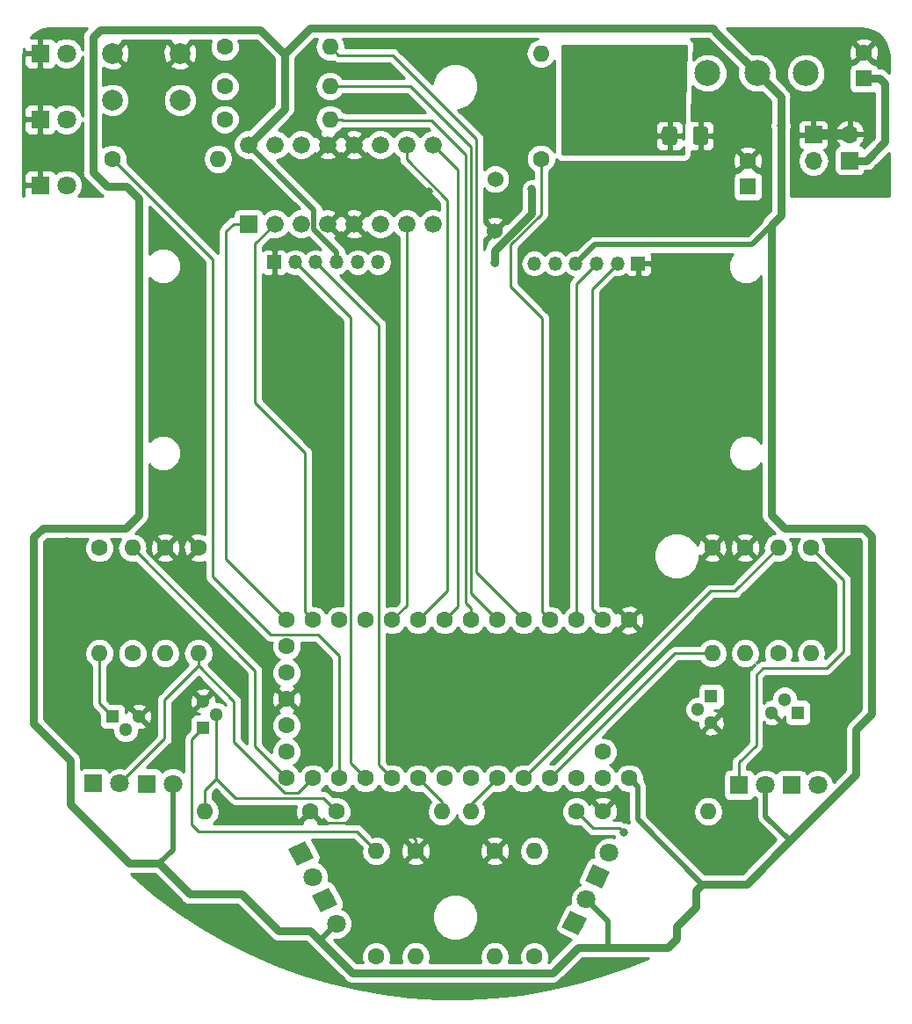
<source format=gbr>
G04 #@! TF.GenerationSoftware,KiCad,Pcbnew,(5.0.2)-1*
G04 #@! TF.CreationDate,2020-09-24T18:59:20-07:00*
G04 #@! TF.ProjectId,mouse_v2,6d6f7573-655f-4763-922e-6b696361645f,rev?*
G04 #@! TF.SameCoordinates,Original*
G04 #@! TF.FileFunction,Copper,L2,Bot*
G04 #@! TF.FilePolarity,Positive*
%FSLAX46Y46*%
G04 Gerber Fmt 4.6, Leading zero omitted, Abs format (unit mm)*
G04 Created by KiCad (PCBNEW (5.0.2)-1) date 9/24/2020 6:59:20 PM*
%MOMM*%
%LPD*%
G01*
G04 APERTURE LIST*
G04 #@! TA.AperFunction,ComponentPad*
%ADD10C,1.600000*%
G04 #@! TD*
G04 #@! TA.AperFunction,ComponentPad*
%ADD11R,1.600000X1.600000*%
G04 #@! TD*
G04 #@! TA.AperFunction,ComponentPad*
%ADD12C,1.300000*%
G04 #@! TD*
G04 #@! TA.AperFunction,ComponentPad*
%ADD13R,1.300000X1.300000*%
G04 #@! TD*
G04 #@! TA.AperFunction,ComponentPad*
%ADD14C,2.500000*%
G04 #@! TD*
G04 #@! TA.AperFunction,ComponentPad*
%ADD15R,1.800000X1.800000*%
G04 #@! TD*
G04 #@! TA.AperFunction,ComponentPad*
%ADD16C,1.800000*%
G04 #@! TD*
G04 #@! TA.AperFunction,ComponentPad*
%ADD17O,1.600000X1.600000*%
G04 #@! TD*
G04 #@! TA.AperFunction,ComponentPad*
%ADD18C,1.524000*%
G04 #@! TD*
G04 #@! TA.AperFunction,ComponentPad*
%ADD19C,2.000000*%
G04 #@! TD*
G04 #@! TA.AperFunction,Conductor*
%ADD20C,0.100000*%
G04 #@! TD*
G04 #@! TA.AperFunction,ComponentPad*
%ADD21R,1.700000X1.700000*%
G04 #@! TD*
G04 #@! TA.AperFunction,ComponentPad*
%ADD22O,1.700000X1.700000*%
G04 #@! TD*
G04 #@! TA.AperFunction,ComponentPad*
%ADD23R,1.676400X1.676400*%
G04 #@! TD*
G04 #@! TA.AperFunction,ComponentPad*
%ADD24C,1.676400*%
G04 #@! TD*
G04 #@! TA.AperFunction,ComponentPad*
%ADD25O,1.350000X1.350000*%
G04 #@! TD*
G04 #@! TA.AperFunction,ComponentPad*
%ADD26R,1.350000X1.350000*%
G04 #@! TD*
G04 #@! TA.AperFunction,SMDPad,CuDef*
%ADD27C,1.425000*%
G04 #@! TD*
G04 #@! TA.AperFunction,ViaPad*
%ADD28C,0.800000*%
G04 #@! TD*
G04 #@! TA.AperFunction,ViaPad*
%ADD29C,1.600000*%
G04 #@! TD*
G04 #@! TA.AperFunction,Conductor*
%ADD30C,0.750000*%
G04 #@! TD*
G04 #@! TA.AperFunction,Conductor*
%ADD31C,1.000000*%
G04 #@! TD*
G04 #@! TA.AperFunction,Conductor*
%ADD32C,0.250000*%
G04 #@! TD*
G04 #@! TA.AperFunction,Conductor*
%ADD33C,0.500000*%
G04 #@! TD*
G04 #@! TA.AperFunction,Conductor*
%ADD34C,0.254000*%
G04 #@! TD*
G04 APERTURE END LIST*
D10*
G04 #@! TO.P,C1,2*
G04 #@! TO.N,/GND*
X188214000Y-68112000D03*
D11*
G04 #@! TO.P,C1,1*
G04 #@! TO.N,/vBatt*
X188214000Y-70612000D03*
G04 #@! TD*
G04 #@! TO.P,C3,1*
G04 #@! TO.N,/vBatt*
X199390000Y-60198000D03*
D10*
G04 #@! TO.P,C3,2*
G04 #@! TO.N,/GND*
X199390000Y-57698000D03*
G04 #@! TD*
D12*
G04 #@! TO.P,T0,3*
G04 #@! TO.N,/GND*
X190500000Y-121285000D03*
D13*
G04 #@! TO.P,T0,1*
G04 #@! TO.N,Net-(R5-Pad2)*
X193040000Y-121285000D03*
D12*
G04 #@! TO.P,T0,2*
G04 #@! TO.N,Net-(R13-Pad2)*
X191770000Y-120015000D03*
G04 #@! TD*
G04 #@! TO.P,T1,2*
G04 #@! TO.N,Net-(R10-Pad1)*
X183415940Y-120990360D03*
D13*
G04 #@! TO.P,T1,1*
G04 #@! TO.N,Net-(R6-Pad2)*
X184685940Y-119720360D03*
D12*
G04 #@! TO.P,T1,3*
G04 #@! TO.N,/GND*
X184685940Y-122260360D03*
G04 #@! TD*
G04 #@! TO.P,T2,3*
G04 #@! TO.N,/GND*
X129540000Y-121666000D03*
D13*
G04 #@! TO.P,T2,1*
G04 #@! TO.N,Net-(R7-Pad2)*
X127000000Y-121666000D03*
D12*
G04 #@! TO.P,T2,2*
G04 #@! TO.N,Net-(R11-Pad1)*
X128270000Y-122936000D03*
G04 #@! TD*
G04 #@! TO.P,T3,2*
G04 #@! TO.N,Net-(R12-Pad1)*
X136982200Y-121462800D03*
D13*
G04 #@! TO.P,T3,1*
G04 #@! TO.N,Net-(R8-Pad2)*
X135712200Y-122732800D03*
D12*
G04 #@! TO.P,T3,3*
G04 #@! TO.N,/GND*
X135712200Y-120192800D03*
G04 #@! TD*
D10*
G04 #@! TO.P,U1,17*
G04 #@! TO.N,/GND*
X143764000Y-120000000D03*
G04 #@! TO.P,U1,18*
G04 #@! TO.N,Net-(U1-Pad18)*
X143764000Y-122540000D03*
G04 #@! TO.P,U1,19*
G04 #@! TO.N,Net-(U1-Pad19)*
X143764000Y-125080000D03*
G04 #@! TO.P,U1,20*
G04 #@! TO.N,/Emitter_2*
X143764000Y-127620000D03*
G04 #@! TO.P,U1,16*
G04 #@! TO.N,/3.3v*
X143764000Y-117460000D03*
G04 #@! TO.P,U1,15*
G04 #@! TO.N,Net-(U1-Pad15)*
X143764000Y-114920000D03*
G04 #@! TO.P,U1,14*
G04 #@! TO.N,/M1_speed*
X143764000Y-112380000D03*
G04 #@! TO.P,U1,21*
G04 #@! TO.N,/Reciever_2*
X146304000Y-127620000D03*
G04 #@! TO.P,U1,22*
G04 #@! TO.N,/PUSH_SW*
X148844000Y-127620000D03*
G04 #@! TO.P,U1,23*
G04 #@! TO.N,/M1_encoder_B*
X151384000Y-127620000D03*
G04 #@! TO.P,U1,24*
G04 #@! TO.N,/M1_encoder_A*
X153924000Y-127620000D03*
G04 #@! TO.P,U1,25*
G04 #@! TO.N,/Emitter_3*
X156464000Y-127620000D03*
G04 #@! TO.P,U1,26*
G04 #@! TO.N,/Reciever_3*
X159004000Y-127620000D03*
G04 #@! TO.P,U1,27*
G04 #@! TO.N,/Reciever_1*
X161544000Y-127620000D03*
G04 #@! TO.P,U1,28*
G04 #@! TO.N,/Emitter_1*
X164084000Y-127620000D03*
G04 #@! TO.P,U1,29*
G04 #@! TO.N,/Emitter_0*
X166624000Y-127620000D03*
G04 #@! TO.P,U1,30*
G04 #@! TO.N,/Reciever_0*
X169164000Y-127620000D03*
G04 #@! TO.P,U1,31*
G04 #@! TO.N,Net-(U1-Pad31)*
X171704000Y-127620000D03*
G04 #@! TO.P,U1,32*
G04 #@! TO.N,Net-(U1-Pad32)*
X174244000Y-127620000D03*
G04 #@! TO.P,U1,33*
G04 #@! TO.N,/5v*
X176784000Y-127620000D03*
G04 #@! TO.P,U1,34*
G04 #@! TO.N,/VUSB*
X174244000Y-125080000D03*
G04 #@! TO.P,U1,13*
G04 #@! TO.N,/M1_forward*
X146304000Y-112380000D03*
G04 #@! TO.P,U1,12*
G04 #@! TO.N,Net-(U1-Pad12)*
X148844000Y-112380000D03*
G04 #@! TO.P,U1,11*
G04 #@! TO.N,/M2_backward*
X151384000Y-112380000D03*
G04 #@! TO.P,U1,10*
G04 #@! TO.N,/M1_backward*
X153924000Y-112380000D03*
G04 #@! TO.P,U1,9*
G04 #@! TO.N,/M2_forward*
X156464000Y-112380000D03*
G04 #@! TO.P,U1,8*
G04 #@! TO.N,/M2_speed*
X159004000Y-112380000D03*
G04 #@! TO.P,U1,7*
G04 #@! TO.N,/LED_1*
X161544000Y-112380000D03*
G04 #@! TO.P,U1,6*
G04 #@! TO.N,/LED_3*
X164084000Y-112380000D03*
G04 #@! TO.P,U1,5*
G04 #@! TO.N,/LED_2*
X166624000Y-112380000D03*
G04 #@! TO.P,U1,4*
G04 #@! TO.N,/Buzzer*
X169164000Y-112380000D03*
G04 #@! TO.P,U1,3*
G04 #@! TO.N,/M2_encoder_A*
X171704000Y-112380000D03*
G04 #@! TO.P,U1,2*
G04 #@! TO.N,/M2_encoder_B*
X174244000Y-112380000D03*
G04 #@! TO.P,U1,1*
G04 #@! TO.N,/GND*
X176784000Y-112380000D03*
G04 #@! TD*
D14*
G04 #@! TO.P,S1,1*
G04 #@! TO.N,Net-(C10-Pad1)*
X184354000Y-59690000D03*
G04 #@! TO.P,S1,2*
G04 #@! TO.N,/5v*
X189104000Y-59690000D03*
G04 #@! TO.P,S1,3*
G04 #@! TO.N,/VUSB*
X193804000Y-59690000D03*
G04 #@! TD*
D15*
G04 #@! TO.P,D4,1*
G04 #@! TO.N,/GND*
X120015000Y-70485000D03*
D16*
G04 #@! TO.P,D4,2*
G04 #@! TO.N,Net-(D4-Pad2)*
X122555000Y-70485000D03*
G04 #@! TD*
G04 #@! TO.P,D6,2*
G04 #@! TO.N,Net-(D6-Pad2)*
X122555000Y-64135000D03*
D15*
G04 #@! TO.P,D6,1*
G04 #@! TO.N,/GND*
X120015000Y-64135000D03*
G04 #@! TD*
G04 #@! TO.P,D5,1*
G04 #@! TO.N,/GND*
X120015000Y-57785000D03*
D16*
G04 #@! TO.P,D5,2*
G04 #@! TO.N,Net-(D5-Pad2)*
X122555000Y-57785000D03*
G04 #@! TD*
D17*
G04 #@! TO.P,R21,2*
G04 #@! TO.N,/LED_3*
X147955000Y-60960000D03*
D10*
G04 #@! TO.P,R21,1*
G04 #@! TO.N,Net-(D6-Pad2)*
X137795000Y-60960000D03*
G04 #@! TD*
G04 #@! TO.P,R20,1*
G04 #@! TO.N,Net-(D5-Pad2)*
X137795000Y-57150000D03*
D17*
G04 #@! TO.P,R20,2*
G04 #@! TO.N,/LED_2*
X147955000Y-57150000D03*
G04 #@! TD*
G04 #@! TO.P,R19,2*
G04 #@! TO.N,/LED_1*
X147955000Y-64135000D03*
D10*
G04 #@! TO.P,R19,1*
G04 #@! TO.N,Net-(D4-Pad2)*
X137795000Y-64135000D03*
G04 #@! TD*
G04 #@! TO.P,R18,1*
G04 #@! TO.N,/Buzzer*
X168275000Y-67945000D03*
D17*
G04 #@! TO.P,R18,2*
G04 #@! TO.N,Net-(BZ1-Pad1)*
X168275000Y-57785000D03*
G04 #@! TD*
D18*
G04 #@! TO.P,BZ1,2*
G04 #@! TO.N,/GND*
X163830000Y-74890000D03*
G04 #@! TO.P,BZ1,1*
G04 #@! TO.N,Net-(BZ1-Pad1)*
X163880000Y-69890000D03*
G04 #@! TD*
D19*
G04 #@! TO.P,S2,2*
G04 #@! TO.N,/PUSH_SW*
X127000000Y-62285000D03*
G04 #@! TO.P,S2,1*
G04 #@! TO.N,/GND*
X127000000Y-57785000D03*
G04 #@! TO.P,S2,2*
G04 #@! TO.N,/PUSH_SW*
X133500000Y-62285000D03*
G04 #@! TO.P,S2,1*
G04 #@! TO.N,/GND*
X133500000Y-57785000D03*
G04 #@! TD*
D10*
G04 #@! TO.P,R11,1*
G04 #@! TO.N,Net-(R11-Pad1)*
X128905000Y-115570000D03*
D17*
G04 #@! TO.P,R11,2*
G04 #@! TO.N,/Emitter_2*
X128905000Y-105410000D03*
G04 #@! TD*
G04 #@! TO.P,R4,2*
G04 #@! TO.N,/Reciever_3*
X156210000Y-144780000D03*
D10*
G04 #@! TO.P,R4,1*
G04 #@! TO.N,/GND*
X156210000Y-134620000D03*
G04 #@! TD*
G04 #@! TO.P,R1,1*
G04 #@! TO.N,/GND*
X184785000Y-105410000D03*
D17*
G04 #@! TO.P,R1,2*
G04 #@! TO.N,/Reciever_0*
X184785000Y-115570000D03*
G04 #@! TD*
G04 #@! TO.P,R3,2*
G04 #@! TO.N,/Reciever_2*
X135255000Y-115570000D03*
D10*
G04 #@! TO.P,R3,1*
G04 #@! TO.N,/GND*
X135255000Y-105410000D03*
G04 #@! TD*
G04 #@! TO.P,R17,1*
G04 #@! TO.N,/PUSH_SW*
X127000000Y-67945000D03*
D17*
G04 #@! TO.P,R17,2*
G04 #@! TO.N,/3.3v*
X137160000Y-67945000D03*
G04 #@! TD*
G04 #@! TO.P,R16,2*
G04 #@! TO.N,Net-(R12-Pad1)*
X135890000Y-130810000D03*
D10*
G04 #@! TO.P,R16,1*
G04 #@! TO.N,/GND*
X146050000Y-130810000D03*
G04 #@! TD*
G04 #@! TO.P,R2,1*
G04 #@! TO.N,/GND*
X163830000Y-134620000D03*
D17*
G04 #@! TO.P,R2,2*
G04 #@! TO.N,/Reciever_1*
X163830000Y-144780000D03*
G04 #@! TD*
G04 #@! TO.P,R15,2*
G04 #@! TO.N,Net-(R11-Pad1)*
X132080000Y-115570000D03*
D10*
G04 #@! TO.P,R15,1*
G04 #@! TO.N,/GND*
X132080000Y-105410000D03*
G04 #@! TD*
G04 #@! TO.P,R14,1*
G04 #@! TO.N,/GND*
X174244000Y-130810000D03*
D17*
G04 #@! TO.P,R14,2*
G04 #@! TO.N,Net-(R10-Pad1)*
X184404000Y-130810000D03*
G04 #@! TD*
G04 #@! TO.P,R10,2*
G04 #@! TO.N,/Emitter_1*
X161544000Y-130810000D03*
D10*
G04 #@! TO.P,R10,1*
G04 #@! TO.N,Net-(R10-Pad1)*
X171704000Y-130810000D03*
G04 #@! TD*
G04 #@! TO.P,R9,1*
G04 #@! TO.N,Net-(R13-Pad2)*
X191135000Y-115570000D03*
D17*
G04 #@! TO.P,R9,2*
G04 #@! TO.N,/Emitter_0*
X191135000Y-105410000D03*
G04 #@! TD*
G04 #@! TO.P,R8,2*
G04 #@! TO.N,Net-(R8-Pad2)*
X152400000Y-134620000D03*
D10*
G04 #@! TO.P,R8,1*
G04 #@! TO.N,Net-(D3-Pad1)*
X152400000Y-144780000D03*
G04 #@! TD*
G04 #@! TO.P,R7,1*
G04 #@! TO.N,Net-(D2-Pad1)*
X125730000Y-105410000D03*
D17*
G04 #@! TO.P,R7,2*
G04 #@! TO.N,Net-(R7-Pad2)*
X125730000Y-115570000D03*
G04 #@! TD*
G04 #@! TO.P,R6,2*
G04 #@! TO.N,Net-(R6-Pad2)*
X167640000Y-134620000D03*
D10*
G04 #@! TO.P,R6,1*
G04 #@! TO.N,Net-(D1-Pad1)*
X167640000Y-144780000D03*
G04 #@! TD*
G04 #@! TO.P,R5,1*
G04 #@! TO.N,Net-(D0-Pad1)*
X194310000Y-105410000D03*
D17*
G04 #@! TO.P,R5,2*
G04 #@! TO.N,Net-(R5-Pad2)*
X194310000Y-115570000D03*
G04 #@! TD*
G04 #@! TO.P,R13,2*
G04 #@! TO.N,Net-(R13-Pad2)*
X187960000Y-115570000D03*
D10*
G04 #@! TO.P,R13,1*
G04 #@! TO.N,/GND*
X187960000Y-105410000D03*
G04 #@! TD*
G04 #@! TO.P,R12,1*
G04 #@! TO.N,Net-(R12-Pad1)*
X148590000Y-130810000D03*
D17*
G04 #@! TO.P,R12,2*
G04 #@! TO.N,/Emitter_3*
X158750000Y-130810000D03*
G04 #@! TD*
D15*
G04 #@! TO.P,Q2,1*
G04 #@! TO.N,/3.3v*
X125160529Y-128125605D03*
D16*
G04 #@! TO.P,Q2,2*
G04 #@! TO.N,/Reciever_2*
X127700529Y-128125605D03*
G04 #@! TD*
G04 #@! TO.P,D0,2*
G04 #@! TO.N,/5v*
X189936120Y-128270000D03*
D15*
G04 #@! TO.P,D0,1*
G04 #@! TO.N,Net-(D0-Pad1)*
X187396120Y-128270000D03*
G04 #@! TD*
D16*
G04 #@! TO.P,Q1,2*
G04 #@! TO.N,/Reciever_1*
X174856642Y-134785267D03*
G04 #@! TO.P,Q1,1*
G04 #@! TO.N,/3.3v*
X173723300Y-137058400D03*
D20*
G04 #@! TD*
G04 #@! TO.N,/3.3v*
G04 #@! TO.C,Q1*
G36*
X174127163Y-138265419D02*
X172516281Y-137462263D01*
X173319437Y-135851381D01*
X174930319Y-136654537D01*
X174127163Y-138265419D01*
X174127163Y-138265419D01*
G37*
D21*
G04 #@! TO.P,BT1,1*
G04 #@! TO.N,/vBatt*
X198038720Y-68102480D03*
D22*
G04 #@! TO.P,BT1,2*
G04 #@! TO.N,/GND*
X198038720Y-65562480D03*
G04 #@! TD*
D16*
G04 #@! TO.P,D1,1*
G04 #@! TO.N,Net-(D1-Pad1)*
X171500800Y-141566900D03*
D20*
G04 #@! TD*
G04 #@! TO.N,Net-(D1-Pad1)*
G04 #@! TO.C,D1*
G36*
X171904663Y-142773919D02*
X170293781Y-141970763D01*
X171096937Y-140359881D01*
X172707819Y-141163037D01*
X171904663Y-142773919D01*
X171904663Y-142773919D01*
G37*
D16*
G04 #@! TO.P,D1,2*
G04 #@! TO.N,/5v*
X172634142Y-139293767D03*
G04 #@! TD*
G04 #@! TO.P,D2,2*
G04 #@! TO.N,/5v*
X132808980Y-128132840D03*
D15*
G04 #@! TO.P,D2,1*
G04 #@! TO.N,Net-(D2-Pad1)*
X130268980Y-128132840D03*
G04 #@! TD*
D16*
G04 #@! TO.P,D3,1*
G04 #@! TO.N,Net-(D3-Pad1)*
X147447000Y-139344400D03*
D20*
G04 #@! TD*
G04 #@! TO.N,Net-(D3-Pad1)*
G04 #@! TO.C,D3*
G36*
X146239981Y-138940537D02*
X147850863Y-138137381D01*
X148654019Y-139748263D01*
X147043137Y-140551419D01*
X146239981Y-138940537D01*
X146239981Y-138940537D01*
G37*
D16*
G04 #@! TO.P,D3,2*
G04 #@! TO.N,/5v*
X148580342Y-141617533D03*
G04 #@! TD*
D15*
G04 #@! TO.P,Q0,1*
G04 #@! TO.N,/3.3v*
X192409297Y-128285645D03*
D16*
G04 #@! TO.P,Q0,2*
G04 #@! TO.N,/Reciever_0*
X194949297Y-128285645D03*
G04 #@! TD*
G04 #@! TO.P,Q3,2*
G04 #@! TO.N,/Reciever_3*
X146304000Y-137121900D03*
G04 #@! TO.P,Q3,1*
G04 #@! TO.N,/3.3v*
X145170658Y-134848767D03*
D20*
G04 #@! TD*
G04 #@! TO.N,/3.3v*
G04 #@! TO.C,Q3*
G36*
X143963639Y-134444904D02*
X145574521Y-133641748D01*
X146377677Y-135252630D01*
X144766795Y-136055786D01*
X143963639Y-134444904D01*
X143963639Y-134444904D01*
G37*
D23*
G04 #@! TO.P,U2,1*
G04 #@! TO.N,/M1_speed*
X140098780Y-74213720D03*
D24*
G04 #@! TO.P,U2,2*
G04 #@! TO.N,/M1_forward*
X142638780Y-74213720D03*
G04 #@! TO.P,U2,3*
G04 #@! TO.N,/OUT1*
X145178780Y-74213720D03*
G04 #@! TO.P,U2,4*
G04 #@! TO.N,/GND*
X147718780Y-74213720D03*
G04 #@! TO.P,U2,5*
X150258780Y-74213720D03*
G04 #@! TO.P,U2,6*
G04 #@! TO.N,/OUT2*
X152798780Y-74213720D03*
G04 #@! TO.P,U2,7*
G04 #@! TO.N,/M1_backward*
X155338780Y-74213720D03*
G04 #@! TO.P,U2,8*
G04 #@! TO.N,/vBatt*
X157878780Y-74213720D03*
G04 #@! TO.P,U2,9*
G04 #@! TO.N,/M2_speed*
X157878780Y-66593720D03*
G04 #@! TO.P,U2,10*
G04 #@! TO.N,/M2_forward*
X155338780Y-66593720D03*
G04 #@! TO.P,U2,11*
G04 #@! TO.N,/OUT3*
X152798780Y-66593720D03*
G04 #@! TO.P,U2,12*
G04 #@! TO.N,/GND*
X150258780Y-66593720D03*
G04 #@! TO.P,U2,13*
X147718780Y-66593720D03*
G04 #@! TO.P,U2,14*
G04 #@! TO.N,/OUT4*
X145178780Y-66593720D03*
G04 #@! TO.P,U2,15*
G04 #@! TO.N,/M2_backward*
X142638780Y-66593720D03*
G04 #@! TO.P,U2,16*
G04 #@! TO.N,/5v*
X140098780Y-66593720D03*
G04 #@! TD*
D21*
G04 #@! TO.P,J4,1*
G04 #@! TO.N,/GND*
X194533520Y-65613280D03*
D22*
G04 #@! TO.P,J4,2*
G04 #@! TO.N,/vBatt*
X194533520Y-68153280D03*
G04 #@! TD*
D25*
G04 #@! TO.P,U4,6*
G04 #@! TO.N,/OUT4*
X167655240Y-78038960D03*
G04 #@! TO.P,U4,5*
G04 #@! TO.N,/OUT3*
X169655240Y-78038960D03*
G04 #@! TO.P,U4,4*
G04 #@! TO.N,/5v*
X171655240Y-78038960D03*
G04 #@! TO.P,U4,3*
G04 #@! TO.N,/M2_encoder_A*
X173655240Y-78038960D03*
G04 #@! TO.P,U4,2*
G04 #@! TO.N,/M2_encoder_B*
X175655240Y-78038960D03*
D26*
G04 #@! TO.P,U4,1*
G04 #@! TO.N,/GND*
X177655240Y-78038960D03*
G04 #@! TD*
G04 #@! TO.P,U5,1*
G04 #@! TO.N,/GND*
X142595600Y-77901800D03*
D25*
G04 #@! TO.P,U5,2*
G04 #@! TO.N,/M1_encoder_B*
X144595600Y-77901800D03*
G04 #@! TO.P,U5,3*
G04 #@! TO.N,/M1_encoder_A*
X146595600Y-77901800D03*
G04 #@! TO.P,U5,4*
G04 #@! TO.N,/5v*
X148595600Y-77901800D03*
G04 #@! TO.P,U5,5*
G04 #@! TO.N,/OUT1*
X150595600Y-77901800D03*
G04 #@! TO.P,U5,6*
G04 #@! TO.N,/OUT2*
X152595600Y-77901800D03*
G04 #@! TD*
D20*
G04 #@! TO.N,Net-(C10-Pad1)*
G04 #@! TO.C,C10*
G36*
X181169244Y-64843624D02*
X181193513Y-64847224D01*
X181217311Y-64853185D01*
X181240411Y-64861450D01*
X181262589Y-64871940D01*
X181283633Y-64884553D01*
X181303338Y-64899167D01*
X181321517Y-64915643D01*
X181337993Y-64933822D01*
X181352607Y-64953527D01*
X181365220Y-64974571D01*
X181375710Y-64996749D01*
X181383975Y-65019849D01*
X181389936Y-65043647D01*
X181393536Y-65067916D01*
X181394740Y-65092420D01*
X181394740Y-66342420D01*
X181393536Y-66366924D01*
X181389936Y-66391193D01*
X181383975Y-66414991D01*
X181375710Y-66438091D01*
X181365220Y-66460269D01*
X181352607Y-66481313D01*
X181337993Y-66501018D01*
X181321517Y-66519197D01*
X181303338Y-66535673D01*
X181283633Y-66550287D01*
X181262589Y-66562900D01*
X181240411Y-66573390D01*
X181217311Y-66581655D01*
X181193513Y-66587616D01*
X181169244Y-66591216D01*
X181144740Y-66592420D01*
X180219740Y-66592420D01*
X180195236Y-66591216D01*
X180170967Y-66587616D01*
X180147169Y-66581655D01*
X180124069Y-66573390D01*
X180101891Y-66562900D01*
X180080847Y-66550287D01*
X180061142Y-66535673D01*
X180042963Y-66519197D01*
X180026487Y-66501018D01*
X180011873Y-66481313D01*
X179999260Y-66460269D01*
X179988770Y-66438091D01*
X179980505Y-66414991D01*
X179974544Y-66391193D01*
X179970944Y-66366924D01*
X179969740Y-66342420D01*
X179969740Y-65092420D01*
X179970944Y-65067916D01*
X179974544Y-65043647D01*
X179980505Y-65019849D01*
X179988770Y-64996749D01*
X179999260Y-64974571D01*
X180011873Y-64953527D01*
X180026487Y-64933822D01*
X180042963Y-64915643D01*
X180061142Y-64899167D01*
X180080847Y-64884553D01*
X180101891Y-64871940D01*
X180124069Y-64861450D01*
X180147169Y-64853185D01*
X180170967Y-64847224D01*
X180195236Y-64843624D01*
X180219740Y-64842420D01*
X181144740Y-64842420D01*
X181169244Y-64843624D01*
X181169244Y-64843624D01*
G37*
D27*
G04 #@! TD*
G04 #@! TO.P,C10,1*
G04 #@! TO.N,Net-(C10-Pad1)*
X180682240Y-65717420D03*
D20*
G04 #@! TO.N,/GND*
G04 #@! TO.C,C10*
G36*
X184144244Y-64843624D02*
X184168513Y-64847224D01*
X184192311Y-64853185D01*
X184215411Y-64861450D01*
X184237589Y-64871940D01*
X184258633Y-64884553D01*
X184278338Y-64899167D01*
X184296517Y-64915643D01*
X184312993Y-64933822D01*
X184327607Y-64953527D01*
X184340220Y-64974571D01*
X184350710Y-64996749D01*
X184358975Y-65019849D01*
X184364936Y-65043647D01*
X184368536Y-65067916D01*
X184369740Y-65092420D01*
X184369740Y-66342420D01*
X184368536Y-66366924D01*
X184364936Y-66391193D01*
X184358975Y-66414991D01*
X184350710Y-66438091D01*
X184340220Y-66460269D01*
X184327607Y-66481313D01*
X184312993Y-66501018D01*
X184296517Y-66519197D01*
X184278338Y-66535673D01*
X184258633Y-66550287D01*
X184237589Y-66562900D01*
X184215411Y-66573390D01*
X184192311Y-66581655D01*
X184168513Y-66587616D01*
X184144244Y-66591216D01*
X184119740Y-66592420D01*
X183194740Y-66592420D01*
X183170236Y-66591216D01*
X183145967Y-66587616D01*
X183122169Y-66581655D01*
X183099069Y-66573390D01*
X183076891Y-66562900D01*
X183055847Y-66550287D01*
X183036142Y-66535673D01*
X183017963Y-66519197D01*
X183001487Y-66501018D01*
X182986873Y-66481313D01*
X182974260Y-66460269D01*
X182963770Y-66438091D01*
X182955505Y-66414991D01*
X182949544Y-66391193D01*
X182945944Y-66366924D01*
X182944740Y-66342420D01*
X182944740Y-65092420D01*
X182945944Y-65067916D01*
X182949544Y-65043647D01*
X182955505Y-65019849D01*
X182963770Y-64996749D01*
X182974260Y-64974571D01*
X182986873Y-64953527D01*
X183001487Y-64933822D01*
X183017963Y-64915643D01*
X183036142Y-64899167D01*
X183055847Y-64884553D01*
X183076891Y-64871940D01*
X183099069Y-64861450D01*
X183122169Y-64853185D01*
X183145967Y-64847224D01*
X183170236Y-64843624D01*
X183194740Y-64842420D01*
X184119740Y-64842420D01*
X184144244Y-64843624D01*
X184144244Y-64843624D01*
G37*
D27*
G04 #@! TD*
G04 #@! TO.P,C10,2*
G04 #@! TO.N,/GND*
X183657240Y-65717420D03*
D28*
G04 #@! TO.N,/vBatt*
X167386000Y-70866000D03*
X163830000Y-77978000D03*
G04 #@! TO.N,/GND*
X184150000Y-62865000D03*
X185420000Y-62230000D03*
X185420000Y-63500000D03*
X122555000Y-106045000D03*
X122555000Y-104775000D03*
X121285000Y-105410000D03*
X123825000Y-105410000D03*
X121285000Y-106680000D03*
X135255000Y-79375000D03*
X135255000Y-78105000D03*
X157480000Y-71120000D03*
X167005000Y-80010000D03*
X168275000Y-80010000D03*
X169545000Y-80010000D03*
X156210000Y-71120000D03*
X154940000Y-71120000D03*
X153670000Y-71120000D03*
X133985000Y-78105000D03*
X133985000Y-79375000D03*
X162560000Y-147828000D03*
X161036000Y-147828000D03*
X159512000Y-147828000D03*
X157734000Y-147828000D03*
X195834000Y-119380000D03*
X196850000Y-118364000D03*
X197104000Y-119634000D03*
X198120000Y-118618000D03*
X196088000Y-120650000D03*
X186690000Y-61722000D03*
X185420000Y-66802000D03*
G04 #@! TO.N,/5v*
X191390000Y-64770000D03*
G04 #@! TO.N,Net-(R10-Pad1)*
X176276000Y-132842000D03*
D29*
G04 #@! TO.N,Net-(C10-Pad1)*
X180581300Y-65727580D03*
X173763940Y-59631580D03*
X175983900Y-59662060D03*
X178076860Y-59758580D03*
X173575980Y-62390020D03*
X178013360Y-62291620D03*
X176115980Y-62291620D03*
G04 #@! TD*
D30*
G04 #@! TO.N,/vBatt*
X200940000Y-60198000D02*
X199390000Y-60198000D01*
X201422000Y-60680000D02*
X200940000Y-60198000D01*
X201422000Y-66319200D02*
X201422000Y-60680000D01*
X199638720Y-68102480D02*
X201422000Y-66319200D01*
X198038720Y-68102480D02*
X199638720Y-68102480D01*
X163830000Y-76765162D02*
X163830000Y-77978000D01*
X167386000Y-70866000D02*
X167386000Y-73209162D01*
X167386000Y-73209162D02*
X163830000Y-76765162D01*
D31*
G04 #@! TO.N,/GND*
X194584320Y-65562480D02*
X194533520Y-65613280D01*
X198038720Y-65562480D02*
X194584320Y-65562480D01*
D32*
X147105001Y-131865001D02*
X146050000Y-130810000D01*
X154586371Y-131865001D02*
X147105001Y-131865001D01*
X156210000Y-133488630D02*
X154586371Y-131865001D01*
X156210000Y-134620000D02*
X156210000Y-133488630D01*
G04 #@! TO.N,/Reciever_0*
X181214000Y-115570000D02*
X169164000Y-127620000D01*
X184785000Y-115570000D02*
X181214000Y-115570000D01*
G04 #@! TO.N,/Reciever_2*
X135255000Y-115570000D02*
X135255000Y-116701370D01*
X135255000Y-116701370D02*
X135255000Y-116840000D01*
X135255000Y-116701370D02*
X135255000Y-116781580D01*
X132021580Y-123804554D02*
X127700529Y-128125605D01*
X132021580Y-120015000D02*
X132021580Y-123804554D01*
X135255000Y-115570000D02*
X135255000Y-116781580D01*
X132021580Y-120015000D02*
X135255000Y-116781580D01*
X146304000Y-127620000D02*
X144892000Y-129032000D01*
X143614598Y-129032000D02*
X138684000Y-124101402D01*
X144892000Y-129032000D02*
X143614598Y-129032000D01*
X138684000Y-120210580D02*
X135255000Y-116781580D01*
X138684000Y-124101402D02*
X138684000Y-120210580D01*
G04 #@! TO.N,/Emitter_0*
X186959000Y-109586000D02*
X191135000Y-105410000D01*
X184658000Y-109586000D02*
X186959000Y-109586000D01*
X166624000Y-127620000D02*
X184658000Y-109586000D01*
G04 #@! TO.N,/Emitter_1*
X161544000Y-130160000D02*
X161544000Y-130810000D01*
X164084000Y-127620000D02*
X161544000Y-130160000D01*
G04 #@! TO.N,/Emitter_3*
X158750000Y-129906000D02*
X158750000Y-130810000D01*
X156464000Y-127620000D02*
X158750000Y-129906000D01*
G04 #@! TO.N,/Emitter_2*
X140716000Y-117221000D02*
X128905000Y-105410000D01*
X143764000Y-127620000D02*
X140716000Y-124572000D01*
X140716000Y-124572000D02*
X140716000Y-117221000D01*
G04 #@! TO.N,/M2_speed*
X157878780Y-66593720D02*
X160274000Y-68988940D01*
X160274000Y-111110000D02*
X159004000Y-112380000D01*
X160274000Y-68988940D02*
X160274000Y-111110000D01*
G04 #@! TO.N,/M1_speed*
X137922000Y-106538000D02*
X143764000Y-112380000D01*
X137922000Y-74930000D02*
X137922000Y-106538000D01*
X140098780Y-74213720D02*
X138638280Y-74213720D01*
X138638280Y-74213720D02*
X137922000Y-74930000D01*
D33*
G04 #@! TO.N,/5v*
X174155435Y-140815060D02*
X172634142Y-139293767D01*
X174333235Y-140992860D02*
X174155435Y-140815060D01*
X156123640Y-146337020D02*
X156100780Y-146359880D01*
X169387520Y-146364960D02*
X155442920Y-146364960D01*
X156100780Y-146359880D02*
X155437840Y-146359880D01*
X132808980Y-129405632D02*
X132816600Y-129413252D01*
X132808980Y-128132840D02*
X132808980Y-129405632D01*
X189936120Y-129542792D02*
X189931040Y-129547872D01*
X189936120Y-128270000D02*
X189936120Y-129542792D01*
X187334344Y-137795000D02*
X183820740Y-137795000D01*
X173494200Y-76200000D02*
X171655240Y-78038960D01*
X188595000Y-76200000D02*
X173494200Y-76200000D01*
X190500000Y-74295000D02*
X188595000Y-76200000D01*
X155437840Y-146359880D02*
X150169880Y-146359880D01*
X150169880Y-146359880D02*
X148580342Y-144770342D01*
X177583999Y-131558259D02*
X183820740Y-137795000D01*
X177583999Y-128419999D02*
X177583999Y-131558259D01*
X176784000Y-127620000D02*
X177583999Y-128419999D01*
X141556740Y-55849520D02*
X141259560Y-55552340D01*
X143563340Y-57828180D02*
X145542000Y-55849520D01*
X146396981Y-72891921D02*
X140098780Y-66593720D01*
X146396981Y-74748587D02*
X146396981Y-72891921D01*
X148595600Y-76947206D02*
X146396981Y-74748587D01*
X148595600Y-77901800D02*
X148595600Y-76947206D01*
D30*
X191390000Y-61976000D02*
X189104000Y-59690000D01*
X191390000Y-64770000D02*
X191390000Y-61976000D01*
X145546521Y-55844999D02*
X145542000Y-55849520D01*
X189104000Y-59690000D02*
X185263520Y-55849520D01*
X191390000Y-64770000D02*
X191390000Y-73405000D01*
X190500000Y-74295000D02*
X191390000Y-73405000D01*
X190500000Y-74295000D02*
X190500000Y-102235000D01*
X190500000Y-102232810D02*
X191772190Y-103505000D01*
X199390000Y-103505000D02*
X200164700Y-104279700D01*
X191772190Y-103505000D02*
X199390000Y-103505000D01*
X187519344Y-137795000D02*
X187334344Y-137795000D01*
X187519344Y-137795000D02*
X183820740Y-137795000D01*
X183820740Y-137795000D02*
X183185740Y-138430000D01*
X183185740Y-138430000D02*
X183185740Y-140022880D01*
X183185740Y-140022880D02*
X181363420Y-141845200D01*
X181363420Y-141845200D02*
X181363420Y-143095200D01*
X181363420Y-143095200D02*
X180544760Y-143913860D01*
X180544760Y-143913860D02*
X174752000Y-143913860D01*
X171838620Y-143913860D02*
X169387520Y-146364960D01*
X156105860Y-146364960D02*
X156100780Y-146359880D01*
X169387520Y-146364960D02*
X156105860Y-146364960D01*
X155442920Y-146364960D02*
X155437840Y-146359880D01*
X156105860Y-146364960D02*
X155442920Y-146364960D01*
X150174960Y-146364960D02*
X150169880Y-146359880D01*
X155442920Y-146364960D02*
X150174960Y-146364960D01*
X139453620Y-138783060D02*
X134437120Y-138783060D01*
X142967380Y-142296820D02*
X139453620Y-138783060D01*
X146029680Y-142296820D02*
X142967380Y-142296820D01*
X150174960Y-146364960D02*
X150097820Y-146364960D01*
X134437120Y-138783060D02*
X131475480Y-135821420D01*
X131475480Y-135821420D02*
X128592580Y-135821420D01*
X128592580Y-135821420D02*
X122908060Y-130136900D01*
X122908060Y-130136900D02*
X122908060Y-125984000D01*
D33*
X122908060Y-125892560D02*
X122908060Y-125984000D01*
D30*
X119380000Y-104408155D02*
X120283155Y-103505000D01*
X122908060Y-125892560D02*
X119380000Y-122364500D01*
X119380000Y-122364500D02*
X119380000Y-104408155D01*
X120283155Y-103505000D02*
X128270000Y-103505000D01*
X128270000Y-103505000D02*
X129540000Y-102235000D01*
X129540000Y-102235000D02*
X129540000Y-71755000D01*
X129540000Y-71755000D02*
X128358900Y-70573900D01*
X128358900Y-70573900D02*
X126453900Y-70573900D01*
X126453900Y-70573900D02*
X125095000Y-69215000D01*
X125095000Y-69215000D02*
X125095000Y-56245760D01*
X125095000Y-56245760D02*
X125788420Y-55552340D01*
X125788420Y-55552340D02*
X141259560Y-55552340D01*
X143563340Y-57856120D02*
X141259560Y-55552340D01*
X143563340Y-57856120D02*
X143563340Y-57828180D01*
X143563340Y-63129160D02*
X143563340Y-57856120D01*
X140098780Y-66593720D02*
X143563340Y-63129160D01*
D33*
X132816600Y-134480300D02*
X131475480Y-135821420D01*
X132816600Y-129413252D02*
X132816600Y-134480300D01*
X146988860Y-143209015D02*
X148580342Y-141617533D01*
D30*
X150097820Y-146364960D02*
X146988860Y-143256000D01*
D33*
X146988860Y-143256000D02*
X146988860Y-143209015D01*
D30*
X146988860Y-143256000D02*
X146029680Y-142296820D01*
D33*
X174155435Y-140815060D02*
X174752000Y-141411625D01*
X174752000Y-141411625D02*
X174752000Y-143913860D01*
D30*
X174752000Y-143913860D02*
X171838620Y-143913860D01*
X188087000Y-137795000D02*
X187519344Y-137795000D01*
D33*
X189936120Y-131262120D02*
X192278000Y-133604000D01*
X189936120Y-128270000D02*
X189936120Y-131262120D01*
D30*
X192278000Y-133604000D02*
X188087000Y-137795000D01*
X198628000Y-122948700D02*
X200164700Y-121412000D01*
X198628000Y-127254000D02*
X198628000Y-122948700D01*
X200164700Y-121412000D02*
X200164700Y-104279700D01*
X198628000Y-127254000D02*
X192278000Y-133604000D01*
X144780000Y-56611520D02*
X144810480Y-56611520D01*
X144780000Y-56611520D02*
X145546521Y-55844999D01*
X143563340Y-57828180D02*
X144780000Y-56611520D01*
X144810480Y-56611520D02*
X146050000Y-55372000D01*
X184786000Y-55372000D02*
X185263520Y-55849520D01*
X146050000Y-55372000D02*
X184786000Y-55372000D01*
D32*
G04 #@! TO.N,/M1_forward*
X145504001Y-111580001D02*
X145504001Y-96228001D01*
X146304000Y-112380000D02*
X145504001Y-111580001D01*
X145504001Y-96228001D02*
X140716000Y-91440000D01*
X140716000Y-76136500D02*
X142638780Y-74213720D01*
X140716000Y-91440000D02*
X140716000Y-76136500D01*
G04 #@! TO.N,/M1_backward*
X155338780Y-110965220D02*
X153924000Y-112380000D01*
X155338780Y-74213720D02*
X155338780Y-110965220D01*
G04 #@! TO.N,/M2_forward*
X155338780Y-68009378D02*
X159258000Y-71928598D01*
X155338780Y-66593720D02*
X155338780Y-68009378D01*
X159258000Y-109586000D02*
X156464000Y-112380000D01*
X159258000Y-71928598D02*
X159258000Y-109586000D01*
G04 #@! TO.N,/M2_encoder_B*
X174244000Y-112380000D02*
X173228000Y-111364000D01*
X173228000Y-80466200D02*
X175655240Y-78038960D01*
X173228000Y-111364000D02*
X173228000Y-80466200D01*
G04 #@! TO.N,/M2_encoder_A*
X172980241Y-78713959D02*
X172980241Y-78733759D01*
X173655240Y-78038960D02*
X172980241Y-78713959D01*
X171704000Y-80010000D02*
X171704000Y-112380000D01*
X172980241Y-78733759D02*
X171704000Y-80010000D01*
G04 #@! TO.N,/M1_encoder_A*
X152654000Y-83960200D02*
X146595600Y-77901800D01*
X153924000Y-127620000D02*
X152654000Y-126350000D01*
X152654000Y-126350000D02*
X152654000Y-83960200D01*
G04 #@! TO.N,/M1_encoder_B*
X149899001Y-126135001D02*
X151384000Y-127620000D01*
X149899001Y-83205201D02*
X149899001Y-126135001D01*
X144595600Y-77901800D02*
X149899001Y-83205201D01*
G04 #@! TO.N,/PUSH_SW*
X148844000Y-115824000D02*
X148844000Y-127620000D01*
X146812000Y-113792000D02*
X148844000Y-115824000D01*
X142240000Y-113792000D02*
X146812000Y-113792000D01*
X136652000Y-108204000D02*
X142240000Y-113792000D01*
X127000000Y-67945000D02*
X136652000Y-77597000D01*
X136652000Y-77597000D02*
X136652000Y-108204000D01*
G04 #@! TO.N,Net-(D0-Pad1)*
X187396120Y-126039880D02*
X187396120Y-128270000D01*
X189015001Y-124420999D02*
X187396120Y-126039880D01*
X197444360Y-108544360D02*
X197444360Y-115346480D01*
X194310000Y-105410000D02*
X197444360Y-108544360D01*
X197444360Y-115346480D02*
X195826380Y-116964460D01*
X195826380Y-116964460D02*
X189682120Y-116964460D01*
X189682120Y-116964460D02*
X189015001Y-117631579D01*
X189015001Y-117631579D02*
X189015001Y-124420999D01*
G04 #@! TO.N,Net-(R7-Pad2)*
X125730000Y-120396000D02*
X127000000Y-121666000D01*
X125730000Y-115570000D02*
X125730000Y-120396000D01*
G04 #@! TO.N,Net-(R8-Pad2)*
X134620000Y-123825000D02*
X135712200Y-122732800D01*
X134620000Y-132080000D02*
X134620000Y-123825000D01*
X135255000Y-132715000D02*
X134620000Y-132080000D01*
X150495000Y-132715000D02*
X135255000Y-132715000D01*
X152400000Y-134620000D02*
X150495000Y-132715000D01*
G04 #@! TO.N,Net-(R10-Pad1)*
X173336001Y-132442001D02*
X171704000Y-130810000D01*
X175876001Y-132442001D02*
X173336001Y-132442001D01*
X176276000Y-132842000D02*
X175876001Y-132442001D01*
G04 #@! TO.N,Net-(R12-Pad1)*
X136982200Y-127635000D02*
X136982200Y-121462800D01*
X135890000Y-128727200D02*
X136982200Y-127635000D01*
X135890000Y-130810000D02*
X135890000Y-128727200D01*
X137617200Y-128270000D02*
X136982200Y-127635000D01*
X138887200Y-129540000D02*
X136982200Y-127635000D01*
X148590000Y-130810000D02*
X147320000Y-129540000D01*
X147320000Y-129540000D02*
X138887200Y-129540000D01*
G04 #@! TO.N,/Buzzer*
X168364001Y-111580001D02*
X168364001Y-83274001D01*
X169164000Y-112380000D02*
X168364001Y-111580001D01*
X168364001Y-83274001D02*
X165354000Y-80264000D01*
X165354000Y-80264000D02*
X165354000Y-76200000D01*
X168275000Y-73279000D02*
X168275000Y-67945000D01*
X165354000Y-76200000D02*
X168275000Y-73279000D01*
G04 #@! TO.N,/LED_1*
X161544000Y-111248630D02*
X161544000Y-112380000D01*
X147955000Y-64135000D02*
X149086370Y-64135000D01*
X149086370Y-64135000D02*
X149213370Y-64262000D01*
X149213370Y-64262000D02*
X157734000Y-64262000D01*
X157734000Y-64262000D02*
X161036000Y-67564000D01*
X161036000Y-67564000D02*
X161036000Y-110740630D01*
X161036000Y-110740630D02*
X161544000Y-111248630D01*
G04 #@! TO.N,/LED_2*
X148754999Y-57949999D02*
X147955000Y-57150000D01*
X153961999Y-57949999D02*
X148754999Y-57949999D01*
X162052000Y-66040000D02*
X153961999Y-57949999D01*
X162052000Y-107808000D02*
X162052000Y-66040000D01*
X166624000Y-112380000D02*
X162052000Y-107808000D01*
G04 #@! TO.N,/LED_3*
X161544000Y-109840000D02*
X164084000Y-112380000D01*
X161544000Y-66802000D02*
X161544000Y-109840000D01*
X155702000Y-60960000D02*
X161544000Y-66802000D01*
X147955000Y-60960000D02*
X155702000Y-60960000D01*
G04 #@! TD*
D34*
G04 #@! TO.N,/GND*
G36*
X133652604Y-139426900D02*
X133708951Y-139511229D01*
X133793280Y-139567576D01*
X133793281Y-139567577D01*
X133850865Y-139606053D01*
X134043038Y-139734459D01*
X134337644Y-139793060D01*
X134337648Y-139793060D01*
X134437119Y-139812846D01*
X134536590Y-139793060D01*
X139035265Y-139793060D01*
X142182862Y-142940657D01*
X142239211Y-143024989D01*
X142573298Y-143248219D01*
X142867904Y-143306820D01*
X142867908Y-143306820D01*
X142967379Y-143326606D01*
X143066850Y-143306820D01*
X145611325Y-143306820D01*
X149313302Y-147008797D01*
X149369651Y-147093129D01*
X149703738Y-147316359D01*
X149998344Y-147374960D01*
X149998348Y-147374960D01*
X150097819Y-147394746D01*
X150136389Y-147387074D01*
X150174959Y-147394746D01*
X150274430Y-147374960D01*
X155343449Y-147374960D01*
X155442919Y-147394746D01*
X155542390Y-147374960D01*
X156006389Y-147374960D01*
X156105859Y-147394746D01*
X156205330Y-147374960D01*
X169288049Y-147374960D01*
X169387520Y-147394746D01*
X169486991Y-147374960D01*
X169486996Y-147374960D01*
X169781602Y-147316359D01*
X170115689Y-147093129D01*
X170172038Y-147008797D01*
X172256976Y-144923860D01*
X178602215Y-144923860D01*
X176814611Y-145675720D01*
X174281673Y-146573250D01*
X171701267Y-147323485D01*
X169081951Y-147923939D01*
X166432411Y-148372619D01*
X163761446Y-148668036D01*
X161077887Y-148809212D01*
X158390674Y-148795678D01*
X155708685Y-148627479D01*
X153040821Y-148305173D01*
X150395942Y-147829829D01*
X147782807Y-147203023D01*
X145210093Y-146426834D01*
X142686302Y-145503830D01*
X140219867Y-144437092D01*
X137818899Y-143230133D01*
X135491397Y-141886968D01*
X133245071Y-140412050D01*
X131087373Y-138810270D01*
X129025464Y-137086947D01*
X128753247Y-136831420D01*
X131057125Y-136831420D01*
X133652604Y-139426900D01*
X133652604Y-139426900D01*
G37*
X133652604Y-139426900D02*
X133708951Y-139511229D01*
X133793280Y-139567576D01*
X133793281Y-139567577D01*
X133850865Y-139606053D01*
X134043038Y-139734459D01*
X134337644Y-139793060D01*
X134337648Y-139793060D01*
X134437119Y-139812846D01*
X134536590Y-139793060D01*
X139035265Y-139793060D01*
X142182862Y-142940657D01*
X142239211Y-143024989D01*
X142573298Y-143248219D01*
X142867904Y-143306820D01*
X142867908Y-143306820D01*
X142967379Y-143326606D01*
X143066850Y-143306820D01*
X145611325Y-143306820D01*
X149313302Y-147008797D01*
X149369651Y-147093129D01*
X149703738Y-147316359D01*
X149998344Y-147374960D01*
X149998348Y-147374960D01*
X150097819Y-147394746D01*
X150136389Y-147387074D01*
X150174959Y-147394746D01*
X150274430Y-147374960D01*
X155343449Y-147374960D01*
X155442919Y-147394746D01*
X155542390Y-147374960D01*
X156006389Y-147374960D01*
X156105859Y-147394746D01*
X156205330Y-147374960D01*
X169288049Y-147374960D01*
X169387520Y-147394746D01*
X169486991Y-147374960D01*
X169486996Y-147374960D01*
X169781602Y-147316359D01*
X170115689Y-147093129D01*
X170172038Y-147008797D01*
X172256976Y-144923860D01*
X178602215Y-144923860D01*
X176814611Y-145675720D01*
X174281673Y-146573250D01*
X171701267Y-147323485D01*
X169081951Y-147923939D01*
X166432411Y-148372619D01*
X163761446Y-148668036D01*
X161077887Y-148809212D01*
X158390674Y-148795678D01*
X155708685Y-148627479D01*
X153040821Y-148305173D01*
X150395942Y-147829829D01*
X147782807Y-147203023D01*
X145210093Y-146426834D01*
X142686302Y-145503830D01*
X140219867Y-144437092D01*
X137818899Y-143230133D01*
X135491397Y-141886968D01*
X133245071Y-140412050D01*
X131087373Y-138810270D01*
X129025464Y-137086947D01*
X128753247Y-136831420D01*
X131057125Y-136831420D01*
X133652604Y-139426900D01*
G36*
X175567466Y-128432862D02*
X175971138Y-128836534D01*
X176498561Y-129055000D01*
X176698999Y-129055000D01*
X176699000Y-131471094D01*
X176681662Y-131558259D01*
X176750347Y-131903568D01*
X176763870Y-131923806D01*
X176481874Y-131807000D01*
X176293618Y-131807000D01*
X176172538Y-131726097D01*
X175950853Y-131682001D01*
X175950848Y-131682001D01*
X175876001Y-131667113D01*
X175801154Y-131682001D01*
X175295609Y-131682001D01*
X175251747Y-131638139D01*
X175497864Y-131564005D01*
X175690965Y-131026777D01*
X175663778Y-130456546D01*
X175497864Y-130055995D01*
X175251745Y-129981861D01*
X174423605Y-130810000D01*
X174437748Y-130824142D01*
X174258142Y-131003748D01*
X174244000Y-130989605D01*
X174229858Y-131003748D01*
X174050252Y-130824142D01*
X174064395Y-130810000D01*
X173236255Y-129981861D01*
X172990136Y-130055995D01*
X172969126Y-130114448D01*
X172920534Y-129997138D01*
X172725651Y-129802255D01*
X173415861Y-129802255D01*
X174244000Y-130630395D01*
X175072139Y-129802255D01*
X174998005Y-129556136D01*
X174460777Y-129363035D01*
X173890546Y-129390222D01*
X173489995Y-129556136D01*
X173415861Y-129802255D01*
X172725651Y-129802255D01*
X172516862Y-129593466D01*
X171989439Y-129375000D01*
X171418561Y-129375000D01*
X170891138Y-129593466D01*
X170487466Y-129997138D01*
X170269000Y-130524561D01*
X170269000Y-131095439D01*
X170487466Y-131622862D01*
X170891138Y-132026534D01*
X171418561Y-132245000D01*
X171989439Y-132245000D01*
X172042302Y-132223103D01*
X172745671Y-132926473D01*
X172788072Y-132989930D01*
X173039464Y-133157905D01*
X173261149Y-133202001D01*
X173261154Y-133202001D01*
X173336001Y-133216889D01*
X173410848Y-133202001D01*
X175304841Y-133202001D01*
X175358563Y-133331698D01*
X175161972Y-133250267D01*
X174551312Y-133250267D01*
X173987135Y-133483957D01*
X173555332Y-133915760D01*
X173321642Y-134479937D01*
X173321642Y-135090597D01*
X173369835Y-135206945D01*
X173364600Y-135205518D01*
X173114001Y-135237398D01*
X172894678Y-135362752D01*
X172740021Y-135562495D01*
X171936865Y-137173377D01*
X171870418Y-137417100D01*
X171902298Y-137667699D01*
X172026030Y-137884184D01*
X171764635Y-137992457D01*
X171332832Y-138424260D01*
X171099142Y-138988437D01*
X171099142Y-139599097D01*
X171147335Y-139715445D01*
X171142100Y-139714018D01*
X170891501Y-139745898D01*
X170672178Y-139871252D01*
X170517521Y-140070995D01*
X169714365Y-141681877D01*
X169647918Y-141925600D01*
X169679798Y-142176199D01*
X169805152Y-142395522D01*
X170004895Y-142550179D01*
X171182704Y-143137413D01*
X171110451Y-143185691D01*
X171054104Y-143270020D01*
X168969165Y-145354960D01*
X168955076Y-145354960D01*
X169075000Y-145065439D01*
X169075000Y-144494561D01*
X168856534Y-143967138D01*
X168452862Y-143563466D01*
X167925439Y-143345000D01*
X167354561Y-143345000D01*
X166827138Y-143563466D01*
X166423466Y-143967138D01*
X166205000Y-144494561D01*
X166205000Y-145065439D01*
X166324924Y-145354960D01*
X165171683Y-145354960D01*
X165181740Y-145339909D01*
X165293113Y-144780000D01*
X165181740Y-144220091D01*
X164864577Y-143745423D01*
X164389909Y-143428260D01*
X163971333Y-143345000D01*
X163688667Y-143345000D01*
X163270091Y-143428260D01*
X162795423Y-143745423D01*
X162478260Y-144220091D01*
X162366887Y-144780000D01*
X162478260Y-145339909D01*
X162488317Y-145354960D01*
X157551683Y-145354960D01*
X157561740Y-145339909D01*
X157673113Y-144780000D01*
X157561740Y-144220091D01*
X157244577Y-143745423D01*
X156769909Y-143428260D01*
X156351333Y-143345000D01*
X156068667Y-143345000D01*
X155650091Y-143428260D01*
X155175423Y-143745423D01*
X154858260Y-144220091D01*
X154746887Y-144780000D01*
X154858260Y-145339909D01*
X154868317Y-145354960D01*
X153715076Y-145354960D01*
X153835000Y-145065439D01*
X153835000Y-144494561D01*
X153616534Y-143967138D01*
X153212862Y-143563466D01*
X152685439Y-143345000D01*
X152114561Y-143345000D01*
X151587138Y-143563466D01*
X151183466Y-143967138D01*
X150965000Y-144494561D01*
X150965000Y-145065439D01*
X151084924Y-145354960D01*
X150516175Y-145354960D01*
X148313748Y-143152533D01*
X148885672Y-143152533D01*
X149449849Y-142918843D01*
X149881652Y-142487040D01*
X150115342Y-141922863D01*
X150115342Y-141312203D01*
X149881652Y-140748026D01*
X149659057Y-140525431D01*
X157785000Y-140525431D01*
X157785000Y-141414569D01*
X158125259Y-142236026D01*
X158753974Y-142864741D01*
X159575431Y-143205000D01*
X160464569Y-143205000D01*
X161286026Y-142864741D01*
X161914741Y-142236026D01*
X162255000Y-141414569D01*
X162255000Y-140525431D01*
X161914741Y-139703974D01*
X161286026Y-139075259D01*
X160464569Y-138735000D01*
X159575431Y-138735000D01*
X158753974Y-139075259D01*
X158125259Y-139703974D01*
X157785000Y-140525431D01*
X149659057Y-140525431D01*
X149449849Y-140316223D01*
X149129224Y-140183416D01*
X149142648Y-140173022D01*
X149268002Y-139953699D01*
X149299882Y-139703100D01*
X149233435Y-139459377D01*
X148430279Y-137848495D01*
X148275622Y-137648752D01*
X148056299Y-137523398D01*
X147812037Y-137492324D01*
X147839000Y-137427230D01*
X147839000Y-136816570D01*
X147605310Y-136252393D01*
X147173507Y-135820590D01*
X146852882Y-135687783D01*
X146866306Y-135677389D01*
X146991660Y-135458066D01*
X147023540Y-135207467D01*
X146957093Y-134963744D01*
X146214833Y-133475000D01*
X150180199Y-133475000D01*
X151001312Y-134296114D01*
X150936887Y-134620000D01*
X151048260Y-135179909D01*
X151365423Y-135654577D01*
X151840091Y-135971740D01*
X152258667Y-136055000D01*
X152541333Y-136055000D01*
X152959909Y-135971740D01*
X153434577Y-135654577D01*
X153452505Y-135627745D01*
X155381861Y-135627745D01*
X155455995Y-135873864D01*
X155993223Y-136066965D01*
X156563454Y-136039778D01*
X156964005Y-135873864D01*
X157038139Y-135627745D01*
X163001861Y-135627745D01*
X163075995Y-135873864D01*
X163613223Y-136066965D01*
X164183454Y-136039778D01*
X164584005Y-135873864D01*
X164658139Y-135627745D01*
X163830000Y-134799605D01*
X163001861Y-135627745D01*
X157038139Y-135627745D01*
X156210000Y-134799605D01*
X155381861Y-135627745D01*
X153452505Y-135627745D01*
X153751740Y-135179909D01*
X153863113Y-134620000D01*
X153819994Y-134403223D01*
X154763035Y-134403223D01*
X154790222Y-134973454D01*
X154956136Y-135374005D01*
X155202255Y-135448139D01*
X156030395Y-134620000D01*
X156389605Y-134620000D01*
X157217745Y-135448139D01*
X157463864Y-135374005D01*
X157656965Y-134836777D01*
X157636295Y-134403223D01*
X162383035Y-134403223D01*
X162410222Y-134973454D01*
X162576136Y-135374005D01*
X162822255Y-135448139D01*
X163650395Y-134620000D01*
X164009605Y-134620000D01*
X164837745Y-135448139D01*
X165083864Y-135374005D01*
X165276965Y-134836777D01*
X165266630Y-134620000D01*
X166176887Y-134620000D01*
X166288260Y-135179909D01*
X166605423Y-135654577D01*
X167080091Y-135971740D01*
X167498667Y-136055000D01*
X167781333Y-136055000D01*
X168199909Y-135971740D01*
X168674577Y-135654577D01*
X168991740Y-135179909D01*
X169103113Y-134620000D01*
X168991740Y-134060091D01*
X168674577Y-133585423D01*
X168199909Y-133268260D01*
X167781333Y-133185000D01*
X167498667Y-133185000D01*
X167080091Y-133268260D01*
X166605423Y-133585423D01*
X166288260Y-134060091D01*
X166176887Y-134620000D01*
X165266630Y-134620000D01*
X165249778Y-134266546D01*
X165083864Y-133865995D01*
X164837745Y-133791861D01*
X164009605Y-134620000D01*
X163650395Y-134620000D01*
X162822255Y-133791861D01*
X162576136Y-133865995D01*
X162383035Y-134403223D01*
X157636295Y-134403223D01*
X157629778Y-134266546D01*
X157463864Y-133865995D01*
X157217745Y-133791861D01*
X156389605Y-134620000D01*
X156030395Y-134620000D01*
X155202255Y-133791861D01*
X154956136Y-133865995D01*
X154763035Y-134403223D01*
X153819994Y-134403223D01*
X153751740Y-134060091D01*
X153452506Y-133612255D01*
X155381861Y-133612255D01*
X156210000Y-134440395D01*
X157038139Y-133612255D01*
X163001861Y-133612255D01*
X163830000Y-134440395D01*
X164658139Y-133612255D01*
X164584005Y-133366136D01*
X164046777Y-133173035D01*
X163476546Y-133200222D01*
X163075995Y-133366136D01*
X163001861Y-133612255D01*
X157038139Y-133612255D01*
X156964005Y-133366136D01*
X156426777Y-133173035D01*
X155856546Y-133200222D01*
X155455995Y-133366136D01*
X155381861Y-133612255D01*
X153452506Y-133612255D01*
X153434577Y-133585423D01*
X152959909Y-133268260D01*
X152541333Y-133185000D01*
X152258667Y-133185000D01*
X152076114Y-133221312D01*
X151085331Y-132230530D01*
X151042929Y-132167071D01*
X150791537Y-131999096D01*
X150569852Y-131955000D01*
X150569847Y-131955000D01*
X150495000Y-131940112D01*
X150420153Y-131955000D01*
X149474396Y-131955000D01*
X149806534Y-131622862D01*
X150025000Y-131095439D01*
X150025000Y-130524561D01*
X149806534Y-129997138D01*
X149402862Y-129593466D01*
X148875439Y-129375000D01*
X148304561Y-129375000D01*
X148251698Y-129396897D01*
X147910331Y-129055530D01*
X147867929Y-128992071D01*
X147616537Y-128824096D01*
X147394852Y-128780000D01*
X147394847Y-128780000D01*
X147320000Y-128765112D01*
X147245153Y-128780000D01*
X147173396Y-128780000D01*
X147520534Y-128432862D01*
X147574000Y-128303784D01*
X147627466Y-128432862D01*
X148031138Y-128836534D01*
X148558561Y-129055000D01*
X149129439Y-129055000D01*
X149656862Y-128836534D01*
X150060534Y-128432862D01*
X150114000Y-128303784D01*
X150167466Y-128432862D01*
X150571138Y-128836534D01*
X151098561Y-129055000D01*
X151669439Y-129055000D01*
X152196862Y-128836534D01*
X152600534Y-128432862D01*
X152654000Y-128303784D01*
X152707466Y-128432862D01*
X153111138Y-128836534D01*
X153638561Y-129055000D01*
X154209439Y-129055000D01*
X154736862Y-128836534D01*
X155140534Y-128432862D01*
X155194000Y-128303784D01*
X155247466Y-128432862D01*
X155651138Y-128836534D01*
X156178561Y-129055000D01*
X156749439Y-129055000D01*
X156802302Y-129033103D01*
X157647009Y-129877811D01*
X157398260Y-130250091D01*
X157286887Y-130810000D01*
X157398260Y-131369909D01*
X157715423Y-131844577D01*
X158190091Y-132161740D01*
X158608667Y-132245000D01*
X158891333Y-132245000D01*
X159309909Y-132161740D01*
X159784577Y-131844577D01*
X160101740Y-131369909D01*
X160147000Y-131142372D01*
X160192260Y-131369909D01*
X160509423Y-131844577D01*
X160984091Y-132161740D01*
X161402667Y-132245000D01*
X161685333Y-132245000D01*
X162103909Y-132161740D01*
X162578577Y-131844577D01*
X162895740Y-131369909D01*
X163007113Y-130810000D01*
X162895740Y-130250091D01*
X162748729Y-130030073D01*
X163745699Y-129033104D01*
X163798561Y-129055000D01*
X164369439Y-129055000D01*
X164896862Y-128836534D01*
X165300534Y-128432862D01*
X165354000Y-128303784D01*
X165407466Y-128432862D01*
X165811138Y-128836534D01*
X166338561Y-129055000D01*
X166909439Y-129055000D01*
X167436862Y-128836534D01*
X167840534Y-128432862D01*
X167894000Y-128303784D01*
X167947466Y-128432862D01*
X168351138Y-128836534D01*
X168878561Y-129055000D01*
X169449439Y-129055000D01*
X169976862Y-128836534D01*
X170380534Y-128432862D01*
X170434000Y-128303784D01*
X170487466Y-128432862D01*
X170891138Y-128836534D01*
X171418561Y-129055000D01*
X171989439Y-129055000D01*
X172516862Y-128836534D01*
X172920534Y-128432862D01*
X172974000Y-128303784D01*
X173027466Y-128432862D01*
X173431138Y-128836534D01*
X173958561Y-129055000D01*
X174529439Y-129055000D01*
X175056862Y-128836534D01*
X175460534Y-128432862D01*
X175514000Y-128303784D01*
X175567466Y-128432862D01*
X175567466Y-128432862D01*
G37*
X175567466Y-128432862D02*
X175971138Y-128836534D01*
X176498561Y-129055000D01*
X176698999Y-129055000D01*
X176699000Y-131471094D01*
X176681662Y-131558259D01*
X176750347Y-131903568D01*
X176763870Y-131923806D01*
X176481874Y-131807000D01*
X176293618Y-131807000D01*
X176172538Y-131726097D01*
X175950853Y-131682001D01*
X175950848Y-131682001D01*
X175876001Y-131667113D01*
X175801154Y-131682001D01*
X175295609Y-131682001D01*
X175251747Y-131638139D01*
X175497864Y-131564005D01*
X175690965Y-131026777D01*
X175663778Y-130456546D01*
X175497864Y-130055995D01*
X175251745Y-129981861D01*
X174423605Y-130810000D01*
X174437748Y-130824142D01*
X174258142Y-131003748D01*
X174244000Y-130989605D01*
X174229858Y-131003748D01*
X174050252Y-130824142D01*
X174064395Y-130810000D01*
X173236255Y-129981861D01*
X172990136Y-130055995D01*
X172969126Y-130114448D01*
X172920534Y-129997138D01*
X172725651Y-129802255D01*
X173415861Y-129802255D01*
X174244000Y-130630395D01*
X175072139Y-129802255D01*
X174998005Y-129556136D01*
X174460777Y-129363035D01*
X173890546Y-129390222D01*
X173489995Y-129556136D01*
X173415861Y-129802255D01*
X172725651Y-129802255D01*
X172516862Y-129593466D01*
X171989439Y-129375000D01*
X171418561Y-129375000D01*
X170891138Y-129593466D01*
X170487466Y-129997138D01*
X170269000Y-130524561D01*
X170269000Y-131095439D01*
X170487466Y-131622862D01*
X170891138Y-132026534D01*
X171418561Y-132245000D01*
X171989439Y-132245000D01*
X172042302Y-132223103D01*
X172745671Y-132926473D01*
X172788072Y-132989930D01*
X173039464Y-133157905D01*
X173261149Y-133202001D01*
X173261154Y-133202001D01*
X173336001Y-133216889D01*
X173410848Y-133202001D01*
X175304841Y-133202001D01*
X175358563Y-133331698D01*
X175161972Y-133250267D01*
X174551312Y-133250267D01*
X173987135Y-133483957D01*
X173555332Y-133915760D01*
X173321642Y-134479937D01*
X173321642Y-135090597D01*
X173369835Y-135206945D01*
X173364600Y-135205518D01*
X173114001Y-135237398D01*
X172894678Y-135362752D01*
X172740021Y-135562495D01*
X171936865Y-137173377D01*
X171870418Y-137417100D01*
X171902298Y-137667699D01*
X172026030Y-137884184D01*
X171764635Y-137992457D01*
X171332832Y-138424260D01*
X171099142Y-138988437D01*
X171099142Y-139599097D01*
X171147335Y-139715445D01*
X171142100Y-139714018D01*
X170891501Y-139745898D01*
X170672178Y-139871252D01*
X170517521Y-140070995D01*
X169714365Y-141681877D01*
X169647918Y-141925600D01*
X169679798Y-142176199D01*
X169805152Y-142395522D01*
X170004895Y-142550179D01*
X171182704Y-143137413D01*
X171110451Y-143185691D01*
X171054104Y-143270020D01*
X168969165Y-145354960D01*
X168955076Y-145354960D01*
X169075000Y-145065439D01*
X169075000Y-144494561D01*
X168856534Y-143967138D01*
X168452862Y-143563466D01*
X167925439Y-143345000D01*
X167354561Y-143345000D01*
X166827138Y-143563466D01*
X166423466Y-143967138D01*
X166205000Y-144494561D01*
X166205000Y-145065439D01*
X166324924Y-145354960D01*
X165171683Y-145354960D01*
X165181740Y-145339909D01*
X165293113Y-144780000D01*
X165181740Y-144220091D01*
X164864577Y-143745423D01*
X164389909Y-143428260D01*
X163971333Y-143345000D01*
X163688667Y-143345000D01*
X163270091Y-143428260D01*
X162795423Y-143745423D01*
X162478260Y-144220091D01*
X162366887Y-144780000D01*
X162478260Y-145339909D01*
X162488317Y-145354960D01*
X157551683Y-145354960D01*
X157561740Y-145339909D01*
X157673113Y-144780000D01*
X157561740Y-144220091D01*
X157244577Y-143745423D01*
X156769909Y-143428260D01*
X156351333Y-143345000D01*
X156068667Y-143345000D01*
X155650091Y-143428260D01*
X155175423Y-143745423D01*
X154858260Y-144220091D01*
X154746887Y-144780000D01*
X154858260Y-145339909D01*
X154868317Y-145354960D01*
X153715076Y-145354960D01*
X153835000Y-145065439D01*
X153835000Y-144494561D01*
X153616534Y-143967138D01*
X153212862Y-143563466D01*
X152685439Y-143345000D01*
X152114561Y-143345000D01*
X151587138Y-143563466D01*
X151183466Y-143967138D01*
X150965000Y-144494561D01*
X150965000Y-145065439D01*
X151084924Y-145354960D01*
X150516175Y-145354960D01*
X148313748Y-143152533D01*
X148885672Y-143152533D01*
X149449849Y-142918843D01*
X149881652Y-142487040D01*
X150115342Y-141922863D01*
X150115342Y-141312203D01*
X149881652Y-140748026D01*
X149659057Y-140525431D01*
X157785000Y-140525431D01*
X157785000Y-141414569D01*
X158125259Y-142236026D01*
X158753974Y-142864741D01*
X159575431Y-143205000D01*
X160464569Y-143205000D01*
X161286026Y-142864741D01*
X161914741Y-142236026D01*
X162255000Y-141414569D01*
X162255000Y-140525431D01*
X161914741Y-139703974D01*
X161286026Y-139075259D01*
X160464569Y-138735000D01*
X159575431Y-138735000D01*
X158753974Y-139075259D01*
X158125259Y-139703974D01*
X157785000Y-140525431D01*
X149659057Y-140525431D01*
X149449849Y-140316223D01*
X149129224Y-140183416D01*
X149142648Y-140173022D01*
X149268002Y-139953699D01*
X149299882Y-139703100D01*
X149233435Y-139459377D01*
X148430279Y-137848495D01*
X148275622Y-137648752D01*
X148056299Y-137523398D01*
X147812037Y-137492324D01*
X147839000Y-137427230D01*
X147839000Y-136816570D01*
X147605310Y-136252393D01*
X147173507Y-135820590D01*
X146852882Y-135687783D01*
X146866306Y-135677389D01*
X146991660Y-135458066D01*
X147023540Y-135207467D01*
X146957093Y-134963744D01*
X146214833Y-133475000D01*
X150180199Y-133475000D01*
X151001312Y-134296114D01*
X150936887Y-134620000D01*
X151048260Y-135179909D01*
X151365423Y-135654577D01*
X151840091Y-135971740D01*
X152258667Y-136055000D01*
X152541333Y-136055000D01*
X152959909Y-135971740D01*
X153434577Y-135654577D01*
X153452505Y-135627745D01*
X155381861Y-135627745D01*
X155455995Y-135873864D01*
X155993223Y-136066965D01*
X156563454Y-136039778D01*
X156964005Y-135873864D01*
X157038139Y-135627745D01*
X163001861Y-135627745D01*
X163075995Y-135873864D01*
X163613223Y-136066965D01*
X164183454Y-136039778D01*
X164584005Y-135873864D01*
X164658139Y-135627745D01*
X163830000Y-134799605D01*
X163001861Y-135627745D01*
X157038139Y-135627745D01*
X156210000Y-134799605D01*
X155381861Y-135627745D01*
X153452505Y-135627745D01*
X153751740Y-135179909D01*
X153863113Y-134620000D01*
X153819994Y-134403223D01*
X154763035Y-134403223D01*
X154790222Y-134973454D01*
X154956136Y-135374005D01*
X155202255Y-135448139D01*
X156030395Y-134620000D01*
X156389605Y-134620000D01*
X157217745Y-135448139D01*
X157463864Y-135374005D01*
X157656965Y-134836777D01*
X157636295Y-134403223D01*
X162383035Y-134403223D01*
X162410222Y-134973454D01*
X162576136Y-135374005D01*
X162822255Y-135448139D01*
X163650395Y-134620000D01*
X164009605Y-134620000D01*
X164837745Y-135448139D01*
X165083864Y-135374005D01*
X165276965Y-134836777D01*
X165266630Y-134620000D01*
X166176887Y-134620000D01*
X166288260Y-135179909D01*
X166605423Y-135654577D01*
X167080091Y-135971740D01*
X167498667Y-136055000D01*
X167781333Y-136055000D01*
X168199909Y-135971740D01*
X168674577Y-135654577D01*
X168991740Y-135179909D01*
X169103113Y-134620000D01*
X168991740Y-134060091D01*
X168674577Y-133585423D01*
X168199909Y-133268260D01*
X167781333Y-133185000D01*
X167498667Y-133185000D01*
X167080091Y-133268260D01*
X166605423Y-133585423D01*
X166288260Y-134060091D01*
X166176887Y-134620000D01*
X165266630Y-134620000D01*
X165249778Y-134266546D01*
X165083864Y-133865995D01*
X164837745Y-133791861D01*
X164009605Y-134620000D01*
X163650395Y-134620000D01*
X162822255Y-133791861D01*
X162576136Y-133865995D01*
X162383035Y-134403223D01*
X157636295Y-134403223D01*
X157629778Y-134266546D01*
X157463864Y-133865995D01*
X157217745Y-133791861D01*
X156389605Y-134620000D01*
X156030395Y-134620000D01*
X155202255Y-133791861D01*
X154956136Y-133865995D01*
X154763035Y-134403223D01*
X153819994Y-134403223D01*
X153751740Y-134060091D01*
X153452506Y-133612255D01*
X155381861Y-133612255D01*
X156210000Y-134440395D01*
X157038139Y-133612255D01*
X163001861Y-133612255D01*
X163830000Y-134440395D01*
X164658139Y-133612255D01*
X164584005Y-133366136D01*
X164046777Y-133173035D01*
X163476546Y-133200222D01*
X163075995Y-133366136D01*
X163001861Y-133612255D01*
X157038139Y-133612255D01*
X156964005Y-133366136D01*
X156426777Y-133173035D01*
X155856546Y-133200222D01*
X155455995Y-133366136D01*
X155381861Y-133612255D01*
X153452506Y-133612255D01*
X153434577Y-133585423D01*
X152959909Y-133268260D01*
X152541333Y-133185000D01*
X152258667Y-133185000D01*
X152076114Y-133221312D01*
X151085331Y-132230530D01*
X151042929Y-132167071D01*
X150791537Y-131999096D01*
X150569852Y-131955000D01*
X150569847Y-131955000D01*
X150495000Y-131940112D01*
X150420153Y-131955000D01*
X149474396Y-131955000D01*
X149806534Y-131622862D01*
X150025000Y-131095439D01*
X150025000Y-130524561D01*
X149806534Y-129997138D01*
X149402862Y-129593466D01*
X148875439Y-129375000D01*
X148304561Y-129375000D01*
X148251698Y-129396897D01*
X147910331Y-129055530D01*
X147867929Y-128992071D01*
X147616537Y-128824096D01*
X147394852Y-128780000D01*
X147394847Y-128780000D01*
X147320000Y-128765112D01*
X147245153Y-128780000D01*
X147173396Y-128780000D01*
X147520534Y-128432862D01*
X147574000Y-128303784D01*
X147627466Y-128432862D01*
X148031138Y-128836534D01*
X148558561Y-129055000D01*
X149129439Y-129055000D01*
X149656862Y-128836534D01*
X150060534Y-128432862D01*
X150114000Y-128303784D01*
X150167466Y-128432862D01*
X150571138Y-128836534D01*
X151098561Y-129055000D01*
X151669439Y-129055000D01*
X152196862Y-128836534D01*
X152600534Y-128432862D01*
X152654000Y-128303784D01*
X152707466Y-128432862D01*
X153111138Y-128836534D01*
X153638561Y-129055000D01*
X154209439Y-129055000D01*
X154736862Y-128836534D01*
X155140534Y-128432862D01*
X155194000Y-128303784D01*
X155247466Y-128432862D01*
X155651138Y-128836534D01*
X156178561Y-129055000D01*
X156749439Y-129055000D01*
X156802302Y-129033103D01*
X157647009Y-129877811D01*
X157398260Y-130250091D01*
X157286887Y-130810000D01*
X157398260Y-131369909D01*
X157715423Y-131844577D01*
X158190091Y-132161740D01*
X158608667Y-132245000D01*
X158891333Y-132245000D01*
X159309909Y-132161740D01*
X159784577Y-131844577D01*
X160101740Y-131369909D01*
X160147000Y-131142372D01*
X160192260Y-131369909D01*
X160509423Y-131844577D01*
X160984091Y-132161740D01*
X161402667Y-132245000D01*
X161685333Y-132245000D01*
X162103909Y-132161740D01*
X162578577Y-131844577D01*
X162895740Y-131369909D01*
X163007113Y-130810000D01*
X162895740Y-130250091D01*
X162748729Y-130030073D01*
X163745699Y-129033104D01*
X163798561Y-129055000D01*
X164369439Y-129055000D01*
X164896862Y-128836534D01*
X165300534Y-128432862D01*
X165354000Y-128303784D01*
X165407466Y-128432862D01*
X165811138Y-128836534D01*
X166338561Y-129055000D01*
X166909439Y-129055000D01*
X167436862Y-128836534D01*
X167840534Y-128432862D01*
X167894000Y-128303784D01*
X167947466Y-128432862D01*
X168351138Y-128836534D01*
X168878561Y-129055000D01*
X169449439Y-129055000D01*
X169976862Y-128836534D01*
X170380534Y-128432862D01*
X170434000Y-128303784D01*
X170487466Y-128432862D01*
X170891138Y-128836534D01*
X171418561Y-129055000D01*
X171989439Y-129055000D01*
X172516862Y-128836534D01*
X172920534Y-128432862D01*
X172974000Y-128303784D01*
X173027466Y-128432862D01*
X173431138Y-128836534D01*
X173958561Y-129055000D01*
X174529439Y-129055000D01*
X175056862Y-128836534D01*
X175460534Y-128432862D01*
X175514000Y-128303784D01*
X175567466Y-128432862D01*
G36*
X193093466Y-104597138D02*
X192875000Y-105124561D01*
X192875000Y-105695439D01*
X193093466Y-106222862D01*
X193497138Y-106626534D01*
X194024561Y-106845000D01*
X194595439Y-106845000D01*
X194648302Y-106823103D01*
X196684360Y-108859163D01*
X196684361Y-115031677D01*
X195680514Y-116035524D01*
X195773113Y-115570000D01*
X195661740Y-115010091D01*
X195344577Y-114535423D01*
X194869909Y-114218260D01*
X194451333Y-114135000D01*
X194168667Y-114135000D01*
X193750091Y-114218260D01*
X193275423Y-114535423D01*
X192958260Y-115010091D01*
X192846887Y-115570000D01*
X192958260Y-116129909D01*
X193008073Y-116204460D01*
X192425431Y-116204460D01*
X192570000Y-115855439D01*
X192570000Y-115284561D01*
X192351534Y-114757138D01*
X191947862Y-114353466D01*
X191420439Y-114135000D01*
X190849561Y-114135000D01*
X190322138Y-114353466D01*
X189918466Y-114757138D01*
X189700000Y-115284561D01*
X189700000Y-115855439D01*
X189844569Y-116204460D01*
X189756968Y-116204460D01*
X189682120Y-116189572D01*
X189607272Y-116204460D01*
X189607268Y-116204460D01*
X189433725Y-116238980D01*
X189385582Y-116248556D01*
X189200943Y-116371929D01*
X189134191Y-116416531D01*
X189091791Y-116479987D01*
X189049703Y-116522075D01*
X189311740Y-116129909D01*
X189423113Y-115570000D01*
X189311740Y-115010091D01*
X188994577Y-114535423D01*
X188519909Y-114218260D01*
X188101333Y-114135000D01*
X187818667Y-114135000D01*
X187400091Y-114218260D01*
X186925423Y-114535423D01*
X186608260Y-115010091D01*
X186496887Y-115570000D01*
X186608260Y-116129909D01*
X186925423Y-116604577D01*
X187400091Y-116921740D01*
X187818667Y-117005000D01*
X188101333Y-117005000D01*
X188519909Y-116921740D01*
X188912076Y-116659702D01*
X188530531Y-117041248D01*
X188467072Y-117083650D01*
X188299097Y-117335043D01*
X188255001Y-117556728D01*
X188255001Y-117556732D01*
X188240113Y-117631579D01*
X188255001Y-117706426D01*
X188255002Y-124106195D01*
X186911650Y-125449549D01*
X186848191Y-125491951D01*
X186680216Y-125743344D01*
X186636120Y-125965029D01*
X186636120Y-125965033D01*
X186621232Y-126039880D01*
X186636120Y-126114727D01*
X186636120Y-126722560D01*
X186496120Y-126722560D01*
X186248355Y-126771843D01*
X186038311Y-126912191D01*
X185897963Y-127122235D01*
X185848680Y-127370000D01*
X185848680Y-129170000D01*
X185897963Y-129417765D01*
X186038311Y-129627809D01*
X186248355Y-129768157D01*
X186496120Y-129817440D01*
X188296120Y-129817440D01*
X188543885Y-129768157D01*
X188753929Y-129627809D01*
X188894277Y-129417765D01*
X188897395Y-129402092D01*
X189031104Y-129535801D01*
X189028703Y-129547872D01*
X189051120Y-129660574D01*
X189051121Y-131174955D01*
X189033783Y-131262120D01*
X189102468Y-131607429D01*
X189248696Y-131826274D01*
X189248698Y-131826276D01*
X189298072Y-131900169D01*
X189371965Y-131949543D01*
X190938033Y-133515612D01*
X187668645Y-136785000D01*
X184062319Y-136785000D01*
X178468999Y-131191681D01*
X178468999Y-130810000D01*
X182940887Y-130810000D01*
X183052260Y-131369909D01*
X183369423Y-131844577D01*
X183844091Y-132161740D01*
X184262667Y-132245000D01*
X184545333Y-132245000D01*
X184963909Y-132161740D01*
X185438577Y-131844577D01*
X185755740Y-131369909D01*
X185867113Y-130810000D01*
X185755740Y-130250091D01*
X185438577Y-129775423D01*
X184963909Y-129458260D01*
X184545333Y-129375000D01*
X184262667Y-129375000D01*
X183844091Y-129458260D01*
X183369423Y-129775423D01*
X183052260Y-130250091D01*
X182940887Y-130810000D01*
X178468999Y-130810000D01*
X178468999Y-128507158D01*
X178486336Y-128419998D01*
X178468999Y-128332838D01*
X178468999Y-128332834D01*
X178417651Y-128074689D01*
X178302859Y-127902892D01*
X178271423Y-127855844D01*
X178271422Y-127855843D01*
X178222048Y-127781950D01*
X178219000Y-127779913D01*
X178219000Y-127334561D01*
X178000534Y-126807138D01*
X177596862Y-126403466D01*
X177069439Y-126185000D01*
X176498561Y-126185000D01*
X175971138Y-126403466D01*
X175567466Y-126807138D01*
X175514000Y-126936216D01*
X175460534Y-126807138D01*
X175056862Y-126403466D01*
X174927784Y-126350000D01*
X175056862Y-126296534D01*
X175460534Y-125892862D01*
X175679000Y-125365439D01*
X175679000Y-124794561D01*
X175460534Y-124267138D01*
X175056862Y-123863466D01*
X174529439Y-123645000D01*
X174213802Y-123645000D01*
X174699426Y-123159376D01*
X183966530Y-123159376D01*
X184022211Y-123389971D01*
X184505018Y-123557982D01*
X185015368Y-123528443D01*
X185349669Y-123389971D01*
X185405350Y-123159376D01*
X184685940Y-122439965D01*
X183966530Y-123159376D01*
X174699426Y-123159376D01*
X177124044Y-120734758D01*
X182130940Y-120734758D01*
X182130940Y-121245962D01*
X182326569Y-121718254D01*
X182688046Y-122079731D01*
X183160338Y-122275360D01*
X183399658Y-122275360D01*
X183417857Y-122589788D01*
X183556329Y-122924089D01*
X183786924Y-122979770D01*
X184506335Y-122260360D01*
X184865545Y-122260360D01*
X185584956Y-122979770D01*
X185815551Y-122924089D01*
X185983562Y-122441282D01*
X185954023Y-121930932D01*
X185815551Y-121596631D01*
X185584956Y-121540950D01*
X184865545Y-122260360D01*
X184506335Y-122260360D01*
X184492193Y-122246218D01*
X184671798Y-122066613D01*
X184685940Y-122080755D01*
X185405350Y-121361344D01*
X185349669Y-121130749D01*
X185025092Y-121017800D01*
X185335940Y-121017800D01*
X185583705Y-120968517D01*
X185793749Y-120828169D01*
X185934097Y-120618125D01*
X185983380Y-120370360D01*
X185983380Y-119070360D01*
X185934097Y-118822595D01*
X185793749Y-118612551D01*
X185583705Y-118472203D01*
X185335940Y-118422920D01*
X184035940Y-118422920D01*
X183788175Y-118472203D01*
X183578131Y-118612551D01*
X183437783Y-118822595D01*
X183388500Y-119070360D01*
X183388500Y-119705360D01*
X183160338Y-119705360D01*
X182688046Y-119900989D01*
X182326569Y-120262466D01*
X182130940Y-120734758D01*
X177124044Y-120734758D01*
X181528803Y-116330000D01*
X183566957Y-116330000D01*
X183750423Y-116604577D01*
X184225091Y-116921740D01*
X184643667Y-117005000D01*
X184926333Y-117005000D01*
X185344909Y-116921740D01*
X185819577Y-116604577D01*
X186136740Y-116129909D01*
X186248113Y-115570000D01*
X186136740Y-115010091D01*
X185819577Y-114535423D01*
X185344909Y-114218260D01*
X184926333Y-114135000D01*
X184643667Y-114135000D01*
X184225091Y-114218260D01*
X183750423Y-114535423D01*
X183566957Y-114810000D01*
X181288846Y-114810000D01*
X181213999Y-114795112D01*
X181139152Y-114810000D01*
X181139148Y-114810000D01*
X180917463Y-114854096D01*
X180917461Y-114854097D01*
X180917462Y-114854097D01*
X180729526Y-114979671D01*
X180729524Y-114979673D01*
X180666071Y-115022071D01*
X180623673Y-115085524D01*
X169502302Y-126206897D01*
X169449439Y-126185000D01*
X169133801Y-126185000D01*
X184972803Y-110346000D01*
X186884153Y-110346000D01*
X186959000Y-110360888D01*
X187033847Y-110346000D01*
X187033852Y-110346000D01*
X187255537Y-110301904D01*
X187506929Y-110133929D01*
X187549331Y-110070470D01*
X190811114Y-106808688D01*
X190993667Y-106845000D01*
X191276333Y-106845000D01*
X191694909Y-106761740D01*
X192169577Y-106444577D01*
X192486740Y-105969909D01*
X192598113Y-105410000D01*
X192486740Y-104850091D01*
X192262839Y-104515000D01*
X193175604Y-104515000D01*
X193093466Y-104597138D01*
X193093466Y-104597138D01*
G37*
X193093466Y-104597138D02*
X192875000Y-105124561D01*
X192875000Y-105695439D01*
X193093466Y-106222862D01*
X193497138Y-106626534D01*
X194024561Y-106845000D01*
X194595439Y-106845000D01*
X194648302Y-106823103D01*
X196684360Y-108859163D01*
X196684361Y-115031677D01*
X195680514Y-116035524D01*
X195773113Y-115570000D01*
X195661740Y-115010091D01*
X195344577Y-114535423D01*
X194869909Y-114218260D01*
X194451333Y-114135000D01*
X194168667Y-114135000D01*
X193750091Y-114218260D01*
X193275423Y-114535423D01*
X192958260Y-115010091D01*
X192846887Y-115570000D01*
X192958260Y-116129909D01*
X193008073Y-116204460D01*
X192425431Y-116204460D01*
X192570000Y-115855439D01*
X192570000Y-115284561D01*
X192351534Y-114757138D01*
X191947862Y-114353466D01*
X191420439Y-114135000D01*
X190849561Y-114135000D01*
X190322138Y-114353466D01*
X189918466Y-114757138D01*
X189700000Y-115284561D01*
X189700000Y-115855439D01*
X189844569Y-116204460D01*
X189756968Y-116204460D01*
X189682120Y-116189572D01*
X189607272Y-116204460D01*
X189607268Y-116204460D01*
X189433725Y-116238980D01*
X189385582Y-116248556D01*
X189200943Y-116371929D01*
X189134191Y-116416531D01*
X189091791Y-116479987D01*
X189049703Y-116522075D01*
X189311740Y-116129909D01*
X189423113Y-115570000D01*
X189311740Y-115010091D01*
X188994577Y-114535423D01*
X188519909Y-114218260D01*
X188101333Y-114135000D01*
X187818667Y-114135000D01*
X187400091Y-114218260D01*
X186925423Y-114535423D01*
X186608260Y-115010091D01*
X186496887Y-115570000D01*
X186608260Y-116129909D01*
X186925423Y-116604577D01*
X187400091Y-116921740D01*
X187818667Y-117005000D01*
X188101333Y-117005000D01*
X188519909Y-116921740D01*
X188912076Y-116659702D01*
X188530531Y-117041248D01*
X188467072Y-117083650D01*
X188299097Y-117335043D01*
X188255001Y-117556728D01*
X188255001Y-117556732D01*
X188240113Y-117631579D01*
X188255001Y-117706426D01*
X188255002Y-124106195D01*
X186911650Y-125449549D01*
X186848191Y-125491951D01*
X186680216Y-125743344D01*
X186636120Y-125965029D01*
X186636120Y-125965033D01*
X186621232Y-126039880D01*
X186636120Y-126114727D01*
X186636120Y-126722560D01*
X186496120Y-126722560D01*
X186248355Y-126771843D01*
X186038311Y-126912191D01*
X185897963Y-127122235D01*
X185848680Y-127370000D01*
X185848680Y-129170000D01*
X185897963Y-129417765D01*
X186038311Y-129627809D01*
X186248355Y-129768157D01*
X186496120Y-129817440D01*
X188296120Y-129817440D01*
X188543885Y-129768157D01*
X188753929Y-129627809D01*
X188894277Y-129417765D01*
X188897395Y-129402092D01*
X189031104Y-129535801D01*
X189028703Y-129547872D01*
X189051120Y-129660574D01*
X189051121Y-131174955D01*
X189033783Y-131262120D01*
X189102468Y-131607429D01*
X189248696Y-131826274D01*
X189248698Y-131826276D01*
X189298072Y-131900169D01*
X189371965Y-131949543D01*
X190938033Y-133515612D01*
X187668645Y-136785000D01*
X184062319Y-136785000D01*
X178468999Y-131191681D01*
X178468999Y-130810000D01*
X182940887Y-130810000D01*
X183052260Y-131369909D01*
X183369423Y-131844577D01*
X183844091Y-132161740D01*
X184262667Y-132245000D01*
X184545333Y-132245000D01*
X184963909Y-132161740D01*
X185438577Y-131844577D01*
X185755740Y-131369909D01*
X185867113Y-130810000D01*
X185755740Y-130250091D01*
X185438577Y-129775423D01*
X184963909Y-129458260D01*
X184545333Y-129375000D01*
X184262667Y-129375000D01*
X183844091Y-129458260D01*
X183369423Y-129775423D01*
X183052260Y-130250091D01*
X182940887Y-130810000D01*
X178468999Y-130810000D01*
X178468999Y-128507158D01*
X178486336Y-128419998D01*
X178468999Y-128332838D01*
X178468999Y-128332834D01*
X178417651Y-128074689D01*
X178302859Y-127902892D01*
X178271423Y-127855844D01*
X178271422Y-127855843D01*
X178222048Y-127781950D01*
X178219000Y-127779913D01*
X178219000Y-127334561D01*
X178000534Y-126807138D01*
X177596862Y-126403466D01*
X177069439Y-126185000D01*
X176498561Y-126185000D01*
X175971138Y-126403466D01*
X175567466Y-126807138D01*
X175514000Y-126936216D01*
X175460534Y-126807138D01*
X175056862Y-126403466D01*
X174927784Y-126350000D01*
X175056862Y-126296534D01*
X175460534Y-125892862D01*
X175679000Y-125365439D01*
X175679000Y-124794561D01*
X175460534Y-124267138D01*
X175056862Y-123863466D01*
X174529439Y-123645000D01*
X174213802Y-123645000D01*
X174699426Y-123159376D01*
X183966530Y-123159376D01*
X184022211Y-123389971D01*
X184505018Y-123557982D01*
X185015368Y-123528443D01*
X185349669Y-123389971D01*
X185405350Y-123159376D01*
X184685940Y-122439965D01*
X183966530Y-123159376D01*
X174699426Y-123159376D01*
X177124044Y-120734758D01*
X182130940Y-120734758D01*
X182130940Y-121245962D01*
X182326569Y-121718254D01*
X182688046Y-122079731D01*
X183160338Y-122275360D01*
X183399658Y-122275360D01*
X183417857Y-122589788D01*
X183556329Y-122924089D01*
X183786924Y-122979770D01*
X184506335Y-122260360D01*
X184865545Y-122260360D01*
X185584956Y-122979770D01*
X185815551Y-122924089D01*
X185983562Y-122441282D01*
X185954023Y-121930932D01*
X185815551Y-121596631D01*
X185584956Y-121540950D01*
X184865545Y-122260360D01*
X184506335Y-122260360D01*
X184492193Y-122246218D01*
X184671798Y-122066613D01*
X184685940Y-122080755D01*
X185405350Y-121361344D01*
X185349669Y-121130749D01*
X185025092Y-121017800D01*
X185335940Y-121017800D01*
X185583705Y-120968517D01*
X185793749Y-120828169D01*
X185934097Y-120618125D01*
X185983380Y-120370360D01*
X185983380Y-119070360D01*
X185934097Y-118822595D01*
X185793749Y-118612551D01*
X185583705Y-118472203D01*
X185335940Y-118422920D01*
X184035940Y-118422920D01*
X183788175Y-118472203D01*
X183578131Y-118612551D01*
X183437783Y-118822595D01*
X183388500Y-119070360D01*
X183388500Y-119705360D01*
X183160338Y-119705360D01*
X182688046Y-119900989D01*
X182326569Y-120262466D01*
X182130940Y-120734758D01*
X177124044Y-120734758D01*
X181528803Y-116330000D01*
X183566957Y-116330000D01*
X183750423Y-116604577D01*
X184225091Y-116921740D01*
X184643667Y-117005000D01*
X184926333Y-117005000D01*
X185344909Y-116921740D01*
X185819577Y-116604577D01*
X186136740Y-116129909D01*
X186248113Y-115570000D01*
X186136740Y-115010091D01*
X185819577Y-114535423D01*
X185344909Y-114218260D01*
X184926333Y-114135000D01*
X184643667Y-114135000D01*
X184225091Y-114218260D01*
X183750423Y-114535423D01*
X183566957Y-114810000D01*
X181288846Y-114810000D01*
X181213999Y-114795112D01*
X181139152Y-114810000D01*
X181139148Y-114810000D01*
X180917463Y-114854096D01*
X180917461Y-114854097D01*
X180917462Y-114854097D01*
X180729526Y-114979671D01*
X180729524Y-114979673D01*
X180666071Y-115022071D01*
X180623673Y-115085524D01*
X169502302Y-126206897D01*
X169449439Y-126185000D01*
X169133801Y-126185000D01*
X184972803Y-110346000D01*
X186884153Y-110346000D01*
X186959000Y-110360888D01*
X187033847Y-110346000D01*
X187033852Y-110346000D01*
X187255537Y-110301904D01*
X187506929Y-110133929D01*
X187549331Y-110070470D01*
X190811114Y-106808688D01*
X190993667Y-106845000D01*
X191276333Y-106845000D01*
X191694909Y-106761740D01*
X192169577Y-106444577D01*
X192486740Y-105969909D01*
X192598113Y-105410000D01*
X192486740Y-104850091D01*
X192262839Y-104515000D01*
X193175604Y-104515000D01*
X193093466Y-104597138D01*
G36*
X137132727Y-128860329D02*
X137132729Y-128860330D01*
X138296870Y-130024472D01*
X138339271Y-130087929D01*
X138402727Y-130130329D01*
X138590662Y-130255904D01*
X138638805Y-130265480D01*
X138812348Y-130300000D01*
X138812352Y-130300000D01*
X138887200Y-130314888D01*
X138962048Y-130300000D01*
X144708431Y-130300000D01*
X144603035Y-130593223D01*
X144630222Y-131163454D01*
X144796136Y-131564005D01*
X145042255Y-131638139D01*
X145870395Y-130810000D01*
X145856252Y-130795858D01*
X146035858Y-130616253D01*
X146050000Y-130630395D01*
X146064143Y-130616253D01*
X146243748Y-130795858D01*
X146229605Y-130810000D01*
X147057745Y-131638139D01*
X147303864Y-131564005D01*
X147324874Y-131505552D01*
X147373466Y-131622862D01*
X147705604Y-131955000D01*
X146836796Y-131955000D01*
X146878139Y-131817745D01*
X146050000Y-130989605D01*
X145221861Y-131817745D01*
X145263204Y-131955000D01*
X136759317Y-131955000D01*
X136924577Y-131844577D01*
X137241740Y-131369909D01*
X137353113Y-130810000D01*
X137241740Y-130250091D01*
X136924577Y-129775423D01*
X136650000Y-129591957D01*
X136650000Y-129042001D01*
X136982200Y-128709802D01*
X137132727Y-128860329D01*
X137132727Y-128860329D01*
G37*
X137132727Y-128860329D02*
X137132729Y-128860330D01*
X138296870Y-130024472D01*
X138339271Y-130087929D01*
X138402727Y-130130329D01*
X138590662Y-130255904D01*
X138638805Y-130265480D01*
X138812348Y-130300000D01*
X138812352Y-130300000D01*
X138887200Y-130314888D01*
X138962048Y-130300000D01*
X144708431Y-130300000D01*
X144603035Y-130593223D01*
X144630222Y-131163454D01*
X144796136Y-131564005D01*
X145042255Y-131638139D01*
X145870395Y-130810000D01*
X145856252Y-130795858D01*
X146035858Y-130616253D01*
X146050000Y-130630395D01*
X146064143Y-130616253D01*
X146243748Y-130795858D01*
X146229605Y-130810000D01*
X147057745Y-131638139D01*
X147303864Y-131564005D01*
X147324874Y-131505552D01*
X147373466Y-131622862D01*
X147705604Y-131955000D01*
X146836796Y-131955000D01*
X146878139Y-131817745D01*
X146050000Y-130989605D01*
X145221861Y-131817745D01*
X145263204Y-131955000D01*
X136759317Y-131955000D01*
X136924577Y-131844577D01*
X137241740Y-131369909D01*
X137353113Y-130810000D01*
X137241740Y-130250091D01*
X136924577Y-129775423D01*
X136650000Y-129591957D01*
X136650000Y-129042001D01*
X136982200Y-128709802D01*
X137132727Y-128860329D01*
G36*
X199154701Y-104698056D02*
X199154700Y-120993644D01*
X197984160Y-122164185D01*
X197899832Y-122220531D01*
X197843485Y-122304860D01*
X197843482Y-122304863D01*
X197715086Y-122497022D01*
X197676602Y-122554618D01*
X197622637Y-122825920D01*
X197598214Y-122948700D01*
X197618001Y-123048175D01*
X197618000Y-126835645D01*
X196481085Y-127972560D01*
X196250607Y-127416138D01*
X195818804Y-126984335D01*
X195254627Y-126750645D01*
X194643967Y-126750645D01*
X194079790Y-126984335D01*
X193910572Y-127153553D01*
X193907454Y-127137880D01*
X193767106Y-126927836D01*
X193557062Y-126787488D01*
X193309297Y-126738205D01*
X191509297Y-126738205D01*
X191261532Y-126787488D01*
X191051488Y-126927836D01*
X190936646Y-127099709D01*
X190805627Y-126968690D01*
X190241450Y-126735000D01*
X189630790Y-126735000D01*
X189066613Y-126968690D01*
X188897395Y-127137908D01*
X188894277Y-127122235D01*
X188753929Y-126912191D01*
X188543885Y-126771843D01*
X188296120Y-126722560D01*
X188156120Y-126722560D01*
X188156120Y-126354681D01*
X189499477Y-125011326D01*
X189562930Y-124968928D01*
X189605328Y-124905475D01*
X189605330Y-124905473D01*
X189719076Y-124735239D01*
X189730905Y-124717536D01*
X189775001Y-124495851D01*
X189775001Y-124495847D01*
X189789889Y-124421000D01*
X189775001Y-124346153D01*
X189775001Y-122189607D01*
X189780590Y-122184018D01*
X189836271Y-122414611D01*
X190319078Y-122582622D01*
X190829428Y-122553083D01*
X191163729Y-122414611D01*
X191219410Y-122184016D01*
X190500000Y-121464605D01*
X190485858Y-121478748D01*
X190306252Y-121299142D01*
X190320395Y-121285000D01*
X190306252Y-121270858D01*
X190485858Y-121091252D01*
X190500000Y-121105395D01*
X190514143Y-121091253D01*
X190693748Y-121270858D01*
X190679605Y-121285000D01*
X191399016Y-122004410D01*
X191629611Y-121948729D01*
X191742560Y-121624152D01*
X191742560Y-121935000D01*
X191791843Y-122182765D01*
X191932191Y-122392809D01*
X192142235Y-122533157D01*
X192390000Y-122582440D01*
X193690000Y-122582440D01*
X193937765Y-122533157D01*
X194147809Y-122392809D01*
X194288157Y-122182765D01*
X194337440Y-121935000D01*
X194337440Y-120635000D01*
X194288157Y-120387235D01*
X194147809Y-120177191D01*
X193937765Y-120036843D01*
X193690000Y-119987560D01*
X193055000Y-119987560D01*
X193055000Y-119759398D01*
X192859371Y-119287106D01*
X192497894Y-118925629D01*
X192025602Y-118730000D01*
X191514398Y-118730000D01*
X191042106Y-118925629D01*
X190680629Y-119287106D01*
X190485000Y-119759398D01*
X190485000Y-119998718D01*
X190170572Y-120016917D01*
X189836271Y-120155389D01*
X189780590Y-120385982D01*
X189775001Y-120380393D01*
X189775001Y-117946380D01*
X189996922Y-117724460D01*
X195751533Y-117724460D01*
X195826380Y-117739348D01*
X195901227Y-117724460D01*
X195901232Y-117724460D01*
X196122917Y-117680364D01*
X196374309Y-117512389D01*
X196416711Y-117448930D01*
X197928833Y-115936809D01*
X197992289Y-115894409D01*
X198160264Y-115643017D01*
X198204360Y-115421332D01*
X198204360Y-115421328D01*
X198219248Y-115346481D01*
X198204360Y-115271634D01*
X198204360Y-108619206D01*
X198219248Y-108544359D01*
X198204360Y-108469512D01*
X198204360Y-108469508D01*
X198160264Y-108247823D01*
X198118462Y-108185262D01*
X198034689Y-108059886D01*
X198034687Y-108059884D01*
X197992289Y-107996431D01*
X197928836Y-107954033D01*
X195723103Y-105748302D01*
X195745000Y-105695439D01*
X195745000Y-105124561D01*
X195526534Y-104597138D01*
X195444396Y-104515000D01*
X198971645Y-104515000D01*
X199154701Y-104698056D01*
X199154701Y-104698056D01*
G37*
X199154701Y-104698056D02*
X199154700Y-120993644D01*
X197984160Y-122164185D01*
X197899832Y-122220531D01*
X197843485Y-122304860D01*
X197843482Y-122304863D01*
X197715086Y-122497022D01*
X197676602Y-122554618D01*
X197622637Y-122825920D01*
X197598214Y-122948700D01*
X197618001Y-123048175D01*
X197618000Y-126835645D01*
X196481085Y-127972560D01*
X196250607Y-127416138D01*
X195818804Y-126984335D01*
X195254627Y-126750645D01*
X194643967Y-126750645D01*
X194079790Y-126984335D01*
X193910572Y-127153553D01*
X193907454Y-127137880D01*
X193767106Y-126927836D01*
X193557062Y-126787488D01*
X193309297Y-126738205D01*
X191509297Y-126738205D01*
X191261532Y-126787488D01*
X191051488Y-126927836D01*
X190936646Y-127099709D01*
X190805627Y-126968690D01*
X190241450Y-126735000D01*
X189630790Y-126735000D01*
X189066613Y-126968690D01*
X188897395Y-127137908D01*
X188894277Y-127122235D01*
X188753929Y-126912191D01*
X188543885Y-126771843D01*
X188296120Y-126722560D01*
X188156120Y-126722560D01*
X188156120Y-126354681D01*
X189499477Y-125011326D01*
X189562930Y-124968928D01*
X189605328Y-124905475D01*
X189605330Y-124905473D01*
X189719076Y-124735239D01*
X189730905Y-124717536D01*
X189775001Y-124495851D01*
X189775001Y-124495847D01*
X189789889Y-124421000D01*
X189775001Y-124346153D01*
X189775001Y-122189607D01*
X189780590Y-122184018D01*
X189836271Y-122414611D01*
X190319078Y-122582622D01*
X190829428Y-122553083D01*
X191163729Y-122414611D01*
X191219410Y-122184016D01*
X190500000Y-121464605D01*
X190485858Y-121478748D01*
X190306252Y-121299142D01*
X190320395Y-121285000D01*
X190306252Y-121270858D01*
X190485858Y-121091252D01*
X190500000Y-121105395D01*
X190514143Y-121091253D01*
X190693748Y-121270858D01*
X190679605Y-121285000D01*
X191399016Y-122004410D01*
X191629611Y-121948729D01*
X191742560Y-121624152D01*
X191742560Y-121935000D01*
X191791843Y-122182765D01*
X191932191Y-122392809D01*
X192142235Y-122533157D01*
X192390000Y-122582440D01*
X193690000Y-122582440D01*
X193937765Y-122533157D01*
X194147809Y-122392809D01*
X194288157Y-122182765D01*
X194337440Y-121935000D01*
X194337440Y-120635000D01*
X194288157Y-120387235D01*
X194147809Y-120177191D01*
X193937765Y-120036843D01*
X193690000Y-119987560D01*
X193055000Y-119987560D01*
X193055000Y-119759398D01*
X192859371Y-119287106D01*
X192497894Y-118925629D01*
X192025602Y-118730000D01*
X191514398Y-118730000D01*
X191042106Y-118925629D01*
X190680629Y-119287106D01*
X190485000Y-119759398D01*
X190485000Y-119998718D01*
X190170572Y-120016917D01*
X189836271Y-120155389D01*
X189780590Y-120385982D01*
X189775001Y-120380393D01*
X189775001Y-117946380D01*
X189996922Y-117724460D01*
X195751533Y-117724460D01*
X195826380Y-117739348D01*
X195901227Y-117724460D01*
X195901232Y-117724460D01*
X196122917Y-117680364D01*
X196374309Y-117512389D01*
X196416711Y-117448930D01*
X197928833Y-115936809D01*
X197992289Y-115894409D01*
X198160264Y-115643017D01*
X198204360Y-115421332D01*
X198204360Y-115421328D01*
X198219248Y-115346481D01*
X198204360Y-115271634D01*
X198204360Y-108619206D01*
X198219248Y-108544359D01*
X198204360Y-108469512D01*
X198204360Y-108469508D01*
X198160264Y-108247823D01*
X198118462Y-108185262D01*
X198034689Y-108059886D01*
X198034687Y-108059884D01*
X197992289Y-107996431D01*
X197928836Y-107954033D01*
X195723103Y-105748302D01*
X195745000Y-105695439D01*
X195745000Y-105124561D01*
X195526534Y-104597138D01*
X195444396Y-104515000D01*
X198971645Y-104515000D01*
X199154701Y-104698056D01*
G36*
X137924001Y-120525384D02*
X137924001Y-120587336D01*
X137710094Y-120373429D01*
X137237802Y-120177800D01*
X136998482Y-120177800D01*
X136980283Y-119863372D01*
X136841811Y-119529071D01*
X136611216Y-119473390D01*
X135891805Y-120192800D01*
X135905948Y-120206943D01*
X135726343Y-120386548D01*
X135712200Y-120372405D01*
X134992790Y-121091816D01*
X135048471Y-121322411D01*
X135373048Y-121435360D01*
X135062200Y-121435360D01*
X134814435Y-121484643D01*
X134604391Y-121624991D01*
X134464043Y-121835035D01*
X134414760Y-122082800D01*
X134414760Y-122955439D01*
X134135528Y-123234671D01*
X134072072Y-123277071D01*
X134029672Y-123340527D01*
X134029671Y-123340528D01*
X133904097Y-123528463D01*
X133845112Y-123825000D01*
X133860001Y-123899852D01*
X133860001Y-127013044D01*
X133678487Y-126831530D01*
X133114310Y-126597840D01*
X132503650Y-126597840D01*
X131939473Y-126831530D01*
X131770255Y-127000748D01*
X131767137Y-126985075D01*
X131626789Y-126775031D01*
X131416745Y-126634683D01*
X131168980Y-126585400D01*
X130315535Y-126585400D01*
X132506053Y-124394883D01*
X132569509Y-124352483D01*
X132737484Y-124101091D01*
X132781580Y-123879406D01*
X132781580Y-123879401D01*
X132796468Y-123804554D01*
X132781580Y-123729707D01*
X132781580Y-120329801D01*
X133099503Y-120011878D01*
X134414578Y-120011878D01*
X134444117Y-120522228D01*
X134582589Y-120856529D01*
X134813184Y-120912210D01*
X135532595Y-120192800D01*
X134813184Y-119473390D01*
X134582589Y-119529071D01*
X134414578Y-120011878D01*
X133099503Y-120011878D01*
X133817597Y-119293784D01*
X134992790Y-119293784D01*
X135712200Y-120013195D01*
X136431610Y-119293784D01*
X136375929Y-119063189D01*
X135893122Y-118895178D01*
X135382772Y-118924717D01*
X135048471Y-119063189D01*
X134992790Y-119293784D01*
X133817597Y-119293784D01*
X135255001Y-117856382D01*
X137924001Y-120525384D01*
X137924001Y-120525384D01*
G37*
X137924001Y-120525384D02*
X137924001Y-120587336D01*
X137710094Y-120373429D01*
X137237802Y-120177800D01*
X136998482Y-120177800D01*
X136980283Y-119863372D01*
X136841811Y-119529071D01*
X136611216Y-119473390D01*
X135891805Y-120192800D01*
X135905948Y-120206943D01*
X135726343Y-120386548D01*
X135712200Y-120372405D01*
X134992790Y-121091816D01*
X135048471Y-121322411D01*
X135373048Y-121435360D01*
X135062200Y-121435360D01*
X134814435Y-121484643D01*
X134604391Y-121624991D01*
X134464043Y-121835035D01*
X134414760Y-122082800D01*
X134414760Y-122955439D01*
X134135528Y-123234671D01*
X134072072Y-123277071D01*
X134029672Y-123340527D01*
X134029671Y-123340528D01*
X133904097Y-123528463D01*
X133845112Y-123825000D01*
X133860001Y-123899852D01*
X133860001Y-127013044D01*
X133678487Y-126831530D01*
X133114310Y-126597840D01*
X132503650Y-126597840D01*
X131939473Y-126831530D01*
X131770255Y-127000748D01*
X131767137Y-126985075D01*
X131626789Y-126775031D01*
X131416745Y-126634683D01*
X131168980Y-126585400D01*
X130315535Y-126585400D01*
X132506053Y-124394883D01*
X132569509Y-124352483D01*
X132737484Y-124101091D01*
X132781580Y-123879406D01*
X132781580Y-123879401D01*
X132796468Y-123804554D01*
X132781580Y-123729707D01*
X132781580Y-120329801D01*
X133099503Y-120011878D01*
X134414578Y-120011878D01*
X134444117Y-120522228D01*
X134582589Y-120856529D01*
X134813184Y-120912210D01*
X135532595Y-120192800D01*
X134813184Y-119473390D01*
X134582589Y-119529071D01*
X134414578Y-120011878D01*
X133099503Y-120011878D01*
X133817597Y-119293784D01*
X134992790Y-119293784D01*
X135712200Y-120013195D01*
X136431610Y-119293784D01*
X136375929Y-119063189D01*
X135893122Y-118895178D01*
X135382772Y-118924717D01*
X135048471Y-119063189D01*
X134992790Y-119293784D01*
X133817597Y-119293784D01*
X135255001Y-117856382D01*
X137924001Y-120525384D01*
G36*
X124513466Y-104597138D02*
X124295000Y-105124561D01*
X124295000Y-105695439D01*
X124513466Y-106222862D01*
X124917138Y-106626534D01*
X125444561Y-106845000D01*
X126015439Y-106845000D01*
X126542862Y-106626534D01*
X126946534Y-106222862D01*
X127165000Y-105695439D01*
X127165000Y-105124561D01*
X126946534Y-104597138D01*
X126864396Y-104515000D01*
X127777161Y-104515000D01*
X127553260Y-104850091D01*
X127441887Y-105410000D01*
X127553260Y-105969909D01*
X127870423Y-106444577D01*
X128345091Y-106761740D01*
X128763667Y-106845000D01*
X129046333Y-106845000D01*
X129228887Y-106808688D01*
X139956001Y-117535804D01*
X139956000Y-124298601D01*
X139444000Y-123786601D01*
X139444000Y-120285426D01*
X139458888Y-120210579D01*
X139444000Y-120135732D01*
X139444000Y-120135728D01*
X139399904Y-119914043D01*
X139312493Y-119783223D01*
X139274329Y-119726106D01*
X139274327Y-119726104D01*
X139231929Y-119662651D01*
X139168476Y-119620253D01*
X136207584Y-116659363D01*
X136289577Y-116604577D01*
X136606740Y-116129909D01*
X136718113Y-115570000D01*
X136606740Y-115010091D01*
X136289577Y-114535423D01*
X135814909Y-114218260D01*
X135396333Y-114135000D01*
X135113667Y-114135000D01*
X134695091Y-114218260D01*
X134220423Y-114535423D01*
X133903260Y-115010091D01*
X133791887Y-115570000D01*
X133903260Y-116129909D01*
X134220423Y-116604577D01*
X134302415Y-116659362D01*
X131537110Y-119424669D01*
X131473651Y-119467071D01*
X131305676Y-119718464D01*
X131261580Y-119940149D01*
X131261580Y-119940153D01*
X131246692Y-120015000D01*
X131261580Y-120089847D01*
X131261581Y-123489751D01*
X128115368Y-126635965D01*
X128005859Y-126590605D01*
X127395199Y-126590605D01*
X126831022Y-126824295D01*
X126661804Y-126993513D01*
X126658686Y-126977840D01*
X126518338Y-126767796D01*
X126308294Y-126627448D01*
X126060529Y-126578165D01*
X124260529Y-126578165D01*
X124012764Y-126627448D01*
X123918060Y-126690728D01*
X123918060Y-125992030D01*
X123937846Y-125892559D01*
X123859458Y-125498477D01*
X123692577Y-125248722D01*
X120390000Y-121946145D01*
X120390000Y-115570000D01*
X124266887Y-115570000D01*
X124378260Y-116129909D01*
X124695423Y-116604577D01*
X124970000Y-116788044D01*
X124970001Y-120321148D01*
X124955112Y-120396000D01*
X124970001Y-120470852D01*
X124999921Y-120621271D01*
X125014097Y-120692537D01*
X125104724Y-120828169D01*
X125182072Y-120943929D01*
X125245528Y-120986329D01*
X125702560Y-121443361D01*
X125702560Y-122316000D01*
X125751843Y-122563765D01*
X125892191Y-122773809D01*
X126102235Y-122914157D01*
X126350000Y-122963440D01*
X126985000Y-122963440D01*
X126985000Y-123191602D01*
X127180629Y-123663894D01*
X127542106Y-124025371D01*
X128014398Y-124221000D01*
X128525602Y-124221000D01*
X128997894Y-124025371D01*
X129359371Y-123663894D01*
X129555000Y-123191602D01*
X129555000Y-122952282D01*
X129869428Y-122934083D01*
X130203729Y-122795611D01*
X130259410Y-122565016D01*
X129540000Y-121845605D01*
X129525858Y-121859748D01*
X129346253Y-121680143D01*
X129360395Y-121666000D01*
X129719605Y-121666000D01*
X130439016Y-122385410D01*
X130669611Y-122329729D01*
X130837622Y-121846922D01*
X130808083Y-121336572D01*
X130669611Y-121002271D01*
X130439016Y-120946590D01*
X129719605Y-121666000D01*
X129360395Y-121666000D01*
X128640984Y-120946590D01*
X128410389Y-121002271D01*
X128297440Y-121326848D01*
X128297440Y-121016000D01*
X128248157Y-120768235D01*
X128247322Y-120766984D01*
X128820590Y-120766984D01*
X129540000Y-121486395D01*
X130259410Y-120766984D01*
X130203729Y-120536389D01*
X129720922Y-120368378D01*
X129210572Y-120397917D01*
X128876271Y-120536389D01*
X128820590Y-120766984D01*
X128247322Y-120766984D01*
X128107809Y-120558191D01*
X127897765Y-120417843D01*
X127650000Y-120368560D01*
X126777361Y-120368560D01*
X126490000Y-120081199D01*
X126490000Y-116788043D01*
X126764577Y-116604577D01*
X127081740Y-116129909D01*
X127193113Y-115570000D01*
X127136336Y-115284561D01*
X127470000Y-115284561D01*
X127470000Y-115855439D01*
X127688466Y-116382862D01*
X128092138Y-116786534D01*
X128619561Y-117005000D01*
X129190439Y-117005000D01*
X129717862Y-116786534D01*
X130121534Y-116382862D01*
X130340000Y-115855439D01*
X130340000Y-115570000D01*
X130616887Y-115570000D01*
X130728260Y-116129909D01*
X131045423Y-116604577D01*
X131520091Y-116921740D01*
X131938667Y-117005000D01*
X132221333Y-117005000D01*
X132639909Y-116921740D01*
X133114577Y-116604577D01*
X133431740Y-116129909D01*
X133543113Y-115570000D01*
X133431740Y-115010091D01*
X133114577Y-114535423D01*
X132639909Y-114218260D01*
X132221333Y-114135000D01*
X131938667Y-114135000D01*
X131520091Y-114218260D01*
X131045423Y-114535423D01*
X130728260Y-115010091D01*
X130616887Y-115570000D01*
X130340000Y-115570000D01*
X130340000Y-115284561D01*
X130121534Y-114757138D01*
X129717862Y-114353466D01*
X129190439Y-114135000D01*
X128619561Y-114135000D01*
X128092138Y-114353466D01*
X127688466Y-114757138D01*
X127470000Y-115284561D01*
X127136336Y-115284561D01*
X127081740Y-115010091D01*
X126764577Y-114535423D01*
X126289909Y-114218260D01*
X125871333Y-114135000D01*
X125588667Y-114135000D01*
X125170091Y-114218260D01*
X124695423Y-114535423D01*
X124378260Y-115010091D01*
X124266887Y-115570000D01*
X120390000Y-115570000D01*
X120390000Y-104826510D01*
X120701510Y-104515000D01*
X124595604Y-104515000D01*
X124513466Y-104597138D01*
X124513466Y-104597138D01*
G37*
X124513466Y-104597138D02*
X124295000Y-105124561D01*
X124295000Y-105695439D01*
X124513466Y-106222862D01*
X124917138Y-106626534D01*
X125444561Y-106845000D01*
X126015439Y-106845000D01*
X126542862Y-106626534D01*
X126946534Y-106222862D01*
X127165000Y-105695439D01*
X127165000Y-105124561D01*
X126946534Y-104597138D01*
X126864396Y-104515000D01*
X127777161Y-104515000D01*
X127553260Y-104850091D01*
X127441887Y-105410000D01*
X127553260Y-105969909D01*
X127870423Y-106444577D01*
X128345091Y-106761740D01*
X128763667Y-106845000D01*
X129046333Y-106845000D01*
X129228887Y-106808688D01*
X139956001Y-117535804D01*
X139956000Y-124298601D01*
X139444000Y-123786601D01*
X139444000Y-120285426D01*
X139458888Y-120210579D01*
X139444000Y-120135732D01*
X139444000Y-120135728D01*
X139399904Y-119914043D01*
X139312493Y-119783223D01*
X139274329Y-119726106D01*
X139274327Y-119726104D01*
X139231929Y-119662651D01*
X139168476Y-119620253D01*
X136207584Y-116659363D01*
X136289577Y-116604577D01*
X136606740Y-116129909D01*
X136718113Y-115570000D01*
X136606740Y-115010091D01*
X136289577Y-114535423D01*
X135814909Y-114218260D01*
X135396333Y-114135000D01*
X135113667Y-114135000D01*
X134695091Y-114218260D01*
X134220423Y-114535423D01*
X133903260Y-115010091D01*
X133791887Y-115570000D01*
X133903260Y-116129909D01*
X134220423Y-116604577D01*
X134302415Y-116659362D01*
X131537110Y-119424669D01*
X131473651Y-119467071D01*
X131305676Y-119718464D01*
X131261580Y-119940149D01*
X131261580Y-119940153D01*
X131246692Y-120015000D01*
X131261580Y-120089847D01*
X131261581Y-123489751D01*
X128115368Y-126635965D01*
X128005859Y-126590605D01*
X127395199Y-126590605D01*
X126831022Y-126824295D01*
X126661804Y-126993513D01*
X126658686Y-126977840D01*
X126518338Y-126767796D01*
X126308294Y-126627448D01*
X126060529Y-126578165D01*
X124260529Y-126578165D01*
X124012764Y-126627448D01*
X123918060Y-126690728D01*
X123918060Y-125992030D01*
X123937846Y-125892559D01*
X123859458Y-125498477D01*
X123692577Y-125248722D01*
X120390000Y-121946145D01*
X120390000Y-115570000D01*
X124266887Y-115570000D01*
X124378260Y-116129909D01*
X124695423Y-116604577D01*
X124970000Y-116788044D01*
X124970001Y-120321148D01*
X124955112Y-120396000D01*
X124970001Y-120470852D01*
X124999921Y-120621271D01*
X125014097Y-120692537D01*
X125104724Y-120828169D01*
X125182072Y-120943929D01*
X125245528Y-120986329D01*
X125702560Y-121443361D01*
X125702560Y-122316000D01*
X125751843Y-122563765D01*
X125892191Y-122773809D01*
X126102235Y-122914157D01*
X126350000Y-122963440D01*
X126985000Y-122963440D01*
X126985000Y-123191602D01*
X127180629Y-123663894D01*
X127542106Y-124025371D01*
X128014398Y-124221000D01*
X128525602Y-124221000D01*
X128997894Y-124025371D01*
X129359371Y-123663894D01*
X129555000Y-123191602D01*
X129555000Y-122952282D01*
X129869428Y-122934083D01*
X130203729Y-122795611D01*
X130259410Y-122565016D01*
X129540000Y-121845605D01*
X129525858Y-121859748D01*
X129346253Y-121680143D01*
X129360395Y-121666000D01*
X129719605Y-121666000D01*
X130439016Y-122385410D01*
X130669611Y-122329729D01*
X130837622Y-121846922D01*
X130808083Y-121336572D01*
X130669611Y-121002271D01*
X130439016Y-120946590D01*
X129719605Y-121666000D01*
X129360395Y-121666000D01*
X128640984Y-120946590D01*
X128410389Y-121002271D01*
X128297440Y-121326848D01*
X128297440Y-121016000D01*
X128248157Y-120768235D01*
X128247322Y-120766984D01*
X128820590Y-120766984D01*
X129540000Y-121486395D01*
X130259410Y-120766984D01*
X130203729Y-120536389D01*
X129720922Y-120368378D01*
X129210572Y-120397917D01*
X128876271Y-120536389D01*
X128820590Y-120766984D01*
X128247322Y-120766984D01*
X128107809Y-120558191D01*
X127897765Y-120417843D01*
X127650000Y-120368560D01*
X126777361Y-120368560D01*
X126490000Y-120081199D01*
X126490000Y-116788043D01*
X126764577Y-116604577D01*
X127081740Y-116129909D01*
X127193113Y-115570000D01*
X127136336Y-115284561D01*
X127470000Y-115284561D01*
X127470000Y-115855439D01*
X127688466Y-116382862D01*
X128092138Y-116786534D01*
X128619561Y-117005000D01*
X129190439Y-117005000D01*
X129717862Y-116786534D01*
X130121534Y-116382862D01*
X130340000Y-115855439D01*
X130340000Y-115570000D01*
X130616887Y-115570000D01*
X130728260Y-116129909D01*
X131045423Y-116604577D01*
X131520091Y-116921740D01*
X131938667Y-117005000D01*
X132221333Y-117005000D01*
X132639909Y-116921740D01*
X133114577Y-116604577D01*
X133431740Y-116129909D01*
X133543113Y-115570000D01*
X133431740Y-115010091D01*
X133114577Y-114535423D01*
X132639909Y-114218260D01*
X132221333Y-114135000D01*
X131938667Y-114135000D01*
X131520091Y-114218260D01*
X131045423Y-114535423D01*
X130728260Y-115010091D01*
X130616887Y-115570000D01*
X130340000Y-115570000D01*
X130340000Y-115284561D01*
X130121534Y-114757138D01*
X129717862Y-114353466D01*
X129190439Y-114135000D01*
X128619561Y-114135000D01*
X128092138Y-114353466D01*
X127688466Y-114757138D01*
X127470000Y-115284561D01*
X127136336Y-115284561D01*
X127081740Y-115010091D01*
X126764577Y-114535423D01*
X126289909Y-114218260D01*
X125871333Y-114135000D01*
X125588667Y-114135000D01*
X125170091Y-114218260D01*
X124695423Y-114535423D01*
X124378260Y-115010091D01*
X124266887Y-115570000D01*
X120390000Y-115570000D01*
X120390000Y-104826510D01*
X120701510Y-104515000D01*
X124595604Y-104515000D01*
X124513466Y-104597138D01*
G36*
X135892000Y-77911803D02*
X135892001Y-104114080D01*
X135471777Y-103963035D01*
X134901546Y-103990222D01*
X134500995Y-104156136D01*
X134426861Y-104402255D01*
X135255000Y-105230395D01*
X135269142Y-105216252D01*
X135448748Y-105395858D01*
X135434605Y-105410000D01*
X135448748Y-105424142D01*
X135269142Y-105603748D01*
X135255000Y-105589605D01*
X134426861Y-106417745D01*
X134500995Y-106663864D01*
X135038223Y-106856965D01*
X135608454Y-106829778D01*
X135892001Y-106712329D01*
X135892001Y-108129148D01*
X135877112Y-108204000D01*
X135892001Y-108278852D01*
X135936097Y-108500537D01*
X136104072Y-108751929D01*
X136167528Y-108794329D01*
X141649673Y-114276476D01*
X141692071Y-114339929D01*
X141755524Y-114382327D01*
X141755526Y-114382329D01*
X141880902Y-114466102D01*
X141943463Y-114507904D01*
X142165148Y-114552000D01*
X142165152Y-114552000D01*
X142239999Y-114566888D01*
X142314846Y-114552000D01*
X142363198Y-114552000D01*
X142329000Y-114634561D01*
X142329000Y-115205439D01*
X142547466Y-115732862D01*
X142951138Y-116136534D01*
X143080216Y-116190000D01*
X142951138Y-116243466D01*
X142547466Y-116647138D01*
X142329000Y-117174561D01*
X142329000Y-117745439D01*
X142547466Y-118272862D01*
X142951138Y-118676534D01*
X143064583Y-118723525D01*
X143009995Y-118746136D01*
X142935861Y-118992255D01*
X143764000Y-119820395D01*
X144592139Y-118992255D01*
X144518005Y-118746136D01*
X144459552Y-118725126D01*
X144576862Y-118676534D01*
X144980534Y-118272862D01*
X145199000Y-117745439D01*
X145199000Y-117174561D01*
X144980534Y-116647138D01*
X144576862Y-116243466D01*
X144447784Y-116190000D01*
X144576862Y-116136534D01*
X144980534Y-115732862D01*
X145199000Y-115205439D01*
X145199000Y-114634561D01*
X145164802Y-114552000D01*
X146497199Y-114552000D01*
X148084000Y-116138802D01*
X148084001Y-126381569D01*
X148031138Y-126403466D01*
X147627466Y-126807138D01*
X147574000Y-126936216D01*
X147520534Y-126807138D01*
X147116862Y-126403466D01*
X146589439Y-126185000D01*
X146018561Y-126185000D01*
X145491138Y-126403466D01*
X145087466Y-126807138D01*
X145034000Y-126936216D01*
X144980534Y-126807138D01*
X144576862Y-126403466D01*
X144447784Y-126350000D01*
X144576862Y-126296534D01*
X144980534Y-125892862D01*
X145199000Y-125365439D01*
X145199000Y-124794561D01*
X144980534Y-124267138D01*
X144576862Y-123863466D01*
X144447784Y-123810000D01*
X144576862Y-123756534D01*
X144980534Y-123352862D01*
X145199000Y-122825439D01*
X145199000Y-122254561D01*
X144980534Y-121727138D01*
X144576862Y-121323466D01*
X144463417Y-121276475D01*
X144518005Y-121253864D01*
X144592139Y-121007745D01*
X143764000Y-120179605D01*
X142935861Y-121007745D01*
X143009995Y-121253864D01*
X143068448Y-121274874D01*
X142951138Y-121323466D01*
X142547466Y-121727138D01*
X142329000Y-122254561D01*
X142329000Y-122825439D01*
X142547466Y-123352862D01*
X142951138Y-123756534D01*
X143080216Y-123810000D01*
X142951138Y-123863466D01*
X142547466Y-124267138D01*
X142329000Y-124794561D01*
X142329000Y-125110199D01*
X141476000Y-124257199D01*
X141476000Y-119783223D01*
X142317035Y-119783223D01*
X142344222Y-120353454D01*
X142510136Y-120754005D01*
X142756255Y-120828139D01*
X143584395Y-120000000D01*
X143943605Y-120000000D01*
X144771745Y-120828139D01*
X145017864Y-120754005D01*
X145210965Y-120216777D01*
X145183778Y-119646546D01*
X145017864Y-119245995D01*
X144771745Y-119171861D01*
X143943605Y-120000000D01*
X143584395Y-120000000D01*
X142756255Y-119171861D01*
X142510136Y-119245995D01*
X142317035Y-119783223D01*
X141476000Y-119783223D01*
X141476000Y-117295846D01*
X141490888Y-117220999D01*
X141476000Y-117146152D01*
X141476000Y-117146148D01*
X141431904Y-116924463D01*
X141339743Y-116786534D01*
X141306329Y-116736526D01*
X141306327Y-116736524D01*
X141263929Y-116673071D01*
X141200476Y-116630673D01*
X130987547Y-106417745D01*
X131251861Y-106417745D01*
X131325995Y-106663864D01*
X131863223Y-106856965D01*
X132433454Y-106829778D01*
X132834005Y-106663864D01*
X132908139Y-106417745D01*
X132080000Y-105589605D01*
X131251861Y-106417745D01*
X130987547Y-106417745D01*
X130303688Y-105733887D01*
X130368113Y-105410000D01*
X130324994Y-105193223D01*
X130633035Y-105193223D01*
X130660222Y-105763454D01*
X130826136Y-106164005D01*
X131072255Y-106238139D01*
X131900395Y-105410000D01*
X132259605Y-105410000D01*
X133087745Y-106238139D01*
X133333864Y-106164005D01*
X133526965Y-105626777D01*
X133506295Y-105193223D01*
X133808035Y-105193223D01*
X133835222Y-105763454D01*
X134001136Y-106164005D01*
X134247255Y-106238139D01*
X135075395Y-105410000D01*
X134247255Y-104581861D01*
X134001136Y-104655995D01*
X133808035Y-105193223D01*
X133506295Y-105193223D01*
X133499778Y-105056546D01*
X133333864Y-104655995D01*
X133087745Y-104581861D01*
X132259605Y-105410000D01*
X131900395Y-105410000D01*
X131072255Y-104581861D01*
X130826136Y-104655995D01*
X130633035Y-105193223D01*
X130324994Y-105193223D01*
X130256740Y-104850091D01*
X129957506Y-104402255D01*
X131251861Y-104402255D01*
X132080000Y-105230395D01*
X132908139Y-104402255D01*
X132834005Y-104156136D01*
X132296777Y-103963035D01*
X131726546Y-103990222D01*
X131325995Y-104156136D01*
X131251861Y-104402255D01*
X129957506Y-104402255D01*
X129939577Y-104375423D01*
X129464909Y-104058260D01*
X129198156Y-104005199D01*
X130183838Y-103019517D01*
X130268169Y-102963169D01*
X130491399Y-102629082D01*
X130550000Y-102334476D01*
X130550000Y-102334472D01*
X130569786Y-102235001D01*
X130550000Y-102135530D01*
X130550000Y-97394030D01*
X130894620Y-97738650D01*
X131529439Y-98001600D01*
X132216561Y-98001600D01*
X132851380Y-97738650D01*
X133337250Y-97252780D01*
X133600200Y-96617961D01*
X133600200Y-95930839D01*
X133337250Y-95296020D01*
X132851380Y-94810150D01*
X132216561Y-94547200D01*
X131529439Y-94547200D01*
X130894620Y-94810150D01*
X130550000Y-95154770D01*
X130550000Y-79394030D01*
X130894620Y-79738650D01*
X131529439Y-80001600D01*
X132216561Y-80001600D01*
X132851380Y-79738650D01*
X133337250Y-79252780D01*
X133600200Y-78617961D01*
X133600200Y-77930839D01*
X133337250Y-77296020D01*
X132851380Y-76810150D01*
X132216561Y-76547200D01*
X131529439Y-76547200D01*
X130894620Y-76810150D01*
X130550000Y-77154770D01*
X130550000Y-72569802D01*
X135892000Y-77911803D01*
X135892000Y-77911803D01*
G37*
X135892000Y-77911803D02*
X135892001Y-104114080D01*
X135471777Y-103963035D01*
X134901546Y-103990222D01*
X134500995Y-104156136D01*
X134426861Y-104402255D01*
X135255000Y-105230395D01*
X135269142Y-105216252D01*
X135448748Y-105395858D01*
X135434605Y-105410000D01*
X135448748Y-105424142D01*
X135269142Y-105603748D01*
X135255000Y-105589605D01*
X134426861Y-106417745D01*
X134500995Y-106663864D01*
X135038223Y-106856965D01*
X135608454Y-106829778D01*
X135892001Y-106712329D01*
X135892001Y-108129148D01*
X135877112Y-108204000D01*
X135892001Y-108278852D01*
X135936097Y-108500537D01*
X136104072Y-108751929D01*
X136167528Y-108794329D01*
X141649673Y-114276476D01*
X141692071Y-114339929D01*
X141755524Y-114382327D01*
X141755526Y-114382329D01*
X141880902Y-114466102D01*
X141943463Y-114507904D01*
X142165148Y-114552000D01*
X142165152Y-114552000D01*
X142239999Y-114566888D01*
X142314846Y-114552000D01*
X142363198Y-114552000D01*
X142329000Y-114634561D01*
X142329000Y-115205439D01*
X142547466Y-115732862D01*
X142951138Y-116136534D01*
X143080216Y-116190000D01*
X142951138Y-116243466D01*
X142547466Y-116647138D01*
X142329000Y-117174561D01*
X142329000Y-117745439D01*
X142547466Y-118272862D01*
X142951138Y-118676534D01*
X143064583Y-118723525D01*
X143009995Y-118746136D01*
X142935861Y-118992255D01*
X143764000Y-119820395D01*
X144592139Y-118992255D01*
X144518005Y-118746136D01*
X144459552Y-118725126D01*
X144576862Y-118676534D01*
X144980534Y-118272862D01*
X145199000Y-117745439D01*
X145199000Y-117174561D01*
X144980534Y-116647138D01*
X144576862Y-116243466D01*
X144447784Y-116190000D01*
X144576862Y-116136534D01*
X144980534Y-115732862D01*
X145199000Y-115205439D01*
X145199000Y-114634561D01*
X145164802Y-114552000D01*
X146497199Y-114552000D01*
X148084000Y-116138802D01*
X148084001Y-126381569D01*
X148031138Y-126403466D01*
X147627466Y-126807138D01*
X147574000Y-126936216D01*
X147520534Y-126807138D01*
X147116862Y-126403466D01*
X146589439Y-126185000D01*
X146018561Y-126185000D01*
X145491138Y-126403466D01*
X145087466Y-126807138D01*
X145034000Y-126936216D01*
X144980534Y-126807138D01*
X144576862Y-126403466D01*
X144447784Y-126350000D01*
X144576862Y-126296534D01*
X144980534Y-125892862D01*
X145199000Y-125365439D01*
X145199000Y-124794561D01*
X144980534Y-124267138D01*
X144576862Y-123863466D01*
X144447784Y-123810000D01*
X144576862Y-123756534D01*
X144980534Y-123352862D01*
X145199000Y-122825439D01*
X145199000Y-122254561D01*
X144980534Y-121727138D01*
X144576862Y-121323466D01*
X144463417Y-121276475D01*
X144518005Y-121253864D01*
X144592139Y-121007745D01*
X143764000Y-120179605D01*
X142935861Y-121007745D01*
X143009995Y-121253864D01*
X143068448Y-121274874D01*
X142951138Y-121323466D01*
X142547466Y-121727138D01*
X142329000Y-122254561D01*
X142329000Y-122825439D01*
X142547466Y-123352862D01*
X142951138Y-123756534D01*
X143080216Y-123810000D01*
X142951138Y-123863466D01*
X142547466Y-124267138D01*
X142329000Y-124794561D01*
X142329000Y-125110199D01*
X141476000Y-124257199D01*
X141476000Y-119783223D01*
X142317035Y-119783223D01*
X142344222Y-120353454D01*
X142510136Y-120754005D01*
X142756255Y-120828139D01*
X143584395Y-120000000D01*
X143943605Y-120000000D01*
X144771745Y-120828139D01*
X145017864Y-120754005D01*
X145210965Y-120216777D01*
X145183778Y-119646546D01*
X145017864Y-119245995D01*
X144771745Y-119171861D01*
X143943605Y-120000000D01*
X143584395Y-120000000D01*
X142756255Y-119171861D01*
X142510136Y-119245995D01*
X142317035Y-119783223D01*
X141476000Y-119783223D01*
X141476000Y-117295846D01*
X141490888Y-117220999D01*
X141476000Y-117146152D01*
X141476000Y-117146148D01*
X141431904Y-116924463D01*
X141339743Y-116786534D01*
X141306329Y-116736526D01*
X141306327Y-116736524D01*
X141263929Y-116673071D01*
X141200476Y-116630673D01*
X130987547Y-106417745D01*
X131251861Y-106417745D01*
X131325995Y-106663864D01*
X131863223Y-106856965D01*
X132433454Y-106829778D01*
X132834005Y-106663864D01*
X132908139Y-106417745D01*
X132080000Y-105589605D01*
X131251861Y-106417745D01*
X130987547Y-106417745D01*
X130303688Y-105733887D01*
X130368113Y-105410000D01*
X130324994Y-105193223D01*
X130633035Y-105193223D01*
X130660222Y-105763454D01*
X130826136Y-106164005D01*
X131072255Y-106238139D01*
X131900395Y-105410000D01*
X132259605Y-105410000D01*
X133087745Y-106238139D01*
X133333864Y-106164005D01*
X133526965Y-105626777D01*
X133506295Y-105193223D01*
X133808035Y-105193223D01*
X133835222Y-105763454D01*
X134001136Y-106164005D01*
X134247255Y-106238139D01*
X135075395Y-105410000D01*
X134247255Y-104581861D01*
X134001136Y-104655995D01*
X133808035Y-105193223D01*
X133506295Y-105193223D01*
X133499778Y-105056546D01*
X133333864Y-104655995D01*
X133087745Y-104581861D01*
X132259605Y-105410000D01*
X131900395Y-105410000D01*
X131072255Y-104581861D01*
X130826136Y-104655995D01*
X130633035Y-105193223D01*
X130324994Y-105193223D01*
X130256740Y-104850091D01*
X129957506Y-104402255D01*
X131251861Y-104402255D01*
X132080000Y-105230395D01*
X132908139Y-104402255D01*
X132834005Y-104156136D01*
X132296777Y-103963035D01*
X131726546Y-103990222D01*
X131325995Y-104156136D01*
X131251861Y-104402255D01*
X129957506Y-104402255D01*
X129939577Y-104375423D01*
X129464909Y-104058260D01*
X129198156Y-104005199D01*
X130183838Y-103019517D01*
X130268169Y-102963169D01*
X130491399Y-102629082D01*
X130550000Y-102334476D01*
X130550000Y-102334472D01*
X130569786Y-102235001D01*
X130550000Y-102135530D01*
X130550000Y-97394030D01*
X130894620Y-97738650D01*
X131529439Y-98001600D01*
X132216561Y-98001600D01*
X132851380Y-97738650D01*
X133337250Y-97252780D01*
X133600200Y-96617961D01*
X133600200Y-95930839D01*
X133337250Y-95296020D01*
X132851380Y-94810150D01*
X132216561Y-94547200D01*
X131529439Y-94547200D01*
X130894620Y-94810150D01*
X130550000Y-95154770D01*
X130550000Y-79394030D01*
X130894620Y-79738650D01*
X131529439Y-80001600D01*
X132216561Y-80001600D01*
X132851380Y-79738650D01*
X133337250Y-79252780D01*
X133600200Y-78617961D01*
X133600200Y-77930839D01*
X133337250Y-77296020D01*
X132851380Y-76810150D01*
X132216561Y-76547200D01*
X131529439Y-76547200D01*
X130894620Y-76810150D01*
X130550000Y-77154770D01*
X130550000Y-72569802D01*
X135892000Y-77911803D01*
G36*
X186575750Y-77296020D02*
X186312800Y-77930839D01*
X186312800Y-78617961D01*
X186575750Y-79252780D01*
X187061620Y-79738650D01*
X187696439Y-80001600D01*
X188383561Y-80001600D01*
X189018380Y-79738650D01*
X189490000Y-79267030D01*
X189490001Y-95281771D01*
X189018380Y-94810150D01*
X188383561Y-94547200D01*
X187696439Y-94547200D01*
X187061620Y-94810150D01*
X186575750Y-95296020D01*
X186312800Y-95930839D01*
X186312800Y-96617961D01*
X186575750Y-97252780D01*
X187061620Y-97738650D01*
X187696439Y-98001600D01*
X188383561Y-98001600D01*
X189018380Y-97738650D01*
X189490001Y-97267029D01*
X189490001Y-102133334D01*
X189470214Y-102232810D01*
X189490001Y-102332286D01*
X189490001Y-102334476D01*
X189548602Y-102629082D01*
X189771832Y-102963169D01*
X189862761Y-103023926D01*
X190843671Y-104004836D01*
X190575091Y-104058260D01*
X190100423Y-104375423D01*
X189783260Y-104850091D01*
X189671887Y-105410000D01*
X189736312Y-105733886D01*
X186644199Y-108826000D01*
X184732846Y-108826000D01*
X184657999Y-108811112D01*
X184583152Y-108826000D01*
X184583148Y-108826000D01*
X184361463Y-108870096D01*
X184361461Y-108870097D01*
X184361462Y-108870097D01*
X184173526Y-108995671D01*
X184173524Y-108995673D01*
X184110071Y-109038071D01*
X184067673Y-109101524D01*
X166962302Y-126206897D01*
X166909439Y-126185000D01*
X166338561Y-126185000D01*
X165811138Y-126403466D01*
X165407466Y-126807138D01*
X165354000Y-126936216D01*
X165300534Y-126807138D01*
X164896862Y-126403466D01*
X164369439Y-126185000D01*
X163798561Y-126185000D01*
X163271138Y-126403466D01*
X162867466Y-126807138D01*
X162814000Y-126936216D01*
X162760534Y-126807138D01*
X162356862Y-126403466D01*
X161829439Y-126185000D01*
X161258561Y-126185000D01*
X160731138Y-126403466D01*
X160327466Y-126807138D01*
X160274000Y-126936216D01*
X160220534Y-126807138D01*
X159816862Y-126403466D01*
X159289439Y-126185000D01*
X158718561Y-126185000D01*
X158191138Y-126403466D01*
X157787466Y-126807138D01*
X157734000Y-126936216D01*
X157680534Y-126807138D01*
X157276862Y-126403466D01*
X156749439Y-126185000D01*
X156178561Y-126185000D01*
X155651138Y-126403466D01*
X155247466Y-126807138D01*
X155194000Y-126936216D01*
X155140534Y-126807138D01*
X154736862Y-126403466D01*
X154209439Y-126185000D01*
X153638561Y-126185000D01*
X153585698Y-126206897D01*
X153414000Y-126035199D01*
X153414000Y-113721984D01*
X153638561Y-113815000D01*
X154209439Y-113815000D01*
X154736862Y-113596534D01*
X155140534Y-113192862D01*
X155194000Y-113063784D01*
X155247466Y-113192862D01*
X155651138Y-113596534D01*
X156178561Y-113815000D01*
X156749439Y-113815000D01*
X157276862Y-113596534D01*
X157680534Y-113192862D01*
X157734000Y-113063784D01*
X157787466Y-113192862D01*
X158191138Y-113596534D01*
X158718561Y-113815000D01*
X159289439Y-113815000D01*
X159816862Y-113596534D01*
X160220534Y-113192862D01*
X160274000Y-113063784D01*
X160327466Y-113192862D01*
X160731138Y-113596534D01*
X161258561Y-113815000D01*
X161829439Y-113815000D01*
X162356862Y-113596534D01*
X162760534Y-113192862D01*
X162814000Y-113063784D01*
X162867466Y-113192862D01*
X163271138Y-113596534D01*
X163798561Y-113815000D01*
X164369439Y-113815000D01*
X164896862Y-113596534D01*
X165300534Y-113192862D01*
X165354000Y-113063784D01*
X165407466Y-113192862D01*
X165811138Y-113596534D01*
X166338561Y-113815000D01*
X166909439Y-113815000D01*
X167436862Y-113596534D01*
X167840534Y-113192862D01*
X167894000Y-113063784D01*
X167947466Y-113192862D01*
X168351138Y-113596534D01*
X168878561Y-113815000D01*
X169449439Y-113815000D01*
X169976862Y-113596534D01*
X170380534Y-113192862D01*
X170434000Y-113063784D01*
X170487466Y-113192862D01*
X170891138Y-113596534D01*
X171418561Y-113815000D01*
X171989439Y-113815000D01*
X172516862Y-113596534D01*
X172920534Y-113192862D01*
X172974000Y-113063784D01*
X173027466Y-113192862D01*
X173431138Y-113596534D01*
X173958561Y-113815000D01*
X174529439Y-113815000D01*
X175056862Y-113596534D01*
X175265651Y-113387745D01*
X175955861Y-113387745D01*
X176029995Y-113633864D01*
X176567223Y-113826965D01*
X177137454Y-113799778D01*
X177538005Y-113633864D01*
X177612139Y-113387745D01*
X176784000Y-112559605D01*
X175955861Y-113387745D01*
X175265651Y-113387745D01*
X175460534Y-113192862D01*
X175507525Y-113079417D01*
X175530136Y-113134005D01*
X175776255Y-113208139D01*
X176604395Y-112380000D01*
X176963605Y-112380000D01*
X177791745Y-113208139D01*
X178037864Y-113134005D01*
X178230965Y-112596777D01*
X178203778Y-112026546D01*
X178037864Y-111625995D01*
X177791745Y-111551861D01*
X176963605Y-112380000D01*
X176604395Y-112380000D01*
X175776255Y-111551861D01*
X175530136Y-111625995D01*
X175509126Y-111684448D01*
X175460534Y-111567138D01*
X175265651Y-111372255D01*
X175955861Y-111372255D01*
X176784000Y-112200395D01*
X177612139Y-111372255D01*
X177538005Y-111126136D01*
X177000777Y-110933035D01*
X176430546Y-110960222D01*
X176029995Y-111126136D01*
X175955861Y-111372255D01*
X175265651Y-111372255D01*
X175056862Y-111163466D01*
X174529439Y-110945000D01*
X173988000Y-110945000D01*
X173988000Y-105727431D01*
X179121000Y-105727431D01*
X179121000Y-106616569D01*
X179461259Y-107438026D01*
X180089974Y-108066741D01*
X180911431Y-108407000D01*
X181800569Y-108407000D01*
X182622026Y-108066741D01*
X183250741Y-107438026D01*
X183591000Y-106616569D01*
X183591000Y-106417745D01*
X183956861Y-106417745D01*
X184030995Y-106663864D01*
X184568223Y-106856965D01*
X185138454Y-106829778D01*
X185539005Y-106663864D01*
X185613139Y-106417745D01*
X187131861Y-106417745D01*
X187205995Y-106663864D01*
X187743223Y-106856965D01*
X188313454Y-106829778D01*
X188714005Y-106663864D01*
X188788139Y-106417745D01*
X187960000Y-105589605D01*
X187131861Y-106417745D01*
X185613139Y-106417745D01*
X184785000Y-105589605D01*
X183956861Y-106417745D01*
X183591000Y-106417745D01*
X183591000Y-106182037D01*
X183777255Y-106238139D01*
X184605395Y-105410000D01*
X184964605Y-105410000D01*
X185792745Y-106238139D01*
X186038864Y-106164005D01*
X186231965Y-105626777D01*
X186211295Y-105193223D01*
X186513035Y-105193223D01*
X186540222Y-105763454D01*
X186706136Y-106164005D01*
X186952255Y-106238139D01*
X187780395Y-105410000D01*
X188139605Y-105410000D01*
X188967745Y-106238139D01*
X189213864Y-106164005D01*
X189406965Y-105626777D01*
X189379778Y-105056546D01*
X189213864Y-104655995D01*
X188967745Y-104581861D01*
X188139605Y-105410000D01*
X187780395Y-105410000D01*
X186952255Y-104581861D01*
X186706136Y-104655995D01*
X186513035Y-105193223D01*
X186211295Y-105193223D01*
X186204778Y-105056546D01*
X186038864Y-104655995D01*
X185792745Y-104581861D01*
X184964605Y-105410000D01*
X184605395Y-105410000D01*
X183777255Y-104581861D01*
X183531136Y-104655995D01*
X183352758Y-105152263D01*
X183250741Y-104905974D01*
X182747022Y-104402255D01*
X183956861Y-104402255D01*
X184785000Y-105230395D01*
X185613139Y-104402255D01*
X187131861Y-104402255D01*
X187960000Y-105230395D01*
X188788139Y-104402255D01*
X188714005Y-104156136D01*
X188176777Y-103963035D01*
X187606546Y-103990222D01*
X187205995Y-104156136D01*
X187131861Y-104402255D01*
X185613139Y-104402255D01*
X185539005Y-104156136D01*
X185001777Y-103963035D01*
X184431546Y-103990222D01*
X184030995Y-104156136D01*
X183956861Y-104402255D01*
X182747022Y-104402255D01*
X182622026Y-104277259D01*
X181800569Y-103937000D01*
X180911431Y-103937000D01*
X180089974Y-104277259D01*
X179461259Y-104905974D01*
X179121000Y-105727431D01*
X173988000Y-105727431D01*
X173988000Y-80781001D01*
X175437657Y-79331344D01*
X175526218Y-79348960D01*
X175784262Y-79348960D01*
X176166376Y-79272953D01*
X176451017Y-79082762D01*
X176620541Y-79252287D01*
X176853930Y-79348960D01*
X177369490Y-79348960D01*
X177528240Y-79190210D01*
X177528240Y-78165960D01*
X177782240Y-78165960D01*
X177782240Y-79190210D01*
X177940990Y-79348960D01*
X178456550Y-79348960D01*
X178689939Y-79252287D01*
X178868567Y-79073658D01*
X178965240Y-78840269D01*
X178965240Y-78324710D01*
X178806490Y-78165960D01*
X177782240Y-78165960D01*
X177528240Y-78165960D01*
X177508240Y-78165960D01*
X177508240Y-77911960D01*
X177528240Y-77911960D01*
X177528240Y-77891960D01*
X177782240Y-77891960D01*
X177782240Y-77911960D01*
X178806490Y-77911960D01*
X178965240Y-77753210D01*
X178965240Y-77237651D01*
X178902010Y-77085000D01*
X186786770Y-77085000D01*
X186575750Y-77296020D01*
X186575750Y-77296020D01*
G37*
X186575750Y-77296020D02*
X186312800Y-77930839D01*
X186312800Y-78617961D01*
X186575750Y-79252780D01*
X187061620Y-79738650D01*
X187696439Y-80001600D01*
X188383561Y-80001600D01*
X189018380Y-79738650D01*
X189490000Y-79267030D01*
X189490001Y-95281771D01*
X189018380Y-94810150D01*
X188383561Y-94547200D01*
X187696439Y-94547200D01*
X187061620Y-94810150D01*
X186575750Y-95296020D01*
X186312800Y-95930839D01*
X186312800Y-96617961D01*
X186575750Y-97252780D01*
X187061620Y-97738650D01*
X187696439Y-98001600D01*
X188383561Y-98001600D01*
X189018380Y-97738650D01*
X189490001Y-97267029D01*
X189490001Y-102133334D01*
X189470214Y-102232810D01*
X189490001Y-102332286D01*
X189490001Y-102334476D01*
X189548602Y-102629082D01*
X189771832Y-102963169D01*
X189862761Y-103023926D01*
X190843671Y-104004836D01*
X190575091Y-104058260D01*
X190100423Y-104375423D01*
X189783260Y-104850091D01*
X189671887Y-105410000D01*
X189736312Y-105733886D01*
X186644199Y-108826000D01*
X184732846Y-108826000D01*
X184657999Y-108811112D01*
X184583152Y-108826000D01*
X184583148Y-108826000D01*
X184361463Y-108870096D01*
X184361461Y-108870097D01*
X184361462Y-108870097D01*
X184173526Y-108995671D01*
X184173524Y-108995673D01*
X184110071Y-109038071D01*
X184067673Y-109101524D01*
X166962302Y-126206897D01*
X166909439Y-126185000D01*
X166338561Y-126185000D01*
X165811138Y-126403466D01*
X165407466Y-126807138D01*
X165354000Y-126936216D01*
X165300534Y-126807138D01*
X164896862Y-126403466D01*
X164369439Y-126185000D01*
X163798561Y-126185000D01*
X163271138Y-126403466D01*
X162867466Y-126807138D01*
X162814000Y-126936216D01*
X162760534Y-126807138D01*
X162356862Y-126403466D01*
X161829439Y-126185000D01*
X161258561Y-126185000D01*
X160731138Y-126403466D01*
X160327466Y-126807138D01*
X160274000Y-126936216D01*
X160220534Y-126807138D01*
X159816862Y-126403466D01*
X159289439Y-126185000D01*
X158718561Y-126185000D01*
X158191138Y-126403466D01*
X157787466Y-126807138D01*
X157734000Y-126936216D01*
X157680534Y-126807138D01*
X157276862Y-126403466D01*
X156749439Y-126185000D01*
X156178561Y-126185000D01*
X155651138Y-126403466D01*
X155247466Y-126807138D01*
X155194000Y-126936216D01*
X155140534Y-126807138D01*
X154736862Y-126403466D01*
X154209439Y-126185000D01*
X153638561Y-126185000D01*
X153585698Y-126206897D01*
X153414000Y-126035199D01*
X153414000Y-113721984D01*
X153638561Y-113815000D01*
X154209439Y-113815000D01*
X154736862Y-113596534D01*
X155140534Y-113192862D01*
X155194000Y-113063784D01*
X155247466Y-113192862D01*
X155651138Y-113596534D01*
X156178561Y-113815000D01*
X156749439Y-113815000D01*
X157276862Y-113596534D01*
X157680534Y-113192862D01*
X157734000Y-113063784D01*
X157787466Y-113192862D01*
X158191138Y-113596534D01*
X158718561Y-113815000D01*
X159289439Y-113815000D01*
X159816862Y-113596534D01*
X160220534Y-113192862D01*
X160274000Y-113063784D01*
X160327466Y-113192862D01*
X160731138Y-113596534D01*
X161258561Y-113815000D01*
X161829439Y-113815000D01*
X162356862Y-113596534D01*
X162760534Y-113192862D01*
X162814000Y-113063784D01*
X162867466Y-113192862D01*
X163271138Y-113596534D01*
X163798561Y-113815000D01*
X164369439Y-113815000D01*
X164896862Y-113596534D01*
X165300534Y-113192862D01*
X165354000Y-113063784D01*
X165407466Y-113192862D01*
X165811138Y-113596534D01*
X166338561Y-113815000D01*
X166909439Y-113815000D01*
X167436862Y-113596534D01*
X167840534Y-113192862D01*
X167894000Y-113063784D01*
X167947466Y-113192862D01*
X168351138Y-113596534D01*
X168878561Y-113815000D01*
X169449439Y-113815000D01*
X169976862Y-113596534D01*
X170380534Y-113192862D01*
X170434000Y-113063784D01*
X170487466Y-113192862D01*
X170891138Y-113596534D01*
X171418561Y-113815000D01*
X171989439Y-113815000D01*
X172516862Y-113596534D01*
X172920534Y-113192862D01*
X172974000Y-113063784D01*
X173027466Y-113192862D01*
X173431138Y-113596534D01*
X173958561Y-113815000D01*
X174529439Y-113815000D01*
X175056862Y-113596534D01*
X175265651Y-113387745D01*
X175955861Y-113387745D01*
X176029995Y-113633864D01*
X176567223Y-113826965D01*
X177137454Y-113799778D01*
X177538005Y-113633864D01*
X177612139Y-113387745D01*
X176784000Y-112559605D01*
X175955861Y-113387745D01*
X175265651Y-113387745D01*
X175460534Y-113192862D01*
X175507525Y-113079417D01*
X175530136Y-113134005D01*
X175776255Y-113208139D01*
X176604395Y-112380000D01*
X176963605Y-112380000D01*
X177791745Y-113208139D01*
X178037864Y-113134005D01*
X178230965Y-112596777D01*
X178203778Y-112026546D01*
X178037864Y-111625995D01*
X177791745Y-111551861D01*
X176963605Y-112380000D01*
X176604395Y-112380000D01*
X175776255Y-111551861D01*
X175530136Y-111625995D01*
X175509126Y-111684448D01*
X175460534Y-111567138D01*
X175265651Y-111372255D01*
X175955861Y-111372255D01*
X176784000Y-112200395D01*
X177612139Y-111372255D01*
X177538005Y-111126136D01*
X177000777Y-110933035D01*
X176430546Y-110960222D01*
X176029995Y-111126136D01*
X175955861Y-111372255D01*
X175265651Y-111372255D01*
X175056862Y-111163466D01*
X174529439Y-110945000D01*
X173988000Y-110945000D01*
X173988000Y-105727431D01*
X179121000Y-105727431D01*
X179121000Y-106616569D01*
X179461259Y-107438026D01*
X180089974Y-108066741D01*
X180911431Y-108407000D01*
X181800569Y-108407000D01*
X182622026Y-108066741D01*
X183250741Y-107438026D01*
X183591000Y-106616569D01*
X183591000Y-106417745D01*
X183956861Y-106417745D01*
X184030995Y-106663864D01*
X184568223Y-106856965D01*
X185138454Y-106829778D01*
X185539005Y-106663864D01*
X185613139Y-106417745D01*
X187131861Y-106417745D01*
X187205995Y-106663864D01*
X187743223Y-106856965D01*
X188313454Y-106829778D01*
X188714005Y-106663864D01*
X188788139Y-106417745D01*
X187960000Y-105589605D01*
X187131861Y-106417745D01*
X185613139Y-106417745D01*
X184785000Y-105589605D01*
X183956861Y-106417745D01*
X183591000Y-106417745D01*
X183591000Y-106182037D01*
X183777255Y-106238139D01*
X184605395Y-105410000D01*
X184964605Y-105410000D01*
X185792745Y-106238139D01*
X186038864Y-106164005D01*
X186231965Y-105626777D01*
X186211295Y-105193223D01*
X186513035Y-105193223D01*
X186540222Y-105763454D01*
X186706136Y-106164005D01*
X186952255Y-106238139D01*
X187780395Y-105410000D01*
X188139605Y-105410000D01*
X188967745Y-106238139D01*
X189213864Y-106164005D01*
X189406965Y-105626777D01*
X189379778Y-105056546D01*
X189213864Y-104655995D01*
X188967745Y-104581861D01*
X188139605Y-105410000D01*
X187780395Y-105410000D01*
X186952255Y-104581861D01*
X186706136Y-104655995D01*
X186513035Y-105193223D01*
X186211295Y-105193223D01*
X186204778Y-105056546D01*
X186038864Y-104655995D01*
X185792745Y-104581861D01*
X184964605Y-105410000D01*
X184605395Y-105410000D01*
X183777255Y-104581861D01*
X183531136Y-104655995D01*
X183352758Y-105152263D01*
X183250741Y-104905974D01*
X182747022Y-104402255D01*
X183956861Y-104402255D01*
X184785000Y-105230395D01*
X185613139Y-104402255D01*
X187131861Y-104402255D01*
X187960000Y-105230395D01*
X188788139Y-104402255D01*
X188714005Y-104156136D01*
X188176777Y-103963035D01*
X187606546Y-103990222D01*
X187205995Y-104156136D01*
X187131861Y-104402255D01*
X185613139Y-104402255D01*
X185539005Y-104156136D01*
X185001777Y-103963035D01*
X184431546Y-103990222D01*
X184030995Y-104156136D01*
X183956861Y-104402255D01*
X182747022Y-104402255D01*
X182622026Y-104277259D01*
X181800569Y-103937000D01*
X180911431Y-103937000D01*
X180089974Y-104277259D01*
X179461259Y-104905974D01*
X179121000Y-105727431D01*
X173988000Y-105727431D01*
X173988000Y-80781001D01*
X175437657Y-79331344D01*
X175526218Y-79348960D01*
X175784262Y-79348960D01*
X176166376Y-79272953D01*
X176451017Y-79082762D01*
X176620541Y-79252287D01*
X176853930Y-79348960D01*
X177369490Y-79348960D01*
X177528240Y-79190210D01*
X177528240Y-78165960D01*
X177782240Y-78165960D01*
X177782240Y-79190210D01*
X177940990Y-79348960D01*
X178456550Y-79348960D01*
X178689939Y-79252287D01*
X178868567Y-79073658D01*
X178965240Y-78840269D01*
X178965240Y-78324710D01*
X178806490Y-78165960D01*
X177782240Y-78165960D01*
X177528240Y-78165960D01*
X177508240Y-78165960D01*
X177508240Y-77911960D01*
X177528240Y-77911960D01*
X177528240Y-77891960D01*
X177782240Y-77891960D01*
X177782240Y-77911960D01*
X178806490Y-77911960D01*
X178965240Y-77753210D01*
X178965240Y-77237651D01*
X178902010Y-77085000D01*
X186786770Y-77085000D01*
X186575750Y-77296020D01*
G36*
X184479000Y-56493355D02*
X187242928Y-59257283D01*
X187219000Y-59315050D01*
X187219000Y-60064950D01*
X187505974Y-60757767D01*
X188036233Y-61288026D01*
X188729050Y-61575000D01*
X189478950Y-61575000D01*
X189536717Y-61551072D01*
X190380001Y-62394356D01*
X190380000Y-64503770D01*
X190355000Y-64564126D01*
X190355000Y-64975874D01*
X190380000Y-65036230D01*
X190380001Y-72986644D01*
X189856163Y-73510482D01*
X189771831Y-73566831D01*
X189548601Y-73900919D01*
X189525285Y-74018136D01*
X188228422Y-75315000D01*
X173581359Y-75315000D01*
X173494199Y-75297663D01*
X173407039Y-75315000D01*
X173407035Y-75315000D01*
X173148890Y-75366348D01*
X173041080Y-75438385D01*
X172930045Y-75512576D01*
X172930044Y-75512577D01*
X172856151Y-75561951D01*
X172806777Y-75635844D01*
X171713662Y-76728960D01*
X171526218Y-76728960D01*
X171144104Y-76804967D01*
X170710783Y-77094503D01*
X170655240Y-77177629D01*
X170599697Y-77094503D01*
X170166376Y-76804967D01*
X169784262Y-76728960D01*
X169526218Y-76728960D01*
X169144104Y-76804967D01*
X168710783Y-77094503D01*
X168655240Y-77177629D01*
X168599697Y-77094503D01*
X168166376Y-76804967D01*
X167784262Y-76728960D01*
X167526218Y-76728960D01*
X167144104Y-76804967D01*
X166710783Y-77094503D01*
X166421247Y-77527824D01*
X166319576Y-78038960D01*
X166421247Y-78550096D01*
X166710783Y-78983417D01*
X167144104Y-79272953D01*
X167526218Y-79348960D01*
X167784262Y-79348960D01*
X168166376Y-79272953D01*
X168599697Y-78983417D01*
X168655240Y-78900291D01*
X168710783Y-78983417D01*
X169144104Y-79272953D01*
X169526218Y-79348960D01*
X169784262Y-79348960D01*
X170166376Y-79272953D01*
X170599697Y-78983417D01*
X170655240Y-78900291D01*
X170710783Y-78983417D01*
X171144104Y-79272953D01*
X171329390Y-79309809D01*
X171219530Y-79419669D01*
X171156071Y-79462071D01*
X170988096Y-79713464D01*
X170944000Y-79935149D01*
X170944000Y-79935153D01*
X170929112Y-80010000D01*
X170944000Y-80084847D01*
X170944001Y-111141569D01*
X170891138Y-111163466D01*
X170487466Y-111567138D01*
X170434000Y-111696216D01*
X170380534Y-111567138D01*
X169976862Y-111163466D01*
X169449439Y-110945000D01*
X169124001Y-110945000D01*
X169124001Y-83348847D01*
X169138889Y-83274000D01*
X169124001Y-83199153D01*
X169124001Y-83199149D01*
X169079905Y-82977464D01*
X168911930Y-82726072D01*
X168848474Y-82683672D01*
X166114000Y-79949199D01*
X166114000Y-76514801D01*
X168759473Y-73869329D01*
X168822929Y-73826929D01*
X168890654Y-73725572D01*
X168990904Y-73575538D01*
X169005039Y-73504476D01*
X169035000Y-73353852D01*
X169035000Y-73353848D01*
X169049888Y-73279000D01*
X169035000Y-73204152D01*
X169035000Y-69812000D01*
X186766560Y-69812000D01*
X186766560Y-71412000D01*
X186815843Y-71659765D01*
X186956191Y-71869809D01*
X187166235Y-72010157D01*
X187414000Y-72059440D01*
X189014000Y-72059440D01*
X189261765Y-72010157D01*
X189471809Y-71869809D01*
X189612157Y-71659765D01*
X189661440Y-71412000D01*
X189661440Y-69812000D01*
X189612157Y-69564235D01*
X189471809Y-69354191D01*
X189261765Y-69213843D01*
X189027813Y-69167307D01*
X189042139Y-69119745D01*
X188214000Y-68291605D01*
X187385861Y-69119745D01*
X187400187Y-69167307D01*
X187166235Y-69213843D01*
X186956191Y-69354191D01*
X186815843Y-69564235D01*
X186766560Y-69812000D01*
X169035000Y-69812000D01*
X169035000Y-69183430D01*
X169087862Y-69161534D01*
X169491534Y-68757862D01*
X169710000Y-68230439D01*
X169710000Y-67981604D01*
X169730987Y-68013013D01*
X169936996Y-68150664D01*
X170180000Y-68199000D01*
X182118000Y-68199000D01*
X182346971Y-68156281D01*
X182556198Y-68023573D01*
X182646450Y-67895223D01*
X186767035Y-67895223D01*
X186794222Y-68465454D01*
X186960136Y-68866005D01*
X187206255Y-68940139D01*
X188034395Y-68112000D01*
X188393605Y-68112000D01*
X189221745Y-68940139D01*
X189467864Y-68866005D01*
X189660965Y-68328777D01*
X189633778Y-67758546D01*
X189467864Y-67357995D01*
X189221745Y-67283861D01*
X188393605Y-68112000D01*
X188034395Y-68112000D01*
X187206255Y-67283861D01*
X186960136Y-67357995D01*
X186767035Y-67895223D01*
X182646450Y-67895223D01*
X182698713Y-67820899D01*
X182752820Y-67579115D01*
X182761753Y-67203943D01*
X182818431Y-67227420D01*
X183371490Y-67227420D01*
X183530240Y-67068670D01*
X183530240Y-65844420D01*
X183784240Y-65844420D01*
X183784240Y-67068670D01*
X183942990Y-67227420D01*
X184496049Y-67227420D01*
X184729438Y-67130747D01*
X184755930Y-67104255D01*
X187385861Y-67104255D01*
X188214000Y-67932395D01*
X189042139Y-67104255D01*
X188968005Y-66858136D01*
X188430777Y-66665035D01*
X187860546Y-66692222D01*
X187459995Y-66858136D01*
X187385861Y-67104255D01*
X184755930Y-67104255D01*
X184908067Y-66952119D01*
X185004740Y-66718730D01*
X185004740Y-66003170D01*
X184845990Y-65844420D01*
X183784240Y-65844420D01*
X183530240Y-65844420D01*
X183510240Y-65844420D01*
X183510240Y-65590420D01*
X183530240Y-65590420D01*
X183530240Y-64366170D01*
X183784240Y-64366170D01*
X183784240Y-65590420D01*
X184845990Y-65590420D01*
X185004740Y-65431670D01*
X185004740Y-64716110D01*
X184908067Y-64482721D01*
X184729438Y-64304093D01*
X184496049Y-64207420D01*
X183942990Y-64207420D01*
X183784240Y-64366170D01*
X183530240Y-64366170D01*
X183371490Y-64207420D01*
X182833098Y-64207420D01*
X182911529Y-60913322D01*
X183286233Y-61288026D01*
X183979050Y-61575000D01*
X184728950Y-61575000D01*
X185421767Y-61288026D01*
X185952026Y-60757767D01*
X186239000Y-60064950D01*
X186239000Y-59315050D01*
X185952026Y-58622233D01*
X185421767Y-58091974D01*
X184728950Y-57805000D01*
X183979050Y-57805000D01*
X183286233Y-58091974D01*
X182971204Y-58407003D01*
X183006820Y-56911115D01*
X182958664Y-56652996D01*
X182821013Y-56446987D01*
X182723753Y-56382000D01*
X184367646Y-56382000D01*
X184479000Y-56493355D01*
X184479000Y-56493355D01*
G37*
X184479000Y-56493355D02*
X187242928Y-59257283D01*
X187219000Y-59315050D01*
X187219000Y-60064950D01*
X187505974Y-60757767D01*
X188036233Y-61288026D01*
X188729050Y-61575000D01*
X189478950Y-61575000D01*
X189536717Y-61551072D01*
X190380001Y-62394356D01*
X190380000Y-64503770D01*
X190355000Y-64564126D01*
X190355000Y-64975874D01*
X190380000Y-65036230D01*
X190380001Y-72986644D01*
X189856163Y-73510482D01*
X189771831Y-73566831D01*
X189548601Y-73900919D01*
X189525285Y-74018136D01*
X188228422Y-75315000D01*
X173581359Y-75315000D01*
X173494199Y-75297663D01*
X173407039Y-75315000D01*
X173407035Y-75315000D01*
X173148890Y-75366348D01*
X173041080Y-75438385D01*
X172930045Y-75512576D01*
X172930044Y-75512577D01*
X172856151Y-75561951D01*
X172806777Y-75635844D01*
X171713662Y-76728960D01*
X171526218Y-76728960D01*
X171144104Y-76804967D01*
X170710783Y-77094503D01*
X170655240Y-77177629D01*
X170599697Y-77094503D01*
X170166376Y-76804967D01*
X169784262Y-76728960D01*
X169526218Y-76728960D01*
X169144104Y-76804967D01*
X168710783Y-77094503D01*
X168655240Y-77177629D01*
X168599697Y-77094503D01*
X168166376Y-76804967D01*
X167784262Y-76728960D01*
X167526218Y-76728960D01*
X167144104Y-76804967D01*
X166710783Y-77094503D01*
X166421247Y-77527824D01*
X166319576Y-78038960D01*
X166421247Y-78550096D01*
X166710783Y-78983417D01*
X167144104Y-79272953D01*
X167526218Y-79348960D01*
X167784262Y-79348960D01*
X168166376Y-79272953D01*
X168599697Y-78983417D01*
X168655240Y-78900291D01*
X168710783Y-78983417D01*
X169144104Y-79272953D01*
X169526218Y-79348960D01*
X169784262Y-79348960D01*
X170166376Y-79272953D01*
X170599697Y-78983417D01*
X170655240Y-78900291D01*
X170710783Y-78983417D01*
X171144104Y-79272953D01*
X171329390Y-79309809D01*
X171219530Y-79419669D01*
X171156071Y-79462071D01*
X170988096Y-79713464D01*
X170944000Y-79935149D01*
X170944000Y-79935153D01*
X170929112Y-80010000D01*
X170944000Y-80084847D01*
X170944001Y-111141569D01*
X170891138Y-111163466D01*
X170487466Y-111567138D01*
X170434000Y-111696216D01*
X170380534Y-111567138D01*
X169976862Y-111163466D01*
X169449439Y-110945000D01*
X169124001Y-110945000D01*
X169124001Y-83348847D01*
X169138889Y-83274000D01*
X169124001Y-83199153D01*
X169124001Y-83199149D01*
X169079905Y-82977464D01*
X168911930Y-82726072D01*
X168848474Y-82683672D01*
X166114000Y-79949199D01*
X166114000Y-76514801D01*
X168759473Y-73869329D01*
X168822929Y-73826929D01*
X168890654Y-73725572D01*
X168990904Y-73575538D01*
X169005039Y-73504476D01*
X169035000Y-73353852D01*
X169035000Y-73353848D01*
X169049888Y-73279000D01*
X169035000Y-73204152D01*
X169035000Y-69812000D01*
X186766560Y-69812000D01*
X186766560Y-71412000D01*
X186815843Y-71659765D01*
X186956191Y-71869809D01*
X187166235Y-72010157D01*
X187414000Y-72059440D01*
X189014000Y-72059440D01*
X189261765Y-72010157D01*
X189471809Y-71869809D01*
X189612157Y-71659765D01*
X189661440Y-71412000D01*
X189661440Y-69812000D01*
X189612157Y-69564235D01*
X189471809Y-69354191D01*
X189261765Y-69213843D01*
X189027813Y-69167307D01*
X189042139Y-69119745D01*
X188214000Y-68291605D01*
X187385861Y-69119745D01*
X187400187Y-69167307D01*
X187166235Y-69213843D01*
X186956191Y-69354191D01*
X186815843Y-69564235D01*
X186766560Y-69812000D01*
X169035000Y-69812000D01*
X169035000Y-69183430D01*
X169087862Y-69161534D01*
X169491534Y-68757862D01*
X169710000Y-68230439D01*
X169710000Y-67981604D01*
X169730987Y-68013013D01*
X169936996Y-68150664D01*
X170180000Y-68199000D01*
X182118000Y-68199000D01*
X182346971Y-68156281D01*
X182556198Y-68023573D01*
X182646450Y-67895223D01*
X186767035Y-67895223D01*
X186794222Y-68465454D01*
X186960136Y-68866005D01*
X187206255Y-68940139D01*
X188034395Y-68112000D01*
X188393605Y-68112000D01*
X189221745Y-68940139D01*
X189467864Y-68866005D01*
X189660965Y-68328777D01*
X189633778Y-67758546D01*
X189467864Y-67357995D01*
X189221745Y-67283861D01*
X188393605Y-68112000D01*
X188034395Y-68112000D01*
X187206255Y-67283861D01*
X186960136Y-67357995D01*
X186767035Y-67895223D01*
X182646450Y-67895223D01*
X182698713Y-67820899D01*
X182752820Y-67579115D01*
X182761753Y-67203943D01*
X182818431Y-67227420D01*
X183371490Y-67227420D01*
X183530240Y-67068670D01*
X183530240Y-65844420D01*
X183784240Y-65844420D01*
X183784240Y-67068670D01*
X183942990Y-67227420D01*
X184496049Y-67227420D01*
X184729438Y-67130747D01*
X184755930Y-67104255D01*
X187385861Y-67104255D01*
X188214000Y-67932395D01*
X189042139Y-67104255D01*
X188968005Y-66858136D01*
X188430777Y-66665035D01*
X187860546Y-66692222D01*
X187459995Y-66858136D01*
X187385861Y-67104255D01*
X184755930Y-67104255D01*
X184908067Y-66952119D01*
X185004740Y-66718730D01*
X185004740Y-66003170D01*
X184845990Y-65844420D01*
X183784240Y-65844420D01*
X183530240Y-65844420D01*
X183510240Y-65844420D01*
X183510240Y-65590420D01*
X183530240Y-65590420D01*
X183530240Y-64366170D01*
X183784240Y-64366170D01*
X183784240Y-65590420D01*
X184845990Y-65590420D01*
X185004740Y-65431670D01*
X185004740Y-64716110D01*
X184908067Y-64482721D01*
X184729438Y-64304093D01*
X184496049Y-64207420D01*
X183942990Y-64207420D01*
X183784240Y-64366170D01*
X183530240Y-64366170D01*
X183371490Y-64207420D01*
X182833098Y-64207420D01*
X182911529Y-60913322D01*
X183286233Y-61288026D01*
X183979050Y-61575000D01*
X184728950Y-61575000D01*
X185421767Y-61288026D01*
X185952026Y-60757767D01*
X186239000Y-60064950D01*
X186239000Y-59315050D01*
X185952026Y-58622233D01*
X185421767Y-58091974D01*
X184728950Y-57805000D01*
X183979050Y-57805000D01*
X183286233Y-58091974D01*
X182971204Y-58407003D01*
X183006820Y-56911115D01*
X182958664Y-56652996D01*
X182821013Y-56446987D01*
X182723753Y-56382000D01*
X184367646Y-56382000D01*
X184479000Y-56493355D01*
G36*
X143929861Y-75048221D02*
X144344279Y-75462639D01*
X144885742Y-75686920D01*
X145471818Y-75686920D01*
X145904509Y-75507694D01*
X147054166Y-76657350D01*
X146724622Y-76591800D01*
X146466578Y-76591800D01*
X146084464Y-76667807D01*
X145651143Y-76957343D01*
X145595600Y-77040469D01*
X145540057Y-76957343D01*
X145106736Y-76667807D01*
X144724622Y-76591800D01*
X144466578Y-76591800D01*
X144084464Y-76667807D01*
X143799823Y-76857998D01*
X143630299Y-76688473D01*
X143396910Y-76591800D01*
X142881350Y-76591800D01*
X142722600Y-76750550D01*
X142722600Y-77774800D01*
X142742600Y-77774800D01*
X142742600Y-78028800D01*
X142722600Y-78028800D01*
X142722600Y-79053050D01*
X142881350Y-79211800D01*
X143396910Y-79211800D01*
X143630299Y-79115127D01*
X143799823Y-78945602D01*
X144084464Y-79135793D01*
X144466578Y-79211800D01*
X144724622Y-79211800D01*
X144813183Y-79194184D01*
X149139001Y-83520003D01*
X149139002Y-110948961D01*
X149129439Y-110945000D01*
X148558561Y-110945000D01*
X148031138Y-111163466D01*
X147627466Y-111567138D01*
X147574000Y-111696216D01*
X147520534Y-111567138D01*
X147116862Y-111163466D01*
X146589439Y-110945000D01*
X146264001Y-110945000D01*
X146264001Y-96302848D01*
X146278889Y-96228001D01*
X146264001Y-96153154D01*
X146264001Y-96153149D01*
X146219905Y-95931464D01*
X146051930Y-95680072D01*
X145988474Y-95637672D01*
X141476000Y-91125199D01*
X141476000Y-79030226D01*
X141560901Y-79115127D01*
X141794290Y-79211800D01*
X142309850Y-79211800D01*
X142468600Y-79053050D01*
X142468600Y-78028800D01*
X142448600Y-78028800D01*
X142448600Y-77774800D01*
X142468600Y-77774800D01*
X142468600Y-76750550D01*
X142309850Y-76591800D01*
X141794290Y-76591800D01*
X141560901Y-76688473D01*
X141476000Y-76773374D01*
X141476000Y-76451301D01*
X142271241Y-75656061D01*
X142345742Y-75686920D01*
X142931818Y-75686920D01*
X143473281Y-75462639D01*
X143887699Y-75048221D01*
X143908780Y-74997327D01*
X143929861Y-75048221D01*
X143929861Y-75048221D01*
G37*
X143929861Y-75048221D02*
X144344279Y-75462639D01*
X144885742Y-75686920D01*
X145471818Y-75686920D01*
X145904509Y-75507694D01*
X147054166Y-76657350D01*
X146724622Y-76591800D01*
X146466578Y-76591800D01*
X146084464Y-76667807D01*
X145651143Y-76957343D01*
X145595600Y-77040469D01*
X145540057Y-76957343D01*
X145106736Y-76667807D01*
X144724622Y-76591800D01*
X144466578Y-76591800D01*
X144084464Y-76667807D01*
X143799823Y-76857998D01*
X143630299Y-76688473D01*
X143396910Y-76591800D01*
X142881350Y-76591800D01*
X142722600Y-76750550D01*
X142722600Y-77774800D01*
X142742600Y-77774800D01*
X142742600Y-78028800D01*
X142722600Y-78028800D01*
X142722600Y-79053050D01*
X142881350Y-79211800D01*
X143396910Y-79211800D01*
X143630299Y-79115127D01*
X143799823Y-78945602D01*
X144084464Y-79135793D01*
X144466578Y-79211800D01*
X144724622Y-79211800D01*
X144813183Y-79194184D01*
X149139001Y-83520003D01*
X149139002Y-110948961D01*
X149129439Y-110945000D01*
X148558561Y-110945000D01*
X148031138Y-111163466D01*
X147627466Y-111567138D01*
X147574000Y-111696216D01*
X147520534Y-111567138D01*
X147116862Y-111163466D01*
X146589439Y-110945000D01*
X146264001Y-110945000D01*
X146264001Y-96302848D01*
X146278889Y-96228001D01*
X146264001Y-96153154D01*
X146264001Y-96153149D01*
X146219905Y-95931464D01*
X146051930Y-95680072D01*
X145988474Y-95637672D01*
X141476000Y-91125199D01*
X141476000Y-79030226D01*
X141560901Y-79115127D01*
X141794290Y-79211800D01*
X142309850Y-79211800D01*
X142468600Y-79053050D01*
X142468600Y-78028800D01*
X142448600Y-78028800D01*
X142448600Y-77774800D01*
X142468600Y-77774800D01*
X142468600Y-76750550D01*
X142309850Y-76591800D01*
X141794290Y-76591800D01*
X141560901Y-76688473D01*
X141476000Y-76773374D01*
X141476000Y-76451301D01*
X142271241Y-75656061D01*
X142345742Y-75686920D01*
X142931818Y-75686920D01*
X143473281Y-75462639D01*
X143887699Y-75048221D01*
X143908780Y-74997327D01*
X143929861Y-75048221D01*
G36*
X146603260Y-56590091D02*
X146491887Y-57150000D01*
X146603260Y-57709909D01*
X146920423Y-58184577D01*
X147395091Y-58501740D01*
X147813667Y-58585000D01*
X148096333Y-58585000D01*
X148282084Y-58548052D01*
X148336318Y-58584289D01*
X148458462Y-58665903D01*
X148680147Y-58709999D01*
X148680151Y-58709999D01*
X148754998Y-58724887D01*
X148829845Y-58709999D01*
X153647198Y-58709999D01*
X155137199Y-60200000D01*
X149173043Y-60200000D01*
X148989577Y-59925423D01*
X148514909Y-59608260D01*
X148096333Y-59525000D01*
X147813667Y-59525000D01*
X147395091Y-59608260D01*
X146920423Y-59925423D01*
X146603260Y-60400091D01*
X146491887Y-60960000D01*
X146603260Y-61519909D01*
X146920423Y-61994577D01*
X147395091Y-62311740D01*
X147813667Y-62395000D01*
X148096333Y-62395000D01*
X148514909Y-62311740D01*
X148989577Y-61994577D01*
X149173043Y-61720000D01*
X155387199Y-61720000D01*
X157169199Y-63502000D01*
X149506981Y-63502000D01*
X149382907Y-63419096D01*
X149174855Y-63377712D01*
X148989577Y-63100423D01*
X148514909Y-62783260D01*
X148096333Y-62700000D01*
X147813667Y-62700000D01*
X147395091Y-62783260D01*
X146920423Y-63100423D01*
X146603260Y-63575091D01*
X146491887Y-64135000D01*
X146603260Y-64694909D01*
X146920423Y-65169577D01*
X147056701Y-65260635D01*
X146941797Y-65308230D01*
X146862972Y-65558307D01*
X147718780Y-66414115D01*
X148574588Y-65558307D01*
X149402972Y-65558307D01*
X150258780Y-66414115D01*
X151114588Y-65558307D01*
X151035763Y-65308230D01*
X150484683Y-65108743D01*
X149899211Y-65135331D01*
X149481797Y-65308230D01*
X149402972Y-65558307D01*
X148574588Y-65558307D01*
X148545572Y-65466252D01*
X148989577Y-65169577D01*
X149094090Y-65013163D01*
X149138518Y-65022000D01*
X149138522Y-65022000D01*
X149213369Y-65036888D01*
X149288216Y-65022000D01*
X157419199Y-65022000D01*
X157537642Y-65140443D01*
X157044279Y-65344801D01*
X156629861Y-65759219D01*
X156608780Y-65810113D01*
X156587699Y-65759219D01*
X156173281Y-65344801D01*
X155631818Y-65120520D01*
X155045742Y-65120520D01*
X154504279Y-65344801D01*
X154089861Y-65759219D01*
X154068780Y-65810113D01*
X154047699Y-65759219D01*
X153633281Y-65344801D01*
X153091818Y-65120520D01*
X152505742Y-65120520D01*
X151964279Y-65344801D01*
X151549861Y-65759219D01*
X151528142Y-65811653D01*
X151294193Y-65737912D01*
X150438385Y-66593720D01*
X151294193Y-67449528D01*
X151528142Y-67375787D01*
X151549861Y-67428221D01*
X151964279Y-67842639D01*
X152505742Y-68066920D01*
X153091818Y-68066920D01*
X153633281Y-67842639D01*
X154047699Y-67428221D01*
X154068780Y-67377327D01*
X154089861Y-67428221D01*
X154504279Y-67842639D01*
X154578781Y-67873499D01*
X154578781Y-67934527D01*
X154563892Y-68009378D01*
X154622877Y-68305915D01*
X154729478Y-68465454D01*
X154790852Y-68557307D01*
X154854308Y-68599707D01*
X158498000Y-72243400D01*
X158498000Y-72875629D01*
X158171818Y-72740520D01*
X157585742Y-72740520D01*
X157044279Y-72964801D01*
X156629861Y-73379219D01*
X156608780Y-73430113D01*
X156587699Y-73379219D01*
X156173281Y-72964801D01*
X155631818Y-72740520D01*
X155045742Y-72740520D01*
X154504279Y-72964801D01*
X154089861Y-73379219D01*
X154068780Y-73430113D01*
X154047699Y-73379219D01*
X153633281Y-72964801D01*
X153091818Y-72740520D01*
X152505742Y-72740520D01*
X151964279Y-72964801D01*
X151549861Y-73379219D01*
X151528142Y-73431653D01*
X151294193Y-73357912D01*
X150438385Y-74213720D01*
X151294193Y-75069528D01*
X151528142Y-74995787D01*
X151549861Y-75048221D01*
X151964279Y-75462639D01*
X152505742Y-75686920D01*
X153091818Y-75686920D01*
X153633281Y-75462639D01*
X154047699Y-75048221D01*
X154068780Y-74997327D01*
X154089861Y-75048221D01*
X154504279Y-75462639D01*
X154578780Y-75493498D01*
X154578781Y-110650417D01*
X154262302Y-110966897D01*
X154209439Y-110945000D01*
X153638561Y-110945000D01*
X153414000Y-111038016D01*
X153414000Y-84035046D01*
X153428888Y-83960199D01*
X153414000Y-83885352D01*
X153414000Y-83885348D01*
X153369904Y-83663663D01*
X153307680Y-83570538D01*
X153244329Y-83475726D01*
X153244327Y-83475724D01*
X153201929Y-83412271D01*
X153138476Y-83369873D01*
X148937965Y-79169364D01*
X149106736Y-79135793D01*
X149540057Y-78846257D01*
X149595600Y-78763131D01*
X149651143Y-78846257D01*
X150084464Y-79135793D01*
X150466578Y-79211800D01*
X150724622Y-79211800D01*
X151106736Y-79135793D01*
X151540057Y-78846257D01*
X151595600Y-78763131D01*
X151651143Y-78846257D01*
X152084464Y-79135793D01*
X152466578Y-79211800D01*
X152724622Y-79211800D01*
X153106736Y-79135793D01*
X153540057Y-78846257D01*
X153829593Y-78412936D01*
X153931264Y-77901800D01*
X153829593Y-77390664D01*
X153540057Y-76957343D01*
X153106736Y-76667807D01*
X152724622Y-76591800D01*
X152466578Y-76591800D01*
X152084464Y-76667807D01*
X151651143Y-76957343D01*
X151595600Y-77040469D01*
X151540057Y-76957343D01*
X151106736Y-76667807D01*
X150724622Y-76591800D01*
X150466578Y-76591800D01*
X150084464Y-76667807D01*
X149651143Y-76957343D01*
X149595600Y-77040469D01*
X149540057Y-76957343D01*
X149493806Y-76926439D01*
X149480600Y-76860045D01*
X149480600Y-76860041D01*
X149429252Y-76601896D01*
X149358853Y-76496537D01*
X149283024Y-76383051D01*
X149283023Y-76383050D01*
X149233649Y-76309157D01*
X149159756Y-76259783D01*
X148427470Y-75527498D01*
X148495763Y-75499210D01*
X148574588Y-75249133D01*
X149402972Y-75249133D01*
X149481797Y-75499210D01*
X150032877Y-75698697D01*
X150618349Y-75672109D01*
X151035763Y-75499210D01*
X151114588Y-75249133D01*
X150258780Y-74393325D01*
X149402972Y-75249133D01*
X148574588Y-75249133D01*
X147718780Y-74393325D01*
X147704638Y-74407468D01*
X147525033Y-74227863D01*
X147539175Y-74213720D01*
X147898385Y-74213720D01*
X148754193Y-75069528D01*
X148988780Y-74995585D01*
X149223367Y-75069528D01*
X150079175Y-74213720D01*
X149223367Y-73357912D01*
X148988780Y-73431855D01*
X148754193Y-73357912D01*
X147898385Y-74213720D01*
X147539175Y-74213720D01*
X147525033Y-74199578D01*
X147704638Y-74019973D01*
X147718780Y-74034115D01*
X148574588Y-73178307D01*
X149402972Y-73178307D01*
X150258780Y-74034115D01*
X151114588Y-73178307D01*
X151035763Y-72928230D01*
X150484683Y-72728743D01*
X149899211Y-72755331D01*
X149481797Y-72928230D01*
X149402972Y-73178307D01*
X148574588Y-73178307D01*
X148495763Y-72928230D01*
X147944683Y-72728743D01*
X147359211Y-72755331D01*
X147278777Y-72788648D01*
X147230633Y-72546611D01*
X147158596Y-72438801D01*
X147084405Y-72327766D01*
X147084404Y-72327765D01*
X147035030Y-72253872D01*
X146961137Y-72204498D01*
X142823558Y-68066920D01*
X142931818Y-68066920D01*
X143473281Y-67842639D01*
X143887699Y-67428221D01*
X143908780Y-67377327D01*
X143929861Y-67428221D01*
X144344279Y-67842639D01*
X144885742Y-68066920D01*
X145471818Y-68066920D01*
X146013281Y-67842639D01*
X146226787Y-67629133D01*
X146862972Y-67629133D01*
X146941797Y-67879210D01*
X147492877Y-68078697D01*
X148078349Y-68052109D01*
X148495763Y-67879210D01*
X148574588Y-67629133D01*
X149402972Y-67629133D01*
X149481797Y-67879210D01*
X150032877Y-68078697D01*
X150618349Y-68052109D01*
X151035763Y-67879210D01*
X151114588Y-67629133D01*
X150258780Y-66773325D01*
X149402972Y-67629133D01*
X148574588Y-67629133D01*
X147718780Y-66773325D01*
X146862972Y-67629133D01*
X146226787Y-67629133D01*
X146427699Y-67428221D01*
X146449418Y-67375787D01*
X146683367Y-67449528D01*
X147539175Y-66593720D01*
X147898385Y-66593720D01*
X148754193Y-67449528D01*
X148988780Y-67375585D01*
X149223367Y-67449528D01*
X150079175Y-66593720D01*
X149223367Y-65737912D01*
X148988780Y-65811855D01*
X148754193Y-65737912D01*
X147898385Y-66593720D01*
X147539175Y-66593720D01*
X146683367Y-65737912D01*
X146449418Y-65811653D01*
X146427699Y-65759219D01*
X146013281Y-65344801D01*
X145471818Y-65120520D01*
X144885742Y-65120520D01*
X144344279Y-65344801D01*
X143929861Y-65759219D01*
X143908780Y-65810113D01*
X143887699Y-65759219D01*
X143473281Y-65344801D01*
X142980267Y-65140588D01*
X144207181Y-63913675D01*
X144291509Y-63857329D01*
X144347856Y-63773000D01*
X144347858Y-63772998D01*
X144472090Y-63587071D01*
X144514739Y-63523242D01*
X144573340Y-63228636D01*
X144573340Y-63228631D01*
X144593126Y-63129160D01*
X144573340Y-63029689D01*
X144573340Y-58246535D01*
X145362461Y-57457414D01*
X145538649Y-57339689D01*
X145594997Y-57255358D01*
X146468356Y-56382000D01*
X146742302Y-56382000D01*
X146603260Y-56590091D01*
X146603260Y-56590091D01*
G37*
X146603260Y-56590091D02*
X146491887Y-57150000D01*
X146603260Y-57709909D01*
X146920423Y-58184577D01*
X147395091Y-58501740D01*
X147813667Y-58585000D01*
X148096333Y-58585000D01*
X148282084Y-58548052D01*
X148336318Y-58584289D01*
X148458462Y-58665903D01*
X148680147Y-58709999D01*
X148680151Y-58709999D01*
X148754998Y-58724887D01*
X148829845Y-58709999D01*
X153647198Y-58709999D01*
X155137199Y-60200000D01*
X149173043Y-60200000D01*
X148989577Y-59925423D01*
X148514909Y-59608260D01*
X148096333Y-59525000D01*
X147813667Y-59525000D01*
X147395091Y-59608260D01*
X146920423Y-59925423D01*
X146603260Y-60400091D01*
X146491887Y-60960000D01*
X146603260Y-61519909D01*
X146920423Y-61994577D01*
X147395091Y-62311740D01*
X147813667Y-62395000D01*
X148096333Y-62395000D01*
X148514909Y-62311740D01*
X148989577Y-61994577D01*
X149173043Y-61720000D01*
X155387199Y-61720000D01*
X157169199Y-63502000D01*
X149506981Y-63502000D01*
X149382907Y-63419096D01*
X149174855Y-63377712D01*
X148989577Y-63100423D01*
X148514909Y-62783260D01*
X148096333Y-62700000D01*
X147813667Y-62700000D01*
X147395091Y-62783260D01*
X146920423Y-63100423D01*
X146603260Y-63575091D01*
X146491887Y-64135000D01*
X146603260Y-64694909D01*
X146920423Y-65169577D01*
X147056701Y-65260635D01*
X146941797Y-65308230D01*
X146862972Y-65558307D01*
X147718780Y-66414115D01*
X148574588Y-65558307D01*
X149402972Y-65558307D01*
X150258780Y-66414115D01*
X151114588Y-65558307D01*
X151035763Y-65308230D01*
X150484683Y-65108743D01*
X149899211Y-65135331D01*
X149481797Y-65308230D01*
X149402972Y-65558307D01*
X148574588Y-65558307D01*
X148545572Y-65466252D01*
X148989577Y-65169577D01*
X149094090Y-65013163D01*
X149138518Y-65022000D01*
X149138522Y-65022000D01*
X149213369Y-65036888D01*
X149288216Y-65022000D01*
X157419199Y-65022000D01*
X157537642Y-65140443D01*
X157044279Y-65344801D01*
X156629861Y-65759219D01*
X156608780Y-65810113D01*
X156587699Y-65759219D01*
X156173281Y-65344801D01*
X155631818Y-65120520D01*
X155045742Y-65120520D01*
X154504279Y-65344801D01*
X154089861Y-65759219D01*
X154068780Y-65810113D01*
X154047699Y-65759219D01*
X153633281Y-65344801D01*
X153091818Y-65120520D01*
X152505742Y-65120520D01*
X151964279Y-65344801D01*
X151549861Y-65759219D01*
X151528142Y-65811653D01*
X151294193Y-65737912D01*
X150438385Y-66593720D01*
X151294193Y-67449528D01*
X151528142Y-67375787D01*
X151549861Y-67428221D01*
X151964279Y-67842639D01*
X152505742Y-68066920D01*
X153091818Y-68066920D01*
X153633281Y-67842639D01*
X154047699Y-67428221D01*
X154068780Y-67377327D01*
X154089861Y-67428221D01*
X154504279Y-67842639D01*
X154578781Y-67873499D01*
X154578781Y-67934527D01*
X154563892Y-68009378D01*
X154622877Y-68305915D01*
X154729478Y-68465454D01*
X154790852Y-68557307D01*
X154854308Y-68599707D01*
X158498000Y-72243400D01*
X158498000Y-72875629D01*
X158171818Y-72740520D01*
X157585742Y-72740520D01*
X157044279Y-72964801D01*
X156629861Y-73379219D01*
X156608780Y-73430113D01*
X156587699Y-73379219D01*
X156173281Y-72964801D01*
X155631818Y-72740520D01*
X155045742Y-72740520D01*
X154504279Y-72964801D01*
X154089861Y-73379219D01*
X154068780Y-73430113D01*
X154047699Y-73379219D01*
X153633281Y-72964801D01*
X153091818Y-72740520D01*
X152505742Y-72740520D01*
X151964279Y-72964801D01*
X151549861Y-73379219D01*
X151528142Y-73431653D01*
X151294193Y-73357912D01*
X150438385Y-74213720D01*
X151294193Y-75069528D01*
X151528142Y-74995787D01*
X151549861Y-75048221D01*
X151964279Y-75462639D01*
X152505742Y-75686920D01*
X153091818Y-75686920D01*
X153633281Y-75462639D01*
X154047699Y-75048221D01*
X154068780Y-74997327D01*
X154089861Y-75048221D01*
X154504279Y-75462639D01*
X154578780Y-75493498D01*
X154578781Y-110650417D01*
X154262302Y-110966897D01*
X154209439Y-110945000D01*
X153638561Y-110945000D01*
X153414000Y-111038016D01*
X153414000Y-84035046D01*
X153428888Y-83960199D01*
X153414000Y-83885352D01*
X153414000Y-83885348D01*
X153369904Y-83663663D01*
X153307680Y-83570538D01*
X153244329Y-83475726D01*
X153244327Y-83475724D01*
X153201929Y-83412271D01*
X153138476Y-83369873D01*
X148937965Y-79169364D01*
X149106736Y-79135793D01*
X149540057Y-78846257D01*
X149595600Y-78763131D01*
X149651143Y-78846257D01*
X150084464Y-79135793D01*
X150466578Y-79211800D01*
X150724622Y-79211800D01*
X151106736Y-79135793D01*
X151540057Y-78846257D01*
X151595600Y-78763131D01*
X151651143Y-78846257D01*
X152084464Y-79135793D01*
X152466578Y-79211800D01*
X152724622Y-79211800D01*
X153106736Y-79135793D01*
X153540057Y-78846257D01*
X153829593Y-78412936D01*
X153931264Y-77901800D01*
X153829593Y-77390664D01*
X153540057Y-76957343D01*
X153106736Y-76667807D01*
X152724622Y-76591800D01*
X152466578Y-76591800D01*
X152084464Y-76667807D01*
X151651143Y-76957343D01*
X151595600Y-77040469D01*
X151540057Y-76957343D01*
X151106736Y-76667807D01*
X150724622Y-76591800D01*
X150466578Y-76591800D01*
X150084464Y-76667807D01*
X149651143Y-76957343D01*
X149595600Y-77040469D01*
X149540057Y-76957343D01*
X149493806Y-76926439D01*
X149480600Y-76860045D01*
X149480600Y-76860041D01*
X149429252Y-76601896D01*
X149358853Y-76496537D01*
X149283024Y-76383051D01*
X149283023Y-76383050D01*
X149233649Y-76309157D01*
X149159756Y-76259783D01*
X148427470Y-75527498D01*
X148495763Y-75499210D01*
X148574588Y-75249133D01*
X149402972Y-75249133D01*
X149481797Y-75499210D01*
X150032877Y-75698697D01*
X150618349Y-75672109D01*
X151035763Y-75499210D01*
X151114588Y-75249133D01*
X150258780Y-74393325D01*
X149402972Y-75249133D01*
X148574588Y-75249133D01*
X147718780Y-74393325D01*
X147704638Y-74407468D01*
X147525033Y-74227863D01*
X147539175Y-74213720D01*
X147898385Y-74213720D01*
X148754193Y-75069528D01*
X148988780Y-74995585D01*
X149223367Y-75069528D01*
X150079175Y-74213720D01*
X149223367Y-73357912D01*
X148988780Y-73431855D01*
X148754193Y-73357912D01*
X147898385Y-74213720D01*
X147539175Y-74213720D01*
X147525033Y-74199578D01*
X147704638Y-74019973D01*
X147718780Y-74034115D01*
X148574588Y-73178307D01*
X149402972Y-73178307D01*
X150258780Y-74034115D01*
X151114588Y-73178307D01*
X151035763Y-72928230D01*
X150484683Y-72728743D01*
X149899211Y-72755331D01*
X149481797Y-72928230D01*
X149402972Y-73178307D01*
X148574588Y-73178307D01*
X148495763Y-72928230D01*
X147944683Y-72728743D01*
X147359211Y-72755331D01*
X147278777Y-72788648D01*
X147230633Y-72546611D01*
X147158596Y-72438801D01*
X147084405Y-72327766D01*
X147084404Y-72327765D01*
X147035030Y-72253872D01*
X146961137Y-72204498D01*
X142823558Y-68066920D01*
X142931818Y-68066920D01*
X143473281Y-67842639D01*
X143887699Y-67428221D01*
X143908780Y-67377327D01*
X143929861Y-67428221D01*
X144344279Y-67842639D01*
X144885742Y-68066920D01*
X145471818Y-68066920D01*
X146013281Y-67842639D01*
X146226787Y-67629133D01*
X146862972Y-67629133D01*
X146941797Y-67879210D01*
X147492877Y-68078697D01*
X148078349Y-68052109D01*
X148495763Y-67879210D01*
X148574588Y-67629133D01*
X149402972Y-67629133D01*
X149481797Y-67879210D01*
X150032877Y-68078697D01*
X150618349Y-68052109D01*
X151035763Y-67879210D01*
X151114588Y-67629133D01*
X150258780Y-66773325D01*
X149402972Y-67629133D01*
X148574588Y-67629133D01*
X147718780Y-66773325D01*
X146862972Y-67629133D01*
X146226787Y-67629133D01*
X146427699Y-67428221D01*
X146449418Y-67375787D01*
X146683367Y-67449528D01*
X147539175Y-66593720D01*
X147898385Y-66593720D01*
X148754193Y-67449528D01*
X148988780Y-67375585D01*
X149223367Y-67449528D01*
X150079175Y-66593720D01*
X149223367Y-65737912D01*
X148988780Y-65811855D01*
X148754193Y-65737912D01*
X147898385Y-66593720D01*
X147539175Y-66593720D01*
X146683367Y-65737912D01*
X146449418Y-65811653D01*
X146427699Y-65759219D01*
X146013281Y-65344801D01*
X145471818Y-65120520D01*
X144885742Y-65120520D01*
X144344279Y-65344801D01*
X143929861Y-65759219D01*
X143908780Y-65810113D01*
X143887699Y-65759219D01*
X143473281Y-65344801D01*
X142980267Y-65140588D01*
X144207181Y-63913675D01*
X144291509Y-63857329D01*
X144347856Y-63773000D01*
X144347858Y-63772998D01*
X144472090Y-63587071D01*
X144514739Y-63523242D01*
X144573340Y-63228636D01*
X144573340Y-63228631D01*
X144593126Y-63129160D01*
X144573340Y-63029689D01*
X144573340Y-58246535D01*
X145362461Y-57457414D01*
X145538649Y-57339689D01*
X145594997Y-57255358D01*
X146468356Y-56382000D01*
X146742302Y-56382000D01*
X146603260Y-56590091D01*
G36*
X132527073Y-56632468D02*
X133500000Y-57605395D01*
X134472927Y-56632468D01*
X134446999Y-56562340D01*
X136485184Y-56562340D01*
X136360000Y-56864561D01*
X136360000Y-57435439D01*
X136578466Y-57962862D01*
X136982138Y-58366534D01*
X137509561Y-58585000D01*
X138080439Y-58585000D01*
X138607862Y-58366534D01*
X139011534Y-57962862D01*
X139230000Y-57435439D01*
X139230000Y-56864561D01*
X139104816Y-56562340D01*
X140841205Y-56562340D01*
X142553341Y-58274477D01*
X142553340Y-62710804D01*
X140143625Y-65120520D01*
X139805742Y-65120520D01*
X139264279Y-65344801D01*
X138849861Y-65759219D01*
X138625580Y-66300682D01*
X138625580Y-66886758D01*
X138849861Y-67428221D01*
X139264279Y-67842639D01*
X139805742Y-68066920D01*
X140320402Y-68066920D01*
X144994001Y-72740520D01*
X144885742Y-72740520D01*
X144344279Y-72964801D01*
X143929861Y-73379219D01*
X143908780Y-73430113D01*
X143887699Y-73379219D01*
X143473281Y-72964801D01*
X142931818Y-72740520D01*
X142345742Y-72740520D01*
X141804279Y-72964801D01*
X141552755Y-73216325D01*
X141535137Y-73127755D01*
X141394789Y-72917711D01*
X141184745Y-72777363D01*
X140936980Y-72728080D01*
X139260580Y-72728080D01*
X139012815Y-72777363D01*
X138802771Y-72917711D01*
X138662423Y-73127755D01*
X138613140Y-73375520D01*
X138613140Y-73443833D01*
X138563433Y-73453720D01*
X138563428Y-73453720D01*
X138341743Y-73497816D01*
X138090351Y-73665791D01*
X138047951Y-73729247D01*
X137437530Y-74339669D01*
X137374071Y-74382071D01*
X137206096Y-74633464D01*
X137162000Y-74855149D01*
X137162000Y-74855153D01*
X137147112Y-74930000D01*
X137162000Y-75004847D01*
X137162000Y-77023728D01*
X137136476Y-77006673D01*
X128413103Y-68283302D01*
X128435000Y-68230439D01*
X128435000Y-67945000D01*
X135696887Y-67945000D01*
X135808260Y-68504909D01*
X136125423Y-68979577D01*
X136600091Y-69296740D01*
X137018667Y-69380000D01*
X137301333Y-69380000D01*
X137719909Y-69296740D01*
X138194577Y-68979577D01*
X138511740Y-68504909D01*
X138623113Y-67945000D01*
X138511740Y-67385091D01*
X138194577Y-66910423D01*
X137719909Y-66593260D01*
X137301333Y-66510000D01*
X137018667Y-66510000D01*
X136600091Y-66593260D01*
X136125423Y-66910423D01*
X135808260Y-67385091D01*
X135696887Y-67945000D01*
X128435000Y-67945000D01*
X128435000Y-67659561D01*
X128216534Y-67132138D01*
X127812862Y-66728466D01*
X127285439Y-66510000D01*
X126714561Y-66510000D01*
X126187138Y-66728466D01*
X126105000Y-66810604D01*
X126105000Y-63683990D01*
X126674778Y-63920000D01*
X127325222Y-63920000D01*
X127926153Y-63671086D01*
X128386086Y-63211153D01*
X128635000Y-62610222D01*
X128635000Y-61959778D01*
X131865000Y-61959778D01*
X131865000Y-62610222D01*
X132113914Y-63211153D01*
X132573847Y-63671086D01*
X133174778Y-63920000D01*
X133825222Y-63920000D01*
X133995276Y-63849561D01*
X136360000Y-63849561D01*
X136360000Y-64420439D01*
X136578466Y-64947862D01*
X136982138Y-65351534D01*
X137509561Y-65570000D01*
X138080439Y-65570000D01*
X138607862Y-65351534D01*
X139011534Y-64947862D01*
X139230000Y-64420439D01*
X139230000Y-63849561D01*
X139011534Y-63322138D01*
X138607862Y-62918466D01*
X138080439Y-62700000D01*
X137509561Y-62700000D01*
X136982138Y-62918466D01*
X136578466Y-63322138D01*
X136360000Y-63849561D01*
X133995276Y-63849561D01*
X134426153Y-63671086D01*
X134886086Y-63211153D01*
X135135000Y-62610222D01*
X135135000Y-61959778D01*
X134886086Y-61358847D01*
X134426153Y-60898914D01*
X133884518Y-60674561D01*
X136360000Y-60674561D01*
X136360000Y-61245439D01*
X136578466Y-61772862D01*
X136982138Y-62176534D01*
X137509561Y-62395000D01*
X138080439Y-62395000D01*
X138607862Y-62176534D01*
X139011534Y-61772862D01*
X139230000Y-61245439D01*
X139230000Y-60674561D01*
X139011534Y-60147138D01*
X138607862Y-59743466D01*
X138080439Y-59525000D01*
X137509561Y-59525000D01*
X136982138Y-59743466D01*
X136578466Y-60147138D01*
X136360000Y-60674561D01*
X133884518Y-60674561D01*
X133825222Y-60650000D01*
X133174778Y-60650000D01*
X132573847Y-60898914D01*
X132113914Y-61358847D01*
X131865000Y-61959778D01*
X128635000Y-61959778D01*
X128386086Y-61358847D01*
X127926153Y-60898914D01*
X127325222Y-60650000D01*
X126674778Y-60650000D01*
X126105000Y-60886010D01*
X126105000Y-59148302D01*
X126125736Y-59204387D01*
X126735461Y-59430908D01*
X127385460Y-59406856D01*
X127874264Y-59204387D01*
X127972927Y-58937532D01*
X132527073Y-58937532D01*
X132625736Y-59204387D01*
X133235461Y-59430908D01*
X133885460Y-59406856D01*
X134374264Y-59204387D01*
X134472927Y-58937532D01*
X133500000Y-57964605D01*
X132527073Y-58937532D01*
X127972927Y-58937532D01*
X127000000Y-57964605D01*
X126985858Y-57978748D01*
X126806253Y-57799143D01*
X126820395Y-57785000D01*
X127179605Y-57785000D01*
X128152532Y-58757927D01*
X128419387Y-58659264D01*
X128645908Y-58049539D01*
X128626331Y-57520461D01*
X131854092Y-57520461D01*
X131878144Y-58170460D01*
X132080613Y-58659264D01*
X132347468Y-58757927D01*
X133320395Y-57785000D01*
X133679605Y-57785000D01*
X134652532Y-58757927D01*
X134919387Y-58659264D01*
X135145908Y-58049539D01*
X135121856Y-57399540D01*
X134919387Y-56910736D01*
X134652532Y-56812073D01*
X133679605Y-57785000D01*
X133320395Y-57785000D01*
X132347468Y-56812073D01*
X132080613Y-56910736D01*
X131854092Y-57520461D01*
X128626331Y-57520461D01*
X128621856Y-57399540D01*
X128419387Y-56910736D01*
X128152532Y-56812073D01*
X127179605Y-57785000D01*
X126820395Y-57785000D01*
X126806253Y-57770858D01*
X126985858Y-57591253D01*
X127000000Y-57605395D01*
X127972927Y-56632468D01*
X127946999Y-56562340D01*
X132553001Y-56562340D01*
X132527073Y-56632468D01*
X132527073Y-56632468D01*
G37*
X132527073Y-56632468D02*
X133500000Y-57605395D01*
X134472927Y-56632468D01*
X134446999Y-56562340D01*
X136485184Y-56562340D01*
X136360000Y-56864561D01*
X136360000Y-57435439D01*
X136578466Y-57962862D01*
X136982138Y-58366534D01*
X137509561Y-58585000D01*
X138080439Y-58585000D01*
X138607862Y-58366534D01*
X139011534Y-57962862D01*
X139230000Y-57435439D01*
X139230000Y-56864561D01*
X139104816Y-56562340D01*
X140841205Y-56562340D01*
X142553341Y-58274477D01*
X142553340Y-62710804D01*
X140143625Y-65120520D01*
X139805742Y-65120520D01*
X139264279Y-65344801D01*
X138849861Y-65759219D01*
X138625580Y-66300682D01*
X138625580Y-66886758D01*
X138849861Y-67428221D01*
X139264279Y-67842639D01*
X139805742Y-68066920D01*
X140320402Y-68066920D01*
X144994001Y-72740520D01*
X144885742Y-72740520D01*
X144344279Y-72964801D01*
X143929861Y-73379219D01*
X143908780Y-73430113D01*
X143887699Y-73379219D01*
X143473281Y-72964801D01*
X142931818Y-72740520D01*
X142345742Y-72740520D01*
X141804279Y-72964801D01*
X141552755Y-73216325D01*
X141535137Y-73127755D01*
X141394789Y-72917711D01*
X141184745Y-72777363D01*
X140936980Y-72728080D01*
X139260580Y-72728080D01*
X139012815Y-72777363D01*
X138802771Y-72917711D01*
X138662423Y-73127755D01*
X138613140Y-73375520D01*
X138613140Y-73443833D01*
X138563433Y-73453720D01*
X138563428Y-73453720D01*
X138341743Y-73497816D01*
X138090351Y-73665791D01*
X138047951Y-73729247D01*
X137437530Y-74339669D01*
X137374071Y-74382071D01*
X137206096Y-74633464D01*
X137162000Y-74855149D01*
X137162000Y-74855153D01*
X137147112Y-74930000D01*
X137162000Y-75004847D01*
X137162000Y-77023728D01*
X137136476Y-77006673D01*
X128413103Y-68283302D01*
X128435000Y-68230439D01*
X128435000Y-67945000D01*
X135696887Y-67945000D01*
X135808260Y-68504909D01*
X136125423Y-68979577D01*
X136600091Y-69296740D01*
X137018667Y-69380000D01*
X137301333Y-69380000D01*
X137719909Y-69296740D01*
X138194577Y-68979577D01*
X138511740Y-68504909D01*
X138623113Y-67945000D01*
X138511740Y-67385091D01*
X138194577Y-66910423D01*
X137719909Y-66593260D01*
X137301333Y-66510000D01*
X137018667Y-66510000D01*
X136600091Y-66593260D01*
X136125423Y-66910423D01*
X135808260Y-67385091D01*
X135696887Y-67945000D01*
X128435000Y-67945000D01*
X128435000Y-67659561D01*
X128216534Y-67132138D01*
X127812862Y-66728466D01*
X127285439Y-66510000D01*
X126714561Y-66510000D01*
X126187138Y-66728466D01*
X126105000Y-66810604D01*
X126105000Y-63683990D01*
X126674778Y-63920000D01*
X127325222Y-63920000D01*
X127926153Y-63671086D01*
X128386086Y-63211153D01*
X128635000Y-62610222D01*
X128635000Y-61959778D01*
X131865000Y-61959778D01*
X131865000Y-62610222D01*
X132113914Y-63211153D01*
X132573847Y-63671086D01*
X133174778Y-63920000D01*
X133825222Y-63920000D01*
X133995276Y-63849561D01*
X136360000Y-63849561D01*
X136360000Y-64420439D01*
X136578466Y-64947862D01*
X136982138Y-65351534D01*
X137509561Y-65570000D01*
X138080439Y-65570000D01*
X138607862Y-65351534D01*
X139011534Y-64947862D01*
X139230000Y-64420439D01*
X139230000Y-63849561D01*
X139011534Y-63322138D01*
X138607862Y-62918466D01*
X138080439Y-62700000D01*
X137509561Y-62700000D01*
X136982138Y-62918466D01*
X136578466Y-63322138D01*
X136360000Y-63849561D01*
X133995276Y-63849561D01*
X134426153Y-63671086D01*
X134886086Y-63211153D01*
X135135000Y-62610222D01*
X135135000Y-61959778D01*
X134886086Y-61358847D01*
X134426153Y-60898914D01*
X133884518Y-60674561D01*
X136360000Y-60674561D01*
X136360000Y-61245439D01*
X136578466Y-61772862D01*
X136982138Y-62176534D01*
X137509561Y-62395000D01*
X138080439Y-62395000D01*
X138607862Y-62176534D01*
X139011534Y-61772862D01*
X139230000Y-61245439D01*
X139230000Y-60674561D01*
X139011534Y-60147138D01*
X138607862Y-59743466D01*
X138080439Y-59525000D01*
X137509561Y-59525000D01*
X136982138Y-59743466D01*
X136578466Y-60147138D01*
X136360000Y-60674561D01*
X133884518Y-60674561D01*
X133825222Y-60650000D01*
X133174778Y-60650000D01*
X132573847Y-60898914D01*
X132113914Y-61358847D01*
X131865000Y-61959778D01*
X128635000Y-61959778D01*
X128386086Y-61358847D01*
X127926153Y-60898914D01*
X127325222Y-60650000D01*
X126674778Y-60650000D01*
X126105000Y-60886010D01*
X126105000Y-59148302D01*
X126125736Y-59204387D01*
X126735461Y-59430908D01*
X127385460Y-59406856D01*
X127874264Y-59204387D01*
X127972927Y-58937532D01*
X132527073Y-58937532D01*
X132625736Y-59204387D01*
X133235461Y-59430908D01*
X133885460Y-59406856D01*
X134374264Y-59204387D01*
X134472927Y-58937532D01*
X133500000Y-57964605D01*
X132527073Y-58937532D01*
X127972927Y-58937532D01*
X127000000Y-57964605D01*
X126985858Y-57978748D01*
X126806253Y-57799143D01*
X126820395Y-57785000D01*
X127179605Y-57785000D01*
X128152532Y-58757927D01*
X128419387Y-58659264D01*
X128645908Y-58049539D01*
X128626331Y-57520461D01*
X131854092Y-57520461D01*
X131878144Y-58170460D01*
X132080613Y-58659264D01*
X132347468Y-58757927D01*
X133320395Y-57785000D01*
X133679605Y-57785000D01*
X134652532Y-58757927D01*
X134919387Y-58659264D01*
X135145908Y-58049539D01*
X135121856Y-57399540D01*
X134919387Y-56910736D01*
X134652532Y-56812073D01*
X133679605Y-57785000D01*
X133320395Y-57785000D01*
X132347468Y-56812073D01*
X132080613Y-56910736D01*
X131854092Y-57520461D01*
X128626331Y-57520461D01*
X128621856Y-57399540D01*
X128419387Y-56910736D01*
X128152532Y-56812073D01*
X127179605Y-57785000D01*
X126820395Y-57785000D01*
X126806253Y-57770858D01*
X126985858Y-57591253D01*
X127000000Y-57605395D01*
X127972927Y-56632468D01*
X127946999Y-56562340D01*
X132553001Y-56562340D01*
X132527073Y-56632468D01*
G36*
X167715091Y-56433260D02*
X167240423Y-56750423D01*
X166923260Y-57225091D01*
X166811887Y-57785000D01*
X166923260Y-58344909D01*
X167240423Y-58819577D01*
X167715091Y-59136740D01*
X168133667Y-59220000D01*
X168416333Y-59220000D01*
X168834909Y-59136740D01*
X169309577Y-58819577D01*
X169545000Y-58467242D01*
X169545000Y-67261216D01*
X169491534Y-67132138D01*
X169087862Y-66728466D01*
X168560439Y-66510000D01*
X167989561Y-66510000D01*
X167462138Y-66728466D01*
X167058466Y-67132138D01*
X166840000Y-67659561D01*
X166840000Y-68230439D01*
X167058466Y-68757862D01*
X167462138Y-69161534D01*
X167515001Y-69183430D01*
X167515001Y-69831000D01*
X167180126Y-69831000D01*
X166799720Y-69988569D01*
X166508569Y-70279720D01*
X166351000Y-70660126D01*
X166351000Y-71071874D01*
X166376000Y-71132230D01*
X166376001Y-72790806D01*
X165017857Y-74148950D01*
X164810213Y-74089392D01*
X164009605Y-74890000D01*
X164023748Y-74904143D01*
X163844143Y-75083748D01*
X163830000Y-75069605D01*
X163029392Y-75870213D01*
X163084618Y-76062754D01*
X163045483Y-76121324D01*
X163045482Y-76121325D01*
X162992913Y-76200000D01*
X162878601Y-76371081D01*
X162820000Y-76665687D01*
X162820000Y-76665691D01*
X162812000Y-76705910D01*
X162812000Y-75679770D01*
X162849787Y-75690608D01*
X163650395Y-74890000D01*
X162849787Y-74089392D01*
X162812000Y-74100230D01*
X162812000Y-73909787D01*
X163029392Y-73909787D01*
X163830000Y-74710395D01*
X164630608Y-73909787D01*
X164561143Y-73667603D01*
X164037698Y-73480856D01*
X163482632Y-73508638D01*
X163098857Y-73667603D01*
X163029392Y-73909787D01*
X162812000Y-73909787D01*
X162812000Y-70797657D01*
X163088663Y-71074320D01*
X163602119Y-71287000D01*
X164157881Y-71287000D01*
X164671337Y-71074320D01*
X165064320Y-70681337D01*
X165277000Y-70167881D01*
X165277000Y-69612119D01*
X165064320Y-69098663D01*
X164671337Y-68705680D01*
X164157881Y-68493000D01*
X163602119Y-68493000D01*
X163088663Y-68705680D01*
X162812000Y-68982343D01*
X162812000Y-66114846D01*
X162826888Y-66039999D01*
X162812000Y-65965152D01*
X162812000Y-65965148D01*
X162767904Y-65743463D01*
X162599929Y-65492071D01*
X162536473Y-65449671D01*
X160281802Y-63195000D01*
X160464569Y-63195000D01*
X161286026Y-62854741D01*
X161914741Y-62226026D01*
X162255000Y-61404569D01*
X162255000Y-60515431D01*
X161914741Y-59693974D01*
X161286026Y-59065259D01*
X160464569Y-58725000D01*
X159575431Y-58725000D01*
X158753974Y-59065259D01*
X158125259Y-59693974D01*
X157785000Y-60515431D01*
X157785000Y-60698199D01*
X154552330Y-57465529D01*
X154509928Y-57402070D01*
X154258536Y-57234095D01*
X154036851Y-57189999D01*
X154036846Y-57189999D01*
X153961999Y-57175111D01*
X153887152Y-57189999D01*
X149410157Y-57189999D01*
X149418113Y-57150000D01*
X149306740Y-56590091D01*
X149167698Y-56382000D01*
X167972792Y-56382000D01*
X167715091Y-56433260D01*
X167715091Y-56433260D01*
G37*
X167715091Y-56433260D02*
X167240423Y-56750423D01*
X166923260Y-57225091D01*
X166811887Y-57785000D01*
X166923260Y-58344909D01*
X167240423Y-58819577D01*
X167715091Y-59136740D01*
X168133667Y-59220000D01*
X168416333Y-59220000D01*
X168834909Y-59136740D01*
X169309577Y-58819577D01*
X169545000Y-58467242D01*
X169545000Y-67261216D01*
X169491534Y-67132138D01*
X169087862Y-66728466D01*
X168560439Y-66510000D01*
X167989561Y-66510000D01*
X167462138Y-66728466D01*
X167058466Y-67132138D01*
X166840000Y-67659561D01*
X166840000Y-68230439D01*
X167058466Y-68757862D01*
X167462138Y-69161534D01*
X167515001Y-69183430D01*
X167515001Y-69831000D01*
X167180126Y-69831000D01*
X166799720Y-69988569D01*
X166508569Y-70279720D01*
X166351000Y-70660126D01*
X166351000Y-71071874D01*
X166376000Y-71132230D01*
X166376001Y-72790806D01*
X165017857Y-74148950D01*
X164810213Y-74089392D01*
X164009605Y-74890000D01*
X164023748Y-74904143D01*
X163844143Y-75083748D01*
X163830000Y-75069605D01*
X163029392Y-75870213D01*
X163084618Y-76062754D01*
X163045483Y-76121324D01*
X163045482Y-76121325D01*
X162992913Y-76200000D01*
X162878601Y-76371081D01*
X162820000Y-76665687D01*
X162820000Y-76665691D01*
X162812000Y-76705910D01*
X162812000Y-75679770D01*
X162849787Y-75690608D01*
X163650395Y-74890000D01*
X162849787Y-74089392D01*
X162812000Y-74100230D01*
X162812000Y-73909787D01*
X163029392Y-73909787D01*
X163830000Y-74710395D01*
X164630608Y-73909787D01*
X164561143Y-73667603D01*
X164037698Y-73480856D01*
X163482632Y-73508638D01*
X163098857Y-73667603D01*
X163029392Y-73909787D01*
X162812000Y-73909787D01*
X162812000Y-70797657D01*
X163088663Y-71074320D01*
X163602119Y-71287000D01*
X164157881Y-71287000D01*
X164671337Y-71074320D01*
X165064320Y-70681337D01*
X165277000Y-70167881D01*
X165277000Y-69612119D01*
X165064320Y-69098663D01*
X164671337Y-68705680D01*
X164157881Y-68493000D01*
X163602119Y-68493000D01*
X163088663Y-68705680D01*
X162812000Y-68982343D01*
X162812000Y-66114846D01*
X162826888Y-66039999D01*
X162812000Y-65965152D01*
X162812000Y-65965148D01*
X162767904Y-65743463D01*
X162599929Y-65492071D01*
X162536473Y-65449671D01*
X160281802Y-63195000D01*
X160464569Y-63195000D01*
X161286026Y-62854741D01*
X161914741Y-62226026D01*
X162255000Y-61404569D01*
X162255000Y-60515431D01*
X161914741Y-59693974D01*
X161286026Y-59065259D01*
X160464569Y-58725000D01*
X159575431Y-58725000D01*
X158753974Y-59065259D01*
X158125259Y-59693974D01*
X157785000Y-60515431D01*
X157785000Y-60698199D01*
X154552330Y-57465529D01*
X154509928Y-57402070D01*
X154258536Y-57234095D01*
X154036851Y-57189999D01*
X154036846Y-57189999D01*
X153961999Y-57175111D01*
X153887152Y-57189999D01*
X149410157Y-57189999D01*
X149418113Y-57150000D01*
X149306740Y-56590091D01*
X149167698Y-56382000D01*
X167972792Y-56382000D01*
X167715091Y-56433260D01*
G36*
X199725617Y-55424898D02*
X200269195Y-55608743D01*
X200760612Y-55905024D01*
X201176945Y-56299920D01*
X201498769Y-56775005D01*
X201711068Y-57308118D01*
X201808955Y-57904983D01*
X201811814Y-57992047D01*
X201810932Y-59640577D01*
X201724518Y-59554163D01*
X201668169Y-59469831D01*
X201334082Y-59246601D01*
X201039476Y-59188000D01*
X201039471Y-59188000D01*
X200940000Y-59168214D01*
X200840529Y-59188000D01*
X200795669Y-59188000D01*
X200788157Y-59150235D01*
X200647809Y-58940191D01*
X200437765Y-58799843D01*
X200203813Y-58753307D01*
X200218139Y-58705745D01*
X199390000Y-57877605D01*
X198561861Y-58705745D01*
X198576187Y-58753307D01*
X198342235Y-58799843D01*
X198132191Y-58940191D01*
X197991843Y-59150235D01*
X197942560Y-59398000D01*
X197942560Y-60998000D01*
X197991843Y-61245765D01*
X198132191Y-61455809D01*
X198342235Y-61596157D01*
X198590000Y-61645440D01*
X200190000Y-61645440D01*
X200412001Y-61601282D01*
X200412000Y-65900844D01*
X199415281Y-66897564D01*
X199346529Y-66794671D01*
X199136485Y-66654323D01*
X199033012Y-66633741D01*
X199310365Y-66329404D01*
X199480196Y-65919370D01*
X199358875Y-65689480D01*
X198165720Y-65689480D01*
X198165720Y-65709480D01*
X197911720Y-65709480D01*
X197911720Y-65689480D01*
X196718565Y-65689480D01*
X196597244Y-65919370D01*
X196767075Y-66329404D01*
X197044428Y-66633741D01*
X196940955Y-66654323D01*
X196730911Y-66794671D01*
X196590563Y-67004715D01*
X196541280Y-67252480D01*
X196541280Y-68952480D01*
X196590563Y-69200245D01*
X196730911Y-69410289D01*
X196940955Y-69550637D01*
X197188720Y-69599920D01*
X198888720Y-69599920D01*
X199136485Y-69550637D01*
X199346529Y-69410289D01*
X199486877Y-69200245D01*
X199504334Y-69112480D01*
X199539249Y-69112480D01*
X199638720Y-69132266D01*
X199738191Y-69112480D01*
X199738196Y-69112480D01*
X200032802Y-69053879D01*
X200366889Y-68830649D01*
X200423238Y-68746318D01*
X201806797Y-67362759D01*
X201804580Y-71502200D01*
X192400000Y-71502200D01*
X192400000Y-68153280D01*
X193019428Y-68153280D01*
X193134681Y-68732698D01*
X193462895Y-69223905D01*
X193954102Y-69552119D01*
X194387264Y-69638280D01*
X194679776Y-69638280D01*
X195112938Y-69552119D01*
X195604145Y-69223905D01*
X195932359Y-68732698D01*
X196047612Y-68153280D01*
X195932359Y-67573862D01*
X195604145Y-67082655D01*
X195582487Y-67068184D01*
X195743218Y-67001607D01*
X195921847Y-66822979D01*
X196018520Y-66589590D01*
X196018520Y-65899030D01*
X195859770Y-65740280D01*
X194660520Y-65740280D01*
X194660520Y-65760280D01*
X194406520Y-65760280D01*
X194406520Y-65740280D01*
X193207270Y-65740280D01*
X193048520Y-65899030D01*
X193048520Y-66589590D01*
X193145193Y-66822979D01*
X193323822Y-67001607D01*
X193484553Y-67068184D01*
X193462895Y-67082655D01*
X193134681Y-67573862D01*
X193019428Y-68153280D01*
X192400000Y-68153280D01*
X192400000Y-65036229D01*
X192425000Y-64975874D01*
X192425000Y-64636970D01*
X193048520Y-64636970D01*
X193048520Y-65327530D01*
X193207270Y-65486280D01*
X194406520Y-65486280D01*
X194406520Y-64287030D01*
X194660520Y-64287030D01*
X194660520Y-65486280D01*
X195859770Y-65486280D01*
X196018520Y-65327530D01*
X196018520Y-65205590D01*
X196597244Y-65205590D01*
X196718565Y-65435480D01*
X197911720Y-65435480D01*
X197911720Y-64241661D01*
X198165720Y-64241661D01*
X198165720Y-65435480D01*
X199358875Y-65435480D01*
X199480196Y-65205590D01*
X199310365Y-64795556D01*
X198920078Y-64367297D01*
X198395612Y-64120994D01*
X198165720Y-64241661D01*
X197911720Y-64241661D01*
X197681828Y-64120994D01*
X197157362Y-64367297D01*
X196767075Y-64795556D01*
X196597244Y-65205590D01*
X196018520Y-65205590D01*
X196018520Y-64636970D01*
X195921847Y-64403581D01*
X195743218Y-64224953D01*
X195509829Y-64128280D01*
X194819270Y-64128280D01*
X194660520Y-64287030D01*
X194406520Y-64287030D01*
X194247770Y-64128280D01*
X193557211Y-64128280D01*
X193323822Y-64224953D01*
X193145193Y-64403581D01*
X193048520Y-64636970D01*
X192425000Y-64636970D01*
X192425000Y-64564126D01*
X192400000Y-64503771D01*
X192400000Y-62075470D01*
X192419786Y-61975999D01*
X192400000Y-61876528D01*
X192400000Y-61876524D01*
X192341399Y-61581918D01*
X192118169Y-61247831D01*
X192033837Y-61191482D01*
X190965072Y-60122717D01*
X190989000Y-60064950D01*
X190989000Y-59315050D01*
X191919000Y-59315050D01*
X191919000Y-60064950D01*
X192205974Y-60757767D01*
X192736233Y-61288026D01*
X193429050Y-61575000D01*
X194178950Y-61575000D01*
X194871767Y-61288026D01*
X195402026Y-60757767D01*
X195689000Y-60064950D01*
X195689000Y-59315050D01*
X195402026Y-58622233D01*
X194871767Y-58091974D01*
X194178950Y-57805000D01*
X193429050Y-57805000D01*
X192736233Y-58091974D01*
X192205974Y-58622233D01*
X191919000Y-59315050D01*
X190989000Y-59315050D01*
X190702026Y-58622233D01*
X190171767Y-58091974D01*
X189478950Y-57805000D01*
X188729050Y-57805000D01*
X188671283Y-57828928D01*
X188323578Y-57481223D01*
X197943035Y-57481223D01*
X197970222Y-58051454D01*
X198136136Y-58452005D01*
X198382255Y-58526139D01*
X199210395Y-57698000D01*
X199569605Y-57698000D01*
X200397745Y-58526139D01*
X200643864Y-58452005D01*
X200836965Y-57914777D01*
X200809778Y-57344546D01*
X200643864Y-56943995D01*
X200397745Y-56869861D01*
X199569605Y-57698000D01*
X199210395Y-57698000D01*
X198382255Y-56869861D01*
X198136136Y-56943995D01*
X197943035Y-57481223D01*
X188323578Y-57481223D01*
X187532610Y-56690255D01*
X198561861Y-56690255D01*
X199390000Y-57518395D01*
X200218139Y-56690255D01*
X200144005Y-56444136D01*
X199606777Y-56251035D01*
X199036546Y-56278222D01*
X198635995Y-56444136D01*
X198561861Y-56690255D01*
X187532610Y-56690255D01*
X186199178Y-55356823D01*
X199096235Y-55355566D01*
X199725617Y-55424898D01*
X199725617Y-55424898D01*
G37*
X199725617Y-55424898D02*
X200269195Y-55608743D01*
X200760612Y-55905024D01*
X201176945Y-56299920D01*
X201498769Y-56775005D01*
X201711068Y-57308118D01*
X201808955Y-57904983D01*
X201811814Y-57992047D01*
X201810932Y-59640577D01*
X201724518Y-59554163D01*
X201668169Y-59469831D01*
X201334082Y-59246601D01*
X201039476Y-59188000D01*
X201039471Y-59188000D01*
X200940000Y-59168214D01*
X200840529Y-59188000D01*
X200795669Y-59188000D01*
X200788157Y-59150235D01*
X200647809Y-58940191D01*
X200437765Y-58799843D01*
X200203813Y-58753307D01*
X200218139Y-58705745D01*
X199390000Y-57877605D01*
X198561861Y-58705745D01*
X198576187Y-58753307D01*
X198342235Y-58799843D01*
X198132191Y-58940191D01*
X197991843Y-59150235D01*
X197942560Y-59398000D01*
X197942560Y-60998000D01*
X197991843Y-61245765D01*
X198132191Y-61455809D01*
X198342235Y-61596157D01*
X198590000Y-61645440D01*
X200190000Y-61645440D01*
X200412001Y-61601282D01*
X200412000Y-65900844D01*
X199415281Y-66897564D01*
X199346529Y-66794671D01*
X199136485Y-66654323D01*
X199033012Y-66633741D01*
X199310365Y-66329404D01*
X199480196Y-65919370D01*
X199358875Y-65689480D01*
X198165720Y-65689480D01*
X198165720Y-65709480D01*
X197911720Y-65709480D01*
X197911720Y-65689480D01*
X196718565Y-65689480D01*
X196597244Y-65919370D01*
X196767075Y-66329404D01*
X197044428Y-66633741D01*
X196940955Y-66654323D01*
X196730911Y-66794671D01*
X196590563Y-67004715D01*
X196541280Y-67252480D01*
X196541280Y-68952480D01*
X196590563Y-69200245D01*
X196730911Y-69410289D01*
X196940955Y-69550637D01*
X197188720Y-69599920D01*
X198888720Y-69599920D01*
X199136485Y-69550637D01*
X199346529Y-69410289D01*
X199486877Y-69200245D01*
X199504334Y-69112480D01*
X199539249Y-69112480D01*
X199638720Y-69132266D01*
X199738191Y-69112480D01*
X199738196Y-69112480D01*
X200032802Y-69053879D01*
X200366889Y-68830649D01*
X200423238Y-68746318D01*
X201806797Y-67362759D01*
X201804580Y-71502200D01*
X192400000Y-71502200D01*
X192400000Y-68153280D01*
X193019428Y-68153280D01*
X193134681Y-68732698D01*
X193462895Y-69223905D01*
X193954102Y-69552119D01*
X194387264Y-69638280D01*
X194679776Y-69638280D01*
X195112938Y-69552119D01*
X195604145Y-69223905D01*
X195932359Y-68732698D01*
X196047612Y-68153280D01*
X195932359Y-67573862D01*
X195604145Y-67082655D01*
X195582487Y-67068184D01*
X195743218Y-67001607D01*
X195921847Y-66822979D01*
X196018520Y-66589590D01*
X196018520Y-65899030D01*
X195859770Y-65740280D01*
X194660520Y-65740280D01*
X194660520Y-65760280D01*
X194406520Y-65760280D01*
X194406520Y-65740280D01*
X193207270Y-65740280D01*
X193048520Y-65899030D01*
X193048520Y-66589590D01*
X193145193Y-66822979D01*
X193323822Y-67001607D01*
X193484553Y-67068184D01*
X193462895Y-67082655D01*
X193134681Y-67573862D01*
X193019428Y-68153280D01*
X192400000Y-68153280D01*
X192400000Y-65036229D01*
X192425000Y-64975874D01*
X192425000Y-64636970D01*
X193048520Y-64636970D01*
X193048520Y-65327530D01*
X193207270Y-65486280D01*
X194406520Y-65486280D01*
X194406520Y-64287030D01*
X194660520Y-64287030D01*
X194660520Y-65486280D01*
X195859770Y-65486280D01*
X196018520Y-65327530D01*
X196018520Y-65205590D01*
X196597244Y-65205590D01*
X196718565Y-65435480D01*
X197911720Y-65435480D01*
X197911720Y-64241661D01*
X198165720Y-64241661D01*
X198165720Y-65435480D01*
X199358875Y-65435480D01*
X199480196Y-65205590D01*
X199310365Y-64795556D01*
X198920078Y-64367297D01*
X198395612Y-64120994D01*
X198165720Y-64241661D01*
X197911720Y-64241661D01*
X197681828Y-64120994D01*
X197157362Y-64367297D01*
X196767075Y-64795556D01*
X196597244Y-65205590D01*
X196018520Y-65205590D01*
X196018520Y-64636970D01*
X195921847Y-64403581D01*
X195743218Y-64224953D01*
X195509829Y-64128280D01*
X194819270Y-64128280D01*
X194660520Y-64287030D01*
X194406520Y-64287030D01*
X194247770Y-64128280D01*
X193557211Y-64128280D01*
X193323822Y-64224953D01*
X193145193Y-64403581D01*
X193048520Y-64636970D01*
X192425000Y-64636970D01*
X192425000Y-64564126D01*
X192400000Y-64503771D01*
X192400000Y-62075470D01*
X192419786Y-61975999D01*
X192400000Y-61876528D01*
X192400000Y-61876524D01*
X192341399Y-61581918D01*
X192118169Y-61247831D01*
X192033837Y-61191482D01*
X190965072Y-60122717D01*
X190989000Y-60064950D01*
X190989000Y-59315050D01*
X191919000Y-59315050D01*
X191919000Y-60064950D01*
X192205974Y-60757767D01*
X192736233Y-61288026D01*
X193429050Y-61575000D01*
X194178950Y-61575000D01*
X194871767Y-61288026D01*
X195402026Y-60757767D01*
X195689000Y-60064950D01*
X195689000Y-59315050D01*
X195402026Y-58622233D01*
X194871767Y-58091974D01*
X194178950Y-57805000D01*
X193429050Y-57805000D01*
X192736233Y-58091974D01*
X192205974Y-58622233D01*
X191919000Y-59315050D01*
X190989000Y-59315050D01*
X190702026Y-58622233D01*
X190171767Y-58091974D01*
X189478950Y-57805000D01*
X188729050Y-57805000D01*
X188671283Y-57828928D01*
X188323578Y-57481223D01*
X197943035Y-57481223D01*
X197970222Y-58051454D01*
X198136136Y-58452005D01*
X198382255Y-58526139D01*
X199210395Y-57698000D01*
X199569605Y-57698000D01*
X200397745Y-58526139D01*
X200643864Y-58452005D01*
X200836965Y-57914777D01*
X200809778Y-57344546D01*
X200643864Y-56943995D01*
X200397745Y-56869861D01*
X199569605Y-57698000D01*
X199210395Y-57698000D01*
X198382255Y-56869861D01*
X198136136Y-56943995D01*
X197943035Y-57481223D01*
X188323578Y-57481223D01*
X187532610Y-56690255D01*
X198561861Y-56690255D01*
X199390000Y-57518395D01*
X200218139Y-56690255D01*
X200144005Y-56444136D01*
X199606777Y-56251035D01*
X199036546Y-56278222D01*
X198635995Y-56444136D01*
X198561861Y-56690255D01*
X187532610Y-56690255D01*
X186199178Y-55356823D01*
X199096235Y-55355566D01*
X199725617Y-55424898D01*
G36*
X124451160Y-55461245D02*
X124366832Y-55517591D01*
X124310485Y-55601920D01*
X124310482Y-55601923D01*
X124197023Y-55771728D01*
X124143602Y-55851678D01*
X124092123Y-56110482D01*
X124065214Y-56245760D01*
X124085001Y-56345236D01*
X124085001Y-57467601D01*
X123856310Y-56915493D01*
X123424507Y-56483690D01*
X122860330Y-56250000D01*
X122249670Y-56250000D01*
X121685493Y-56483690D01*
X121509139Y-56660044D01*
X121453327Y-56525301D01*
X121274698Y-56346673D01*
X121041309Y-56250000D01*
X120300750Y-56250000D01*
X120142000Y-56408750D01*
X120142000Y-57658000D01*
X120162000Y-57658000D01*
X120162000Y-57912000D01*
X120142000Y-57912000D01*
X120142000Y-59161250D01*
X120300750Y-59320000D01*
X121041309Y-59320000D01*
X121274698Y-59223327D01*
X121453327Y-59044699D01*
X121509139Y-58909956D01*
X121685493Y-59086310D01*
X122249670Y-59320000D01*
X122860330Y-59320000D01*
X123424507Y-59086310D01*
X123856310Y-58654507D01*
X124085001Y-58102399D01*
X124085000Y-63817600D01*
X123856310Y-63265493D01*
X123424507Y-62833690D01*
X122860330Y-62600000D01*
X122249670Y-62600000D01*
X121685493Y-62833690D01*
X121509139Y-63010044D01*
X121453327Y-62875301D01*
X121274698Y-62696673D01*
X121041309Y-62600000D01*
X120300750Y-62600000D01*
X120142000Y-62758750D01*
X120142000Y-64008000D01*
X120162000Y-64008000D01*
X120162000Y-64262000D01*
X120142000Y-64262000D01*
X120142000Y-65511250D01*
X120300750Y-65670000D01*
X121041309Y-65670000D01*
X121274698Y-65573327D01*
X121453327Y-65394699D01*
X121509139Y-65259956D01*
X121685493Y-65436310D01*
X122249670Y-65670000D01*
X122860330Y-65670000D01*
X123424507Y-65436310D01*
X123856310Y-65004507D01*
X124085000Y-64452400D01*
X124085000Y-69115529D01*
X124065214Y-69215000D01*
X124085000Y-69314471D01*
X124085000Y-69314475D01*
X124143601Y-69609081D01*
X124366831Y-69943169D01*
X124451162Y-69999517D01*
X125669384Y-71217740D01*
X125725731Y-71302069D01*
X125810060Y-71358416D01*
X125810062Y-71358418D01*
X125950537Y-71452280D01*
X126025248Y-71502200D01*
X123708617Y-71502200D01*
X123856310Y-71354507D01*
X124090000Y-70790330D01*
X124090000Y-70179670D01*
X123856310Y-69615493D01*
X123424507Y-69183690D01*
X122860330Y-68950000D01*
X122249670Y-68950000D01*
X121685493Y-69183690D01*
X121509139Y-69360044D01*
X121453327Y-69225301D01*
X121274698Y-69046673D01*
X121041309Y-68950000D01*
X120300750Y-68950000D01*
X120142000Y-69108750D01*
X120142000Y-70358000D01*
X120162000Y-70358000D01*
X120162000Y-70612000D01*
X120142000Y-70612000D01*
X120142000Y-70632000D01*
X119888000Y-70632000D01*
X119888000Y-70612000D01*
X118638750Y-70612000D01*
X118480000Y-70770750D01*
X118480000Y-71502200D01*
X118387690Y-71502200D01*
X118386226Y-69458690D01*
X118480000Y-69458690D01*
X118480000Y-70199250D01*
X118638750Y-70358000D01*
X119888000Y-70358000D01*
X119888000Y-69108750D01*
X119729250Y-68950000D01*
X118988691Y-68950000D01*
X118755302Y-69046673D01*
X118576673Y-69225301D01*
X118480000Y-69458690D01*
X118386226Y-69458690D01*
X118382616Y-64420750D01*
X118480000Y-64420750D01*
X118480000Y-65161310D01*
X118576673Y-65394699D01*
X118755302Y-65573327D01*
X118988691Y-65670000D01*
X119729250Y-65670000D01*
X119888000Y-65511250D01*
X119888000Y-64262000D01*
X118638750Y-64262000D01*
X118480000Y-64420750D01*
X118382616Y-64420750D01*
X118381676Y-63108690D01*
X118480000Y-63108690D01*
X118480000Y-63849250D01*
X118638750Y-64008000D01*
X119888000Y-64008000D01*
X119888000Y-62758750D01*
X119729250Y-62600000D01*
X118988691Y-62600000D01*
X118755302Y-62696673D01*
X118576673Y-62875301D01*
X118480000Y-63108690D01*
X118381676Y-63108690D01*
X118378065Y-58070750D01*
X118480000Y-58070750D01*
X118480000Y-58811310D01*
X118576673Y-59044699D01*
X118755302Y-59223327D01*
X118988691Y-59320000D01*
X119729250Y-59320000D01*
X119888000Y-59161250D01*
X119888000Y-57912000D01*
X118638750Y-57912000D01*
X118480000Y-58070750D01*
X118378065Y-58070750D01*
X118378062Y-58067423D01*
X118441422Y-57462978D01*
X118480000Y-57346901D01*
X118480000Y-57499250D01*
X118638750Y-57658000D01*
X119888000Y-57658000D01*
X119888000Y-56408750D01*
X119729250Y-56250000D01*
X119080686Y-56250000D01*
X119308922Y-56006818D01*
X119782377Y-55682442D01*
X120314450Y-55467300D01*
X120911408Y-55366161D01*
X120986693Y-55363178D01*
X124549574Y-55362831D01*
X124451160Y-55461245D01*
X124451160Y-55461245D01*
G37*
X124451160Y-55461245D02*
X124366832Y-55517591D01*
X124310485Y-55601920D01*
X124310482Y-55601923D01*
X124197023Y-55771728D01*
X124143602Y-55851678D01*
X124092123Y-56110482D01*
X124065214Y-56245760D01*
X124085001Y-56345236D01*
X124085001Y-57467601D01*
X123856310Y-56915493D01*
X123424507Y-56483690D01*
X122860330Y-56250000D01*
X122249670Y-56250000D01*
X121685493Y-56483690D01*
X121509139Y-56660044D01*
X121453327Y-56525301D01*
X121274698Y-56346673D01*
X121041309Y-56250000D01*
X120300750Y-56250000D01*
X120142000Y-56408750D01*
X120142000Y-57658000D01*
X120162000Y-57658000D01*
X120162000Y-57912000D01*
X120142000Y-57912000D01*
X120142000Y-59161250D01*
X120300750Y-59320000D01*
X121041309Y-59320000D01*
X121274698Y-59223327D01*
X121453327Y-59044699D01*
X121509139Y-58909956D01*
X121685493Y-59086310D01*
X122249670Y-59320000D01*
X122860330Y-59320000D01*
X123424507Y-59086310D01*
X123856310Y-58654507D01*
X124085001Y-58102399D01*
X124085000Y-63817600D01*
X123856310Y-63265493D01*
X123424507Y-62833690D01*
X122860330Y-62600000D01*
X122249670Y-62600000D01*
X121685493Y-62833690D01*
X121509139Y-63010044D01*
X121453327Y-62875301D01*
X121274698Y-62696673D01*
X121041309Y-62600000D01*
X120300750Y-62600000D01*
X120142000Y-62758750D01*
X120142000Y-64008000D01*
X120162000Y-64008000D01*
X120162000Y-64262000D01*
X120142000Y-64262000D01*
X120142000Y-65511250D01*
X120300750Y-65670000D01*
X121041309Y-65670000D01*
X121274698Y-65573327D01*
X121453327Y-65394699D01*
X121509139Y-65259956D01*
X121685493Y-65436310D01*
X122249670Y-65670000D01*
X122860330Y-65670000D01*
X123424507Y-65436310D01*
X123856310Y-65004507D01*
X124085000Y-64452400D01*
X124085000Y-69115529D01*
X124065214Y-69215000D01*
X124085000Y-69314471D01*
X124085000Y-69314475D01*
X124143601Y-69609081D01*
X124366831Y-69943169D01*
X124451162Y-69999517D01*
X125669384Y-71217740D01*
X125725731Y-71302069D01*
X125810060Y-71358416D01*
X125810062Y-71358418D01*
X125950537Y-71452280D01*
X126025248Y-71502200D01*
X123708617Y-71502200D01*
X123856310Y-71354507D01*
X124090000Y-70790330D01*
X124090000Y-70179670D01*
X123856310Y-69615493D01*
X123424507Y-69183690D01*
X122860330Y-68950000D01*
X122249670Y-68950000D01*
X121685493Y-69183690D01*
X121509139Y-69360044D01*
X121453327Y-69225301D01*
X121274698Y-69046673D01*
X121041309Y-68950000D01*
X120300750Y-68950000D01*
X120142000Y-69108750D01*
X120142000Y-70358000D01*
X120162000Y-70358000D01*
X120162000Y-70612000D01*
X120142000Y-70612000D01*
X120142000Y-70632000D01*
X119888000Y-70632000D01*
X119888000Y-70612000D01*
X118638750Y-70612000D01*
X118480000Y-70770750D01*
X118480000Y-71502200D01*
X118387690Y-71502200D01*
X118386226Y-69458690D01*
X118480000Y-69458690D01*
X118480000Y-70199250D01*
X118638750Y-70358000D01*
X119888000Y-70358000D01*
X119888000Y-69108750D01*
X119729250Y-68950000D01*
X118988691Y-68950000D01*
X118755302Y-69046673D01*
X118576673Y-69225301D01*
X118480000Y-69458690D01*
X118386226Y-69458690D01*
X118382616Y-64420750D01*
X118480000Y-64420750D01*
X118480000Y-65161310D01*
X118576673Y-65394699D01*
X118755302Y-65573327D01*
X118988691Y-65670000D01*
X119729250Y-65670000D01*
X119888000Y-65511250D01*
X119888000Y-64262000D01*
X118638750Y-64262000D01*
X118480000Y-64420750D01*
X118382616Y-64420750D01*
X118381676Y-63108690D01*
X118480000Y-63108690D01*
X118480000Y-63849250D01*
X118638750Y-64008000D01*
X119888000Y-64008000D01*
X119888000Y-62758750D01*
X119729250Y-62600000D01*
X118988691Y-62600000D01*
X118755302Y-62696673D01*
X118576673Y-62875301D01*
X118480000Y-63108690D01*
X118381676Y-63108690D01*
X118378065Y-58070750D01*
X118480000Y-58070750D01*
X118480000Y-58811310D01*
X118576673Y-59044699D01*
X118755302Y-59223327D01*
X118988691Y-59320000D01*
X119729250Y-59320000D01*
X119888000Y-59161250D01*
X119888000Y-57912000D01*
X118638750Y-57912000D01*
X118480000Y-58070750D01*
X118378065Y-58070750D01*
X118378062Y-58067423D01*
X118441422Y-57462978D01*
X118480000Y-57346901D01*
X118480000Y-57499250D01*
X118638750Y-57658000D01*
X119888000Y-57658000D01*
X119888000Y-56408750D01*
X119729250Y-56250000D01*
X119080686Y-56250000D01*
X119308922Y-56006818D01*
X119782377Y-55682442D01*
X120314450Y-55467300D01*
X120911408Y-55366161D01*
X120986693Y-55363178D01*
X124549574Y-55362831D01*
X124451160Y-55461245D01*
G04 #@! TO.N,Net-(C10-Pad1)*
G36*
X182028164Y-66001594D02*
X181870990Y-65844420D01*
X180809240Y-65844420D01*
X180809240Y-67068670D01*
X180967990Y-67227420D01*
X181521049Y-67227420D01*
X181754438Y-67130747D01*
X181933067Y-66952119D01*
X182009952Y-66766502D01*
X181993988Y-67437000D01*
X170307000Y-67437000D01*
X170307000Y-66003170D01*
X179334740Y-66003170D01*
X179334740Y-66718730D01*
X179431413Y-66952119D01*
X179610042Y-67130747D01*
X179843431Y-67227420D01*
X180396490Y-67227420D01*
X180555240Y-67068670D01*
X180555240Y-65844420D01*
X179493490Y-65844420D01*
X179334740Y-66003170D01*
X170307000Y-66003170D01*
X170307000Y-64716110D01*
X179334740Y-64716110D01*
X179334740Y-65431670D01*
X179493490Y-65590420D01*
X180555240Y-65590420D01*
X180555240Y-64366170D01*
X180809240Y-64366170D01*
X180809240Y-65590420D01*
X181870990Y-65590420D01*
X182029740Y-65431670D01*
X182029740Y-64716110D01*
X181933067Y-64482721D01*
X181754438Y-64304093D01*
X181521049Y-64207420D01*
X180967990Y-64207420D01*
X180809240Y-64366170D01*
X180555240Y-64366170D01*
X180396490Y-64207420D01*
X179843431Y-64207420D01*
X179610042Y-64304093D01*
X179431413Y-64482721D01*
X179334740Y-64716110D01*
X170307000Y-64716110D01*
X170307000Y-57023000D01*
X182241940Y-57023000D01*
X182028164Y-66001594D01*
X182028164Y-66001594D01*
G37*
X182028164Y-66001594D02*
X181870990Y-65844420D01*
X180809240Y-65844420D01*
X180809240Y-67068670D01*
X180967990Y-67227420D01*
X181521049Y-67227420D01*
X181754438Y-67130747D01*
X181933067Y-66952119D01*
X182009952Y-66766502D01*
X181993988Y-67437000D01*
X170307000Y-67437000D01*
X170307000Y-66003170D01*
X179334740Y-66003170D01*
X179334740Y-66718730D01*
X179431413Y-66952119D01*
X179610042Y-67130747D01*
X179843431Y-67227420D01*
X180396490Y-67227420D01*
X180555240Y-67068670D01*
X180555240Y-65844420D01*
X179493490Y-65844420D01*
X179334740Y-66003170D01*
X170307000Y-66003170D01*
X170307000Y-64716110D01*
X179334740Y-64716110D01*
X179334740Y-65431670D01*
X179493490Y-65590420D01*
X180555240Y-65590420D01*
X180555240Y-64366170D01*
X180809240Y-64366170D01*
X180809240Y-65590420D01*
X181870990Y-65590420D01*
X182029740Y-65431670D01*
X182029740Y-64716110D01*
X181933067Y-64482721D01*
X181754438Y-64304093D01*
X181521049Y-64207420D01*
X180967990Y-64207420D01*
X180809240Y-64366170D01*
X180555240Y-64366170D01*
X180396490Y-64207420D01*
X179843431Y-64207420D01*
X179610042Y-64304093D01*
X179431413Y-64482721D01*
X179334740Y-64716110D01*
X170307000Y-64716110D01*
X170307000Y-57023000D01*
X182241940Y-57023000D01*
X182028164Y-66001594D01*
G04 #@! TD*
M02*

</source>
